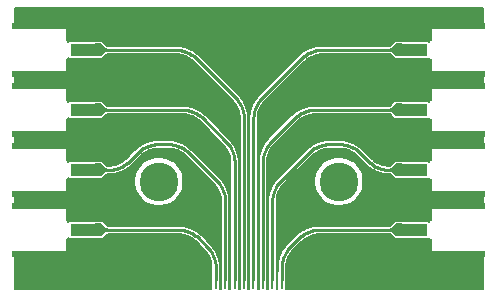
<source format=gbr>
G04 #@! TF.GenerationSoftware,KiCad,Pcbnew,5.1.4*
G04 #@! TF.CreationDate,2023-03-01T06:14:34-07:00*
G04 #@! TF.ProjectId,sleigh,736c6569-6768-42e6-9b69-6361645f7063,rev?*
G04 #@! TF.SameCoordinates,Original*
G04 #@! TF.FileFunction,Copper,L1,Top*
G04 #@! TF.FilePolarity,Positive*
%FSLAX46Y46*%
G04 Gerber Fmt 4.6, Leading zero omitted, Abs format (unit mm)*
G04 Created by KiCad (PCBNEW 5.1.4) date 2023-03-01 06:14:34*
%MOMM*%
%LPD*%
G04 APERTURE LIST*
%ADD10C,3.280000*%
%ADD11C,0.500000*%
%ADD12C,0.100000*%
%ADD13R,0.100000X0.258000*%
%ADD14R,1.500000X2.000000*%
%ADD15R,0.258000X1.600000*%
%ADD16C,1.550000*%
%ADD17R,2.600000X1.100000*%
%ADD18C,0.600000*%
%ADD19C,0.258000*%
%ADD20C,0.150000*%
G04 APERTURE END LIST*
D10*
X144780000Y-85360000D03*
X160020000Y-85360000D03*
D11*
X165160000Y-74210000D03*
D12*
G36*
X164460000Y-74339000D02*
G01*
X164360000Y-74339000D01*
X164360000Y-74081000D01*
X164460000Y-74081000D01*
X164910000Y-73660000D01*
X165410000Y-73660000D01*
X165410000Y-74760000D01*
X164910000Y-74760000D01*
X164460000Y-74339000D01*
X164460000Y-74339000D01*
G37*
D13*
X164410000Y-74210000D03*
X164400000Y-79290000D03*
D11*
X165150000Y-79290000D03*
D12*
G36*
X164450000Y-79419000D02*
G01*
X164350000Y-79419000D01*
X164350000Y-79161000D01*
X164450000Y-79161000D01*
X164900000Y-78740000D01*
X165400000Y-78740000D01*
X165400000Y-79840000D01*
X164900000Y-79840000D01*
X164450000Y-79419000D01*
X164450000Y-79419000D01*
G37*
D11*
X165160000Y-84370000D03*
D12*
G36*
X164460000Y-84499000D02*
G01*
X164360000Y-84499000D01*
X164360000Y-84241000D01*
X164460000Y-84241000D01*
X164910000Y-83820000D01*
X165410000Y-83820000D01*
X165410000Y-84920000D01*
X164910000Y-84920000D01*
X164460000Y-84499000D01*
X164460000Y-84499000D01*
G37*
D13*
X164410000Y-84370000D03*
X164410000Y-89450000D03*
D11*
X165160000Y-89450000D03*
D12*
G36*
X164460000Y-89579000D02*
G01*
X164360000Y-89579000D01*
X164360000Y-89321000D01*
X164460000Y-89321000D01*
X164910000Y-88900000D01*
X165410000Y-88900000D01*
X165410000Y-90000000D01*
X164910000Y-90000000D01*
X164460000Y-89579000D01*
X164460000Y-89579000D01*
G37*
D11*
X139650000Y-89450000D03*
D12*
G36*
X140350000Y-89321000D02*
G01*
X140450000Y-89321000D01*
X140450000Y-89579000D01*
X140350000Y-89579000D01*
X139900000Y-90000000D01*
X139400000Y-90000000D01*
X139400000Y-88900000D01*
X139900000Y-88900000D01*
X140350000Y-89321000D01*
X140350000Y-89321000D01*
G37*
D13*
X140400000Y-89450000D03*
X140390000Y-74200000D03*
D11*
X139640000Y-74200000D03*
D12*
G36*
X140340000Y-74071000D02*
G01*
X140440000Y-74071000D01*
X140440000Y-74329000D01*
X140340000Y-74329000D01*
X139890000Y-74750000D01*
X139390000Y-74750000D01*
X139390000Y-73650000D01*
X139890000Y-73650000D01*
X140340000Y-74071000D01*
X140340000Y-74071000D01*
G37*
D11*
X139640000Y-79280000D03*
D12*
G36*
X140340000Y-79151000D02*
G01*
X140440000Y-79151000D01*
X140440000Y-79409000D01*
X140340000Y-79409000D01*
X139890000Y-79830000D01*
X139390000Y-79830000D01*
X139390000Y-78730000D01*
X139890000Y-78730000D01*
X140340000Y-79151000D01*
X140340000Y-79151000D01*
G37*
D13*
X140390000Y-79280000D03*
X140390000Y-84370000D03*
D11*
X139640000Y-84370000D03*
D12*
G36*
X140340000Y-84241000D02*
G01*
X140440000Y-84241000D01*
X140440000Y-84499000D01*
X140340000Y-84499000D01*
X139890000Y-84920000D01*
X139390000Y-84920000D01*
X139390000Y-83820000D01*
X139890000Y-83820000D01*
X140340000Y-84241000D01*
X140340000Y-84241000D01*
G37*
D14*
X148000000Y-93526000D03*
X156800000Y-93526000D03*
D15*
X149600000Y-93726000D03*
X150400000Y-93726000D03*
X151200000Y-93726000D03*
X152000000Y-93726000D03*
X152800000Y-93726000D03*
X153600000Y-93726000D03*
X154400000Y-93726000D03*
X155200000Y-93726000D03*
D16*
X166406000Y-87923000D03*
D12*
G36*
X164906000Y-87148000D02*
G01*
X172406000Y-87148000D01*
X172406000Y-87698000D01*
X167906000Y-87698000D01*
X167906000Y-88698000D01*
X164906000Y-88698000D01*
X164906000Y-87148000D01*
X164906000Y-87148000D01*
G37*
D16*
X166406000Y-90973000D03*
D12*
G36*
X164906000Y-90198000D02*
G01*
X167906000Y-90198000D01*
X167906000Y-91198000D01*
X172406000Y-91198000D01*
X172406000Y-91748000D01*
X164906000Y-91748000D01*
X164906000Y-90198000D01*
X164906000Y-90198000D01*
G37*
D17*
X166206000Y-89448000D03*
D16*
X166406000Y-82843000D03*
D12*
G36*
X164906000Y-82068000D02*
G01*
X172406000Y-82068000D01*
X172406000Y-82618000D01*
X167906000Y-82618000D01*
X167906000Y-83618000D01*
X164906000Y-83618000D01*
X164906000Y-82068000D01*
X164906000Y-82068000D01*
G37*
D16*
X166406000Y-85893000D03*
D12*
G36*
X164906000Y-85118000D02*
G01*
X167906000Y-85118000D01*
X167906000Y-86118000D01*
X172406000Y-86118000D01*
X172406000Y-86668000D01*
X164906000Y-86668000D01*
X164906000Y-85118000D01*
X164906000Y-85118000D01*
G37*
D17*
X166206000Y-84368000D03*
D16*
X166406000Y-77763000D03*
D12*
G36*
X164906000Y-76988000D02*
G01*
X172406000Y-76988000D01*
X172406000Y-77538000D01*
X167906000Y-77538000D01*
X167906000Y-78538000D01*
X164906000Y-78538000D01*
X164906000Y-76988000D01*
X164906000Y-76988000D01*
G37*
D16*
X166406000Y-80813000D03*
D12*
G36*
X164906000Y-80038000D02*
G01*
X167906000Y-80038000D01*
X167906000Y-81038000D01*
X172406000Y-81038000D01*
X172406000Y-81588000D01*
X164906000Y-81588000D01*
X164906000Y-80038000D01*
X164906000Y-80038000D01*
G37*
D17*
X166206000Y-79288000D03*
D16*
X166406000Y-72683000D03*
D12*
G36*
X164906000Y-71908000D02*
G01*
X172406000Y-71908000D01*
X172406000Y-72458000D01*
X167906000Y-72458000D01*
X167906000Y-73458000D01*
X164906000Y-73458000D01*
X164906000Y-71908000D01*
X164906000Y-71908000D01*
G37*
D16*
X166406000Y-75733000D03*
D12*
G36*
X164906000Y-74958000D02*
G01*
X167906000Y-74958000D01*
X167906000Y-75958000D01*
X172406000Y-75958000D01*
X172406000Y-76508000D01*
X164906000Y-76508000D01*
X164906000Y-74958000D01*
X164906000Y-74958000D01*
G37*
D17*
X166206000Y-74208000D03*
D16*
X138394000Y-75725000D03*
D12*
G36*
X139894000Y-76500000D02*
G01*
X132394000Y-76500000D01*
X132394000Y-75950000D01*
X136894000Y-75950000D01*
X136894000Y-74950000D01*
X139894000Y-74950000D01*
X139894000Y-76500000D01*
X139894000Y-76500000D01*
G37*
D16*
X138394000Y-72675000D03*
D12*
G36*
X139894000Y-73450000D02*
G01*
X136894000Y-73450000D01*
X136894000Y-72450000D01*
X132394000Y-72450000D01*
X132394000Y-71900000D01*
X139894000Y-71900000D01*
X139894000Y-73450000D01*
X139894000Y-73450000D01*
G37*
D17*
X138594000Y-74200000D03*
D16*
X138394000Y-80805000D03*
D12*
G36*
X139894000Y-81580000D02*
G01*
X132394000Y-81580000D01*
X132394000Y-81030000D01*
X136894000Y-81030000D01*
X136894000Y-80030000D01*
X139894000Y-80030000D01*
X139894000Y-81580000D01*
X139894000Y-81580000D01*
G37*
D16*
X138394000Y-77755000D03*
D12*
G36*
X139894000Y-78530000D02*
G01*
X136894000Y-78530000D01*
X136894000Y-77530000D01*
X132394000Y-77530000D01*
X132394000Y-76980000D01*
X139894000Y-76980000D01*
X139894000Y-78530000D01*
X139894000Y-78530000D01*
G37*
D17*
X138594000Y-79280000D03*
D16*
X138394000Y-85893000D03*
D12*
G36*
X139894000Y-86668000D02*
G01*
X132394000Y-86668000D01*
X132394000Y-86118000D01*
X136894000Y-86118000D01*
X136894000Y-85118000D01*
X139894000Y-85118000D01*
X139894000Y-86668000D01*
X139894000Y-86668000D01*
G37*
D16*
X138394000Y-82843000D03*
D12*
G36*
X139894000Y-83618000D02*
G01*
X136894000Y-83618000D01*
X136894000Y-82618000D01*
X132394000Y-82618000D01*
X132394000Y-82068000D01*
X139894000Y-82068000D01*
X139894000Y-83618000D01*
X139894000Y-83618000D01*
G37*
D17*
X138594000Y-84368000D03*
D16*
X138394000Y-90973000D03*
D12*
G36*
X139894000Y-91748000D02*
G01*
X132394000Y-91748000D01*
X132394000Y-91198000D01*
X136894000Y-91198000D01*
X136894000Y-90198000D01*
X139894000Y-90198000D01*
X139894000Y-91748000D01*
X139894000Y-91748000D01*
G37*
D16*
X138394000Y-87923000D03*
D12*
G36*
X139894000Y-88698000D02*
G01*
X136894000Y-88698000D01*
X136894000Y-87698000D01*
X132394000Y-87698000D01*
X132394000Y-87148000D01*
X139894000Y-87148000D01*
X139894000Y-88698000D01*
X139894000Y-88698000D01*
G37*
D17*
X138594000Y-89448000D03*
D18*
X133540000Y-92320000D03*
X135820000Y-93840000D03*
X138100000Y-71800000D03*
X138100000Y-75600000D03*
X138100000Y-80920000D03*
X138100000Y-86240000D03*
X138100000Y-90800000D03*
X139620000Y-77880000D03*
X139620000Y-93080000D03*
X140380000Y-82440000D03*
X140380000Y-87760000D03*
X141140000Y-72560000D03*
X141900000Y-75600000D03*
X141900000Y-80160000D03*
X141900000Y-85480000D03*
X141900000Y-90800000D03*
X142660000Y-93840000D03*
X143420000Y-77880000D03*
X144180000Y-71800000D03*
X144940000Y-80920000D03*
X144940000Y-91560000D03*
X145700000Y-75600000D03*
X146460000Y-93840000D03*
X147220000Y-72560000D03*
X147220000Y-77880000D03*
X147980000Y-81680000D03*
X147980000Y-85480000D03*
X148740000Y-88520000D03*
X149500000Y-74080000D03*
X149500000Y-79400000D03*
X150260000Y-83960000D03*
X151020000Y-71800000D03*
X151020000Y-76360000D03*
X153300000Y-73320000D03*
X154060000Y-79400000D03*
X154820000Y-83200000D03*
X155580000Y-71800000D03*
X155580000Y-87000000D03*
X156340000Y-77120000D03*
X157100000Y-80920000D03*
X157100000Y-91560000D03*
X157860000Y-73320000D03*
X158620000Y-93840000D03*
X159380000Y-75600000D03*
X158200000Y-88100000D03*
X160140000Y-71800000D03*
X160140000Y-80160000D03*
X160140000Y-90800000D03*
X161660000Y-77120000D03*
X161660000Y-93080000D03*
X162420000Y-73320000D03*
X162420000Y-81680000D03*
X163180000Y-85480000D03*
X163940000Y-75600000D03*
X163940000Y-88520000D03*
X164700000Y-71800000D03*
X164700000Y-91560000D03*
X165460000Y-77880000D03*
X165460000Y-82440000D03*
X166220000Y-86240000D03*
X166220000Y-93840000D03*
X168500000Y-92320000D03*
X170780000Y-93840000D03*
D19*
X155200000Y-92600000D02*
X155200000Y-93726000D01*
X155200000Y-92600000D02*
X155202907Y-92481540D01*
X155202907Y-92481540D02*
X155211624Y-92363365D01*
X155211624Y-92363365D02*
X155226129Y-92245761D01*
X155226129Y-92245761D02*
X155246387Y-92129010D01*
X155246387Y-92129010D02*
X155272350Y-92013393D01*
X155272350Y-92013393D02*
X155303954Y-91899190D01*
X155303954Y-91899190D02*
X155341124Y-91786675D01*
X155341124Y-91786675D02*
X155383770Y-91676120D01*
X155383770Y-91676120D02*
X155431789Y-91567790D01*
X155431789Y-91567790D02*
X155485066Y-91461947D01*
X155485066Y-91461947D02*
X155543472Y-91358846D01*
X155543472Y-91358846D02*
X155606867Y-91258734D01*
X155606867Y-91258734D02*
X155675098Y-91161854D01*
X155675098Y-91161854D02*
X155748000Y-91068438D01*
X155748000Y-91068438D02*
X155825398Y-90978713D01*
X155825398Y-90978713D02*
X155907106Y-90892893D01*
X158352000Y-89448000D02*
X166206000Y-89448000D01*
X158352000Y-89448000D02*
X158233540Y-89450907D01*
X158233540Y-89450907D02*
X158115365Y-89459624D01*
X158115365Y-89459624D02*
X157997761Y-89474129D01*
X157997761Y-89474129D02*
X157881009Y-89494387D01*
X157881009Y-89494387D02*
X157765393Y-89520350D01*
X157765393Y-89520350D02*
X157651190Y-89551954D01*
X157651190Y-89551954D02*
X157538675Y-89589124D01*
X157538675Y-89589124D02*
X157428119Y-89631770D01*
X157428119Y-89631770D02*
X157319789Y-89679789D01*
X157319789Y-89679789D02*
X157213946Y-89733066D01*
X157213946Y-89733066D02*
X157110845Y-89791472D01*
X157110845Y-89791472D02*
X157010733Y-89854867D01*
X157010733Y-89854867D02*
X156913853Y-89923097D01*
X156913853Y-89923097D02*
X156820437Y-89996000D01*
X156820437Y-89996000D02*
X156730711Y-90073398D01*
X156730711Y-90073398D02*
X156644892Y-90155106D01*
X156644892Y-90155106D02*
X155907106Y-90892893D01*
X155107106Y-85292893D02*
X155025398Y-85378712D01*
X155025398Y-85378712D02*
X154948000Y-85468438D01*
X154948000Y-85468438D02*
X154875098Y-85561854D01*
X154875098Y-85561854D02*
X154806867Y-85658734D01*
X154806867Y-85658734D02*
X154743472Y-85758845D01*
X154743472Y-85758845D02*
X154685066Y-85861947D01*
X154685066Y-85861947D02*
X154631789Y-85967790D01*
X154631789Y-85967790D02*
X154583770Y-86076120D01*
X154583770Y-86076120D02*
X154541124Y-86186675D01*
X154541124Y-86186675D02*
X154503954Y-86299190D01*
X154503954Y-86299190D02*
X154472350Y-86413393D01*
X154472350Y-86413393D02*
X154446387Y-86529010D01*
X154446387Y-86529010D02*
X154426129Y-86645761D01*
X154426129Y-86645761D02*
X154411624Y-86763365D01*
X154411624Y-86763365D02*
X154402907Y-86881540D01*
X154402907Y-86881540D02*
X154400000Y-87000000D01*
X154400000Y-87000000D02*
X154400000Y-93700000D01*
X159200000Y-82200000D02*
X159081540Y-82202907D01*
X159081540Y-82202907D02*
X158963365Y-82211624D01*
X158963365Y-82211624D02*
X158845761Y-82226129D01*
X158845761Y-82226129D02*
X158729010Y-82246387D01*
X158729010Y-82246387D02*
X158613393Y-82272350D01*
X158613393Y-82272350D02*
X158499190Y-82303954D01*
X158499190Y-82303954D02*
X158386675Y-82341124D01*
X158386675Y-82341124D02*
X158276120Y-82383770D01*
X158276120Y-82383770D02*
X158167790Y-82431789D01*
X158167790Y-82431789D02*
X158061947Y-82485066D01*
X158061947Y-82485066D02*
X157958846Y-82543472D01*
X157958846Y-82543472D02*
X157858734Y-82606867D01*
X157858734Y-82606867D02*
X157761854Y-82675098D01*
X157761854Y-82675098D02*
X157668438Y-82748000D01*
X157668438Y-82748000D02*
X157578713Y-82825398D01*
X157578713Y-82825398D02*
X157492893Y-82907106D01*
X157492893Y-82907106D02*
X155107106Y-85292893D01*
X161807106Y-82907106D02*
X161721285Y-82825398D01*
X161721285Y-82825398D02*
X161631560Y-82748000D01*
X161631560Y-82748000D02*
X161538144Y-82675098D01*
X161538144Y-82675098D02*
X161441264Y-82606867D01*
X161441264Y-82606867D02*
X161341153Y-82543472D01*
X161341153Y-82543472D02*
X161238051Y-82485066D01*
X161238051Y-82485066D02*
X161132208Y-82431789D01*
X161132208Y-82431789D02*
X161023879Y-82383770D01*
X161023879Y-82383770D02*
X160913323Y-82341124D01*
X160913323Y-82341124D02*
X160800808Y-82303954D01*
X160800808Y-82303954D02*
X160686605Y-82272350D01*
X160686605Y-82272350D02*
X160570989Y-82246387D01*
X160570989Y-82246387D02*
X160454238Y-82226129D01*
X160454238Y-82226129D02*
X160336634Y-82211624D01*
X160336634Y-82211624D02*
X160218459Y-82202907D01*
X160218459Y-82202907D02*
X160100000Y-82200000D01*
X160100000Y-82200000D02*
X159200000Y-82200000D01*
X164268000Y-84368000D02*
X166206000Y-84368000D01*
X164268000Y-84368000D02*
X164149540Y-84365091D01*
X164149540Y-84365091D02*
X164031365Y-84356374D01*
X164031365Y-84356374D02*
X163913761Y-84341869D01*
X163913761Y-84341869D02*
X163797010Y-84321611D01*
X163797010Y-84321611D02*
X163681393Y-84295649D01*
X163681393Y-84295649D02*
X163567190Y-84264044D01*
X163567190Y-84264044D02*
X163454675Y-84226874D01*
X163454675Y-84226874D02*
X163344120Y-84184228D01*
X163344120Y-84184228D02*
X163235790Y-84136209D01*
X163235790Y-84136209D02*
X163129947Y-84082932D01*
X163129947Y-84082932D02*
X163026845Y-84024526D01*
X163026845Y-84024526D02*
X162926734Y-83961131D01*
X162926734Y-83961131D02*
X162829854Y-83892900D01*
X162829854Y-83892900D02*
X162736438Y-83819998D01*
X162736438Y-83819998D02*
X162646712Y-83742600D01*
X162646712Y-83742600D02*
X162560893Y-83660893D01*
X162560893Y-83660893D02*
X161807106Y-82907106D01*
X153600000Y-83674000D02*
X153600000Y-93700000D01*
X153600000Y-83674000D02*
X153602907Y-83555540D01*
X153602907Y-83555540D02*
X153611624Y-83437365D01*
X153611624Y-83437365D02*
X153626129Y-83319761D01*
X153626129Y-83319761D02*
X153646387Y-83203010D01*
X153646387Y-83203010D02*
X153672350Y-83087393D01*
X153672350Y-83087393D02*
X153703954Y-82973190D01*
X153703954Y-82973190D02*
X153741124Y-82860675D01*
X153741124Y-82860675D02*
X153783770Y-82750120D01*
X153783770Y-82750120D02*
X153831789Y-82641790D01*
X153831789Y-82641790D02*
X153885066Y-82535947D01*
X153885066Y-82535947D02*
X153943472Y-82432846D01*
X153943472Y-82432846D02*
X154006867Y-82332734D01*
X154006867Y-82332734D02*
X154075098Y-82235854D01*
X154075098Y-82235854D02*
X154148000Y-82142438D01*
X154148000Y-82142438D02*
X154225398Y-82052713D01*
X154225398Y-82052713D02*
X154307106Y-81966893D01*
X157986000Y-79288000D02*
X166206000Y-79288000D01*
X157986000Y-79288000D02*
X157867540Y-79290907D01*
X157867540Y-79290907D02*
X157749365Y-79299624D01*
X157749365Y-79299624D02*
X157631761Y-79314129D01*
X157631761Y-79314129D02*
X157515010Y-79334387D01*
X157515010Y-79334387D02*
X157399393Y-79360350D01*
X157399393Y-79360350D02*
X157285190Y-79391954D01*
X157285190Y-79391954D02*
X157172675Y-79429124D01*
X157172675Y-79429124D02*
X157062120Y-79471770D01*
X157062120Y-79471770D02*
X156953790Y-79519789D01*
X156953790Y-79519789D02*
X156847947Y-79573066D01*
X156847947Y-79573066D02*
X156744846Y-79631472D01*
X156744846Y-79631472D02*
X156644734Y-79694867D01*
X156644734Y-79694867D02*
X156547854Y-79763098D01*
X156547854Y-79763098D02*
X156454438Y-79836000D01*
X156454438Y-79836000D02*
X156364713Y-79913398D01*
X156364713Y-79913398D02*
X156278893Y-79995106D01*
X156278893Y-79995106D02*
X154307106Y-81966893D01*
X152800000Y-80000000D02*
X152800000Y-93700000D01*
X152800000Y-80000000D02*
X152802907Y-79881540D01*
X152802907Y-79881540D02*
X152811624Y-79763365D01*
X152811624Y-79763365D02*
X152826129Y-79645761D01*
X152826129Y-79645761D02*
X152846387Y-79529010D01*
X152846387Y-79529010D02*
X152872350Y-79413393D01*
X152872350Y-79413393D02*
X152903954Y-79299190D01*
X152903954Y-79299190D02*
X152941124Y-79186675D01*
X152941124Y-79186675D02*
X152983770Y-79076120D01*
X152983770Y-79076120D02*
X153031789Y-78967790D01*
X153031789Y-78967790D02*
X153085066Y-78861947D01*
X153085066Y-78861947D02*
X153143472Y-78758846D01*
X153143472Y-78758846D02*
X153206867Y-78658734D01*
X153206867Y-78658734D02*
X153275098Y-78561854D01*
X153275098Y-78561854D02*
X153348000Y-78468438D01*
X153348000Y-78468438D02*
X153425398Y-78378713D01*
X153425398Y-78378713D02*
X153507106Y-78292893D01*
X158592000Y-74208000D02*
X166206000Y-74208000D01*
X158592000Y-74208000D02*
X158473540Y-74210907D01*
X158473540Y-74210907D02*
X158355365Y-74219624D01*
X158355365Y-74219624D02*
X158237761Y-74234129D01*
X158237761Y-74234129D02*
X158121010Y-74254387D01*
X158121010Y-74254387D02*
X158005393Y-74280350D01*
X158005393Y-74280350D02*
X157891190Y-74311954D01*
X157891190Y-74311954D02*
X157778675Y-74349124D01*
X157778675Y-74349124D02*
X157668120Y-74391770D01*
X157668120Y-74391770D02*
X157559790Y-74439789D01*
X157559790Y-74439789D02*
X157453947Y-74493066D01*
X157453947Y-74493066D02*
X157350846Y-74551472D01*
X157350846Y-74551472D02*
X157250734Y-74614867D01*
X157250734Y-74614867D02*
X157153854Y-74683098D01*
X157153854Y-74683098D02*
X157060438Y-74756000D01*
X157060438Y-74756000D02*
X156970713Y-74833398D01*
X156970713Y-74833398D02*
X156884893Y-74915106D01*
X156884893Y-74915106D02*
X153507106Y-78292893D01*
X151292893Y-78292893D02*
X151374600Y-78378713D01*
X151374600Y-78378713D02*
X151451998Y-78468438D01*
X151451998Y-78468438D02*
X151524900Y-78561854D01*
X151524900Y-78561854D02*
X151593131Y-78658734D01*
X151593131Y-78658734D02*
X151656526Y-78758846D01*
X151656526Y-78758846D02*
X151714932Y-78861947D01*
X151714932Y-78861947D02*
X151768209Y-78967790D01*
X151768209Y-78967790D02*
X151816228Y-79076120D01*
X151816228Y-79076120D02*
X151858874Y-79186675D01*
X151858874Y-79186675D02*
X151896044Y-79299190D01*
X151896044Y-79299190D02*
X151927648Y-79413393D01*
X151927648Y-79413393D02*
X151953611Y-79529010D01*
X151953611Y-79529010D02*
X151973869Y-79645761D01*
X151973869Y-79645761D02*
X151988374Y-79763365D01*
X151988374Y-79763365D02*
X151997091Y-79881540D01*
X151997091Y-79881540D02*
X152000000Y-80000000D01*
X152000000Y-80000000D02*
X152000000Y-93726000D01*
X146200000Y-74200000D02*
X138594000Y-74200000D01*
X146200000Y-74200000D02*
X146318459Y-74202908D01*
X146318459Y-74202908D02*
X146436634Y-74211625D01*
X146436634Y-74211625D02*
X146554238Y-74226130D01*
X146554238Y-74226130D02*
X146670989Y-74246388D01*
X146670989Y-74246388D02*
X146786605Y-74272350D01*
X146786605Y-74272350D02*
X146900808Y-74303955D01*
X146900808Y-74303955D02*
X147013323Y-74341125D01*
X147013323Y-74341125D02*
X147123878Y-74383770D01*
X147123878Y-74383770D02*
X147232208Y-74431790D01*
X147232208Y-74431790D02*
X147338051Y-74485067D01*
X147338051Y-74485067D02*
X147441153Y-74543473D01*
X147441153Y-74543473D02*
X147541264Y-74606868D01*
X147541264Y-74606868D02*
X147638144Y-74675098D01*
X147638144Y-74675098D02*
X147731559Y-74748000D01*
X147731559Y-74748000D02*
X147821285Y-74825398D01*
X147821285Y-74825398D02*
X147907106Y-74907106D01*
X147907106Y-74907106D02*
X151292893Y-78292893D01*
X150492893Y-81992893D02*
X150574600Y-82078713D01*
X150574600Y-82078713D02*
X150651998Y-82168438D01*
X150651998Y-82168438D02*
X150724900Y-82261854D01*
X150724900Y-82261854D02*
X150793131Y-82358734D01*
X150793131Y-82358734D02*
X150856526Y-82458846D01*
X150856526Y-82458846D02*
X150914932Y-82561947D01*
X150914932Y-82561947D02*
X150968209Y-82667790D01*
X150968209Y-82667790D02*
X151016228Y-82776120D01*
X151016228Y-82776120D02*
X151058874Y-82886675D01*
X151058874Y-82886675D02*
X151096044Y-82999190D01*
X151096044Y-82999190D02*
X151127648Y-83113393D01*
X151127648Y-83113393D02*
X151153611Y-83229010D01*
X151153611Y-83229010D02*
X151173869Y-83345761D01*
X151173869Y-83345761D02*
X151188374Y-83463365D01*
X151188374Y-83463365D02*
X151197091Y-83581540D01*
X151197091Y-83581540D02*
X151200000Y-83700000D01*
X151200000Y-83700000D02*
X151200000Y-93726000D01*
X146780000Y-79280000D02*
X138594000Y-79280000D01*
X146780000Y-79280000D02*
X146898459Y-79282908D01*
X146898459Y-79282908D02*
X147016634Y-79291625D01*
X147016634Y-79291625D02*
X147134238Y-79306130D01*
X147134238Y-79306130D02*
X147250989Y-79326388D01*
X147250989Y-79326388D02*
X147366605Y-79352350D01*
X147366605Y-79352350D02*
X147480808Y-79383955D01*
X147480808Y-79383955D02*
X147593323Y-79421125D01*
X147593323Y-79421125D02*
X147703878Y-79463770D01*
X147703878Y-79463770D02*
X147812208Y-79511790D01*
X147812208Y-79511790D02*
X147918051Y-79565067D01*
X147918051Y-79565067D02*
X148021153Y-79623473D01*
X148021153Y-79623473D02*
X148121264Y-79686868D01*
X148121264Y-79686868D02*
X148218144Y-79755098D01*
X148218144Y-79755098D02*
X148311559Y-79828000D01*
X148311559Y-79828000D02*
X148401285Y-79905398D01*
X148401285Y-79905398D02*
X148487106Y-79987106D01*
X148487106Y-79987106D02*
X150492893Y-81992893D01*
X142239106Y-83660893D02*
X142153285Y-83742600D01*
X142153285Y-83742600D02*
X142063560Y-83819998D01*
X142063560Y-83819998D02*
X141970144Y-83892900D01*
X141970144Y-83892900D02*
X141873264Y-83961131D01*
X141873264Y-83961131D02*
X141773153Y-84024526D01*
X141773153Y-84024526D02*
X141670051Y-84082932D01*
X141670051Y-84082932D02*
X141564208Y-84136209D01*
X141564208Y-84136209D02*
X141455879Y-84184228D01*
X141455879Y-84184228D02*
X141345323Y-84226874D01*
X141345323Y-84226874D02*
X141232808Y-84264044D01*
X141232808Y-84264044D02*
X141118605Y-84295648D01*
X141118605Y-84295648D02*
X141002989Y-84321611D01*
X141002989Y-84321611D02*
X140886238Y-84341869D01*
X140886238Y-84341869D02*
X140768634Y-84356374D01*
X140768634Y-84356374D02*
X140650459Y-84365091D01*
X140650459Y-84365091D02*
X140532000Y-84368000D01*
X140532000Y-84368000D02*
X138594000Y-84368000D01*
X144700000Y-82200000D02*
X144581540Y-82202907D01*
X144581540Y-82202907D02*
X144463365Y-82211624D01*
X144463365Y-82211624D02*
X144345761Y-82226129D01*
X144345761Y-82226129D02*
X144229009Y-82246387D01*
X144229009Y-82246387D02*
X144113393Y-82272350D01*
X144113393Y-82272350D02*
X143999190Y-82303954D01*
X143999190Y-82303954D02*
X143886675Y-82341124D01*
X143886675Y-82341124D02*
X143776119Y-82383770D01*
X143776119Y-82383770D02*
X143667789Y-82431789D01*
X143667789Y-82431789D02*
X143561946Y-82485066D01*
X143561946Y-82485066D02*
X143458845Y-82543472D01*
X143458845Y-82543472D02*
X143358733Y-82606867D01*
X143358733Y-82606867D02*
X143261853Y-82675097D01*
X143261853Y-82675097D02*
X143168437Y-82748000D01*
X143168437Y-82748000D02*
X143078711Y-82825398D01*
X143078711Y-82825398D02*
X142992892Y-82907106D01*
X142992892Y-82907106D02*
X142239106Y-83660893D01*
X147307106Y-82907106D02*
X147221285Y-82825398D01*
X147221285Y-82825398D02*
X147131560Y-82748000D01*
X147131560Y-82748000D02*
X147038144Y-82675098D01*
X147038144Y-82675098D02*
X146941264Y-82606867D01*
X146941264Y-82606867D02*
X146841153Y-82543472D01*
X146841153Y-82543472D02*
X146738051Y-82485066D01*
X146738051Y-82485066D02*
X146632208Y-82431789D01*
X146632208Y-82431789D02*
X146523879Y-82383770D01*
X146523879Y-82383770D02*
X146413323Y-82341124D01*
X146413323Y-82341124D02*
X146300808Y-82303954D01*
X146300808Y-82303954D02*
X146186605Y-82272350D01*
X146186605Y-82272350D02*
X146070989Y-82246387D01*
X146070989Y-82246387D02*
X145954238Y-82226129D01*
X145954238Y-82226129D02*
X145836634Y-82211624D01*
X145836634Y-82211624D02*
X145718459Y-82202907D01*
X145718459Y-82202907D02*
X145600000Y-82200000D01*
X145600000Y-82200000D02*
X144700000Y-82200000D01*
X150400000Y-87000000D02*
X150400000Y-93726000D01*
X150400000Y-87000000D02*
X150397091Y-86881540D01*
X150397091Y-86881540D02*
X150388374Y-86763365D01*
X150388374Y-86763365D02*
X150373869Y-86645761D01*
X150373869Y-86645761D02*
X150353611Y-86529010D01*
X150353611Y-86529010D02*
X150327649Y-86413393D01*
X150327649Y-86413393D02*
X150296044Y-86299190D01*
X150296044Y-86299190D02*
X150258874Y-86186675D01*
X150258874Y-86186675D02*
X150216228Y-86076120D01*
X150216228Y-86076120D02*
X150168209Y-85967790D01*
X150168209Y-85967790D02*
X150114932Y-85861947D01*
X150114932Y-85861947D02*
X150056526Y-85758845D01*
X150056526Y-85758845D02*
X149993131Y-85658734D01*
X149993131Y-85658734D02*
X149924900Y-85561854D01*
X149924900Y-85561854D02*
X149851998Y-85468438D01*
X149851998Y-85468438D02*
X149774600Y-85378712D01*
X149774600Y-85378712D02*
X149692893Y-85292893D01*
X149692893Y-85292893D02*
X147307106Y-82907106D01*
X146448000Y-89448000D02*
X138594000Y-89448000D01*
X146448000Y-89448000D02*
X146566459Y-89450908D01*
X146566459Y-89450908D02*
X146684634Y-89459625D01*
X146684634Y-89459625D02*
X146802238Y-89474130D01*
X146802238Y-89474130D02*
X146918989Y-89494388D01*
X146918989Y-89494388D02*
X147034605Y-89520350D01*
X147034605Y-89520350D02*
X147148808Y-89551955D01*
X147148808Y-89551955D02*
X147261323Y-89589125D01*
X147261323Y-89589125D02*
X147371878Y-89631770D01*
X147371878Y-89631770D02*
X147480208Y-89679790D01*
X147480208Y-89679790D02*
X147586051Y-89733067D01*
X147586051Y-89733067D02*
X147689153Y-89791473D01*
X147689153Y-89791473D02*
X147789264Y-89854868D01*
X147789264Y-89854868D02*
X147886144Y-89923098D01*
X147886144Y-89923098D02*
X147979559Y-89996000D01*
X147979559Y-89996000D02*
X148069285Y-90073398D01*
X148069285Y-90073398D02*
X148155106Y-90155106D01*
X149600000Y-92600000D02*
X149600000Y-93726000D01*
X149600000Y-92600000D02*
X149597091Y-92481540D01*
X149597091Y-92481540D02*
X149588374Y-92363365D01*
X149588374Y-92363365D02*
X149573869Y-92245761D01*
X149573869Y-92245761D02*
X149553611Y-92129010D01*
X149553611Y-92129010D02*
X149527649Y-92013393D01*
X149527649Y-92013393D02*
X149496044Y-91899190D01*
X149496044Y-91899190D02*
X149458874Y-91786675D01*
X149458874Y-91786675D02*
X149416228Y-91676120D01*
X149416228Y-91676120D02*
X149368209Y-91567790D01*
X149368209Y-91567790D02*
X149314932Y-91461947D01*
X149314932Y-91461947D02*
X149256526Y-91358845D01*
X149256526Y-91358845D02*
X149193131Y-91258734D01*
X149193131Y-91258734D02*
X149124900Y-91161854D01*
X149124900Y-91161854D02*
X149051998Y-91068438D01*
X149051998Y-91068438D02*
X148974600Y-90978712D01*
X148974600Y-90978712D02*
X148892893Y-90892893D01*
X148892893Y-90892893D02*
X148155106Y-90155106D01*
D20*
G36*
X146300597Y-74566579D02*
G01*
X146400960Y-74573982D01*
X146500815Y-74586299D01*
X146599950Y-74603500D01*
X146698152Y-74625552D01*
X146795109Y-74652384D01*
X146890655Y-74683949D01*
X146984550Y-74720167D01*
X147076531Y-74760940D01*
X147166416Y-74806185D01*
X147253968Y-74855782D01*
X147338971Y-74909610D01*
X147421246Y-74967554D01*
X147500578Y-75029466D01*
X147576770Y-75095190D01*
X147652892Y-75167664D01*
X151032374Y-78547148D01*
X151104810Y-78623230D01*
X151170541Y-78699431D01*
X151232451Y-78778762D01*
X151290386Y-78861022D01*
X151344222Y-78946040D01*
X151393819Y-79033591D01*
X151439059Y-79123467D01*
X151479830Y-79215445D01*
X151516054Y-79309353D01*
X151547614Y-79404887D01*
X151574451Y-79501863D01*
X151596499Y-79600046D01*
X151613700Y-79699182D01*
X151626017Y-79799040D01*
X151633420Y-79899404D01*
X151636000Y-80004455D01*
X151636001Y-92914446D01*
X151634863Y-92926000D01*
X151634863Y-94423800D01*
X151565137Y-94423800D01*
X151565137Y-92926000D01*
X151564000Y-92914455D01*
X151564000Y-83713398D01*
X151564329Y-83708938D01*
X151564000Y-83695541D01*
X151564000Y-83682120D01*
X151563561Y-83677662D01*
X151561200Y-83581539D01*
X151561420Y-83572594D01*
X151560761Y-83563667D01*
X151560542Y-83554730D01*
X151559448Y-83545860D01*
X151552044Y-83445496D01*
X151551825Y-83436553D01*
X151550730Y-83427673D01*
X151550072Y-83418757D01*
X151548544Y-83409949D01*
X151536224Y-83310069D01*
X151535566Y-83301147D01*
X151534036Y-83292331D01*
X151532942Y-83283459D01*
X151530984Y-83274738D01*
X151513777Y-83175573D01*
X151512683Y-83166701D01*
X151510725Y-83157982D01*
X151509195Y-83149164D01*
X151506808Y-83140538D01*
X151484761Y-83042362D01*
X151483231Y-83033542D01*
X151480843Y-83024912D01*
X151478885Y-83016194D01*
X151476083Y-83007712D01*
X151449241Y-82910717D01*
X151447280Y-82901987D01*
X151444474Y-82893493D01*
X151442089Y-82884875D01*
X151438870Y-82876530D01*
X151407306Y-82780985D01*
X151404918Y-82772355D01*
X151401695Y-82764000D01*
X151398893Y-82755518D01*
X151395273Y-82747352D01*
X151359048Y-82653443D01*
X151356246Y-82644960D01*
X151352624Y-82636790D01*
X151349402Y-82628436D01*
X151345378Y-82620441D01*
X151304601Y-82528450D01*
X151301381Y-82520102D01*
X151297360Y-82512114D01*
X151293736Y-82503938D01*
X151289328Y-82496156D01*
X151244078Y-82406262D01*
X151240456Y-82398090D01*
X151236050Y-82390312D01*
X151232026Y-82382318D01*
X151227239Y-82374758D01*
X151177637Y-82287199D01*
X151173618Y-82279214D01*
X151168836Y-82271662D01*
X151164424Y-82263874D01*
X151159271Y-82256558D01*
X151105439Y-82171547D01*
X151101027Y-82163758D01*
X151095872Y-82156439D01*
X151091092Y-82148890D01*
X151085593Y-82141844D01*
X151027647Y-82059568D01*
X151022859Y-82052007D01*
X151017352Y-82044950D01*
X151012204Y-82037641D01*
X151006366Y-82030873D01*
X150944452Y-81951537D01*
X150939299Y-81944221D01*
X150933454Y-81937445D01*
X150927956Y-81930400D01*
X150921791Y-81923924D01*
X150856057Y-81847721D01*
X150850555Y-81840671D01*
X150844386Y-81834192D01*
X150838544Y-81827419D01*
X150832067Y-81821252D01*
X150765764Y-81751612D01*
X150762922Y-81748149D01*
X150753428Y-81738655D01*
X150744190Y-81728952D01*
X150740805Y-81726032D01*
X148753980Y-79739208D01*
X148751048Y-79735809D01*
X148741305Y-79726533D01*
X148731849Y-79717077D01*
X148728399Y-79714246D01*
X148658745Y-79647930D01*
X148652578Y-79641453D01*
X148645806Y-79635611D01*
X148639327Y-79629443D01*
X148632277Y-79623941D01*
X148556077Y-79558210D01*
X148549599Y-79552043D01*
X148542548Y-79546540D01*
X148535774Y-79540697D01*
X148528463Y-79535548D01*
X148449123Y-79473630D01*
X148442355Y-79467792D01*
X148435049Y-79462646D01*
X148427993Y-79457140D01*
X148420430Y-79452351D01*
X148338152Y-79394404D01*
X148331109Y-79388908D01*
X148323559Y-79384127D01*
X148316238Y-79378971D01*
X148308450Y-79374560D01*
X148223436Y-79320725D01*
X148216123Y-79315574D01*
X148208341Y-79311166D01*
X148200787Y-79306382D01*
X148192799Y-79302361D01*
X148105234Y-79252756D01*
X148097680Y-79247973D01*
X148089693Y-79243953D01*
X148081907Y-79239542D01*
X148073728Y-79235917D01*
X147983844Y-79190673D01*
X147976063Y-79186265D01*
X147967886Y-79182640D01*
X147959895Y-79178618D01*
X147951551Y-79175399D01*
X147859550Y-79134617D01*
X147851559Y-79130595D01*
X147843217Y-79127377D01*
X147835041Y-79123753D01*
X147826544Y-79120946D01*
X147732666Y-79084734D01*
X147724481Y-79081106D01*
X147715974Y-79078296D01*
X147707640Y-79075081D01*
X147699031Y-79072698D01*
X147603472Y-79041130D01*
X147595126Y-79037911D01*
X147586502Y-79035524D01*
X147578010Y-79032719D01*
X147569284Y-79030759D01*
X147472303Y-79003920D01*
X147463802Y-79001112D01*
X147455068Y-78999151D01*
X147446458Y-78996768D01*
X147437652Y-78995240D01*
X147339451Y-78973189D01*
X147330834Y-78970804D01*
X147322024Y-78969275D01*
X147313294Y-78967315D01*
X147304415Y-78966220D01*
X147205267Y-78949017D01*
X147196540Y-78947057D01*
X147187662Y-78945962D01*
X147178850Y-78944433D01*
X147169933Y-78943775D01*
X147070052Y-78931456D01*
X147061242Y-78929927D01*
X147052324Y-78929269D01*
X147043445Y-78928174D01*
X147034504Y-78927955D01*
X146934133Y-78920551D01*
X146925266Y-78919457D01*
X146916334Y-78919238D01*
X146907404Y-78918579D01*
X146898455Y-78918799D01*
X146802336Y-78916439D01*
X146797880Y-78916000D01*
X146784459Y-78916000D01*
X146771059Y-78915671D01*
X146766599Y-78916000D01*
X140451545Y-78916000D01*
X140440000Y-78914863D01*
X140433238Y-78914863D01*
X140073568Y-78578372D01*
X140060974Y-78563026D01*
X140025191Y-78533659D01*
X139984366Y-78511838D01*
X139940068Y-78498400D01*
X139894000Y-78493863D01*
X137294000Y-78493863D01*
X137247932Y-78498400D01*
X137203634Y-78511838D01*
X137162809Y-78533659D01*
X137127026Y-78563026D01*
X137097659Y-78598809D01*
X137095200Y-78603410D01*
X137095200Y-77539878D01*
X137096173Y-77530000D01*
X137092288Y-77490558D01*
X137080783Y-77452632D01*
X137062101Y-77417679D01*
X137036958Y-77387042D01*
X137006321Y-77361899D01*
X136971368Y-77343217D01*
X136933442Y-77331712D01*
X136903878Y-77328800D01*
X136894000Y-77327827D01*
X136884122Y-77328800D01*
X132570200Y-77328800D01*
X132570200Y-76151200D01*
X136884122Y-76151200D01*
X136894000Y-76152173D01*
X136903878Y-76151200D01*
X136933442Y-76148288D01*
X136971368Y-76136783D01*
X137006321Y-76118101D01*
X137036958Y-76092958D01*
X137062101Y-76062321D01*
X137080783Y-76027368D01*
X137092288Y-75989442D01*
X137096173Y-75950000D01*
X137095200Y-75940122D01*
X137095200Y-74876590D01*
X137097659Y-74881191D01*
X137127026Y-74916974D01*
X137162809Y-74946341D01*
X137203634Y-74968162D01*
X137247932Y-74981600D01*
X137294000Y-74986137D01*
X139894000Y-74986137D01*
X139913505Y-74984216D01*
X139928336Y-74983004D01*
X139929808Y-74982610D01*
X139940068Y-74981600D01*
X139984366Y-74968162D01*
X140025191Y-74946341D01*
X140060974Y-74916974D01*
X140073568Y-74901628D01*
X140433238Y-74565137D01*
X140440000Y-74565137D01*
X140451545Y-74564000D01*
X146195554Y-74564000D01*
X146300597Y-74566579D01*
X146300597Y-74566579D01*
G37*
X146300597Y-74566579D02*
X146400960Y-74573982D01*
X146500815Y-74586299D01*
X146599950Y-74603500D01*
X146698152Y-74625552D01*
X146795109Y-74652384D01*
X146890655Y-74683949D01*
X146984550Y-74720167D01*
X147076531Y-74760940D01*
X147166416Y-74806185D01*
X147253968Y-74855782D01*
X147338971Y-74909610D01*
X147421246Y-74967554D01*
X147500578Y-75029466D01*
X147576770Y-75095190D01*
X147652892Y-75167664D01*
X151032374Y-78547148D01*
X151104810Y-78623230D01*
X151170541Y-78699431D01*
X151232451Y-78778762D01*
X151290386Y-78861022D01*
X151344222Y-78946040D01*
X151393819Y-79033591D01*
X151439059Y-79123467D01*
X151479830Y-79215445D01*
X151516054Y-79309353D01*
X151547614Y-79404887D01*
X151574451Y-79501863D01*
X151596499Y-79600046D01*
X151613700Y-79699182D01*
X151626017Y-79799040D01*
X151633420Y-79899404D01*
X151636000Y-80004455D01*
X151636001Y-92914446D01*
X151634863Y-92926000D01*
X151634863Y-94423800D01*
X151565137Y-94423800D01*
X151565137Y-92926000D01*
X151564000Y-92914455D01*
X151564000Y-83713398D01*
X151564329Y-83708938D01*
X151564000Y-83695541D01*
X151564000Y-83682120D01*
X151563561Y-83677662D01*
X151561200Y-83581539D01*
X151561420Y-83572594D01*
X151560761Y-83563667D01*
X151560542Y-83554730D01*
X151559448Y-83545860D01*
X151552044Y-83445496D01*
X151551825Y-83436553D01*
X151550730Y-83427673D01*
X151550072Y-83418757D01*
X151548544Y-83409949D01*
X151536224Y-83310069D01*
X151535566Y-83301147D01*
X151534036Y-83292331D01*
X151532942Y-83283459D01*
X151530984Y-83274738D01*
X151513777Y-83175573D01*
X151512683Y-83166701D01*
X151510725Y-83157982D01*
X151509195Y-83149164D01*
X151506808Y-83140538D01*
X151484761Y-83042362D01*
X151483231Y-83033542D01*
X151480843Y-83024912D01*
X151478885Y-83016194D01*
X151476083Y-83007712D01*
X151449241Y-82910717D01*
X151447280Y-82901987D01*
X151444474Y-82893493D01*
X151442089Y-82884875D01*
X151438870Y-82876530D01*
X151407306Y-82780985D01*
X151404918Y-82772355D01*
X151401695Y-82764000D01*
X151398893Y-82755518D01*
X151395273Y-82747352D01*
X151359048Y-82653443D01*
X151356246Y-82644960D01*
X151352624Y-82636790D01*
X151349402Y-82628436D01*
X151345378Y-82620441D01*
X151304601Y-82528450D01*
X151301381Y-82520102D01*
X151297360Y-82512114D01*
X151293736Y-82503938D01*
X151289328Y-82496156D01*
X151244078Y-82406262D01*
X151240456Y-82398090D01*
X151236050Y-82390312D01*
X151232026Y-82382318D01*
X151227239Y-82374758D01*
X151177637Y-82287199D01*
X151173618Y-82279214D01*
X151168836Y-82271662D01*
X151164424Y-82263874D01*
X151159271Y-82256558D01*
X151105439Y-82171547D01*
X151101027Y-82163758D01*
X151095872Y-82156439D01*
X151091092Y-82148890D01*
X151085593Y-82141844D01*
X151027647Y-82059568D01*
X151022859Y-82052007D01*
X151017352Y-82044950D01*
X151012204Y-82037641D01*
X151006366Y-82030873D01*
X150944452Y-81951537D01*
X150939299Y-81944221D01*
X150933454Y-81937445D01*
X150927956Y-81930400D01*
X150921791Y-81923924D01*
X150856057Y-81847721D01*
X150850555Y-81840671D01*
X150844386Y-81834192D01*
X150838544Y-81827419D01*
X150832067Y-81821252D01*
X150765764Y-81751612D01*
X150762922Y-81748149D01*
X150753428Y-81738655D01*
X150744190Y-81728952D01*
X150740805Y-81726032D01*
X148753980Y-79739208D01*
X148751048Y-79735809D01*
X148741305Y-79726533D01*
X148731849Y-79717077D01*
X148728399Y-79714246D01*
X148658745Y-79647930D01*
X148652578Y-79641453D01*
X148645806Y-79635611D01*
X148639327Y-79629443D01*
X148632277Y-79623941D01*
X148556077Y-79558210D01*
X148549599Y-79552043D01*
X148542548Y-79546540D01*
X148535774Y-79540697D01*
X148528463Y-79535548D01*
X148449123Y-79473630D01*
X148442355Y-79467792D01*
X148435049Y-79462646D01*
X148427993Y-79457140D01*
X148420430Y-79452351D01*
X148338152Y-79394404D01*
X148331109Y-79388908D01*
X148323559Y-79384127D01*
X148316238Y-79378971D01*
X148308450Y-79374560D01*
X148223436Y-79320725D01*
X148216123Y-79315574D01*
X148208341Y-79311166D01*
X148200787Y-79306382D01*
X148192799Y-79302361D01*
X148105234Y-79252756D01*
X148097680Y-79247973D01*
X148089693Y-79243953D01*
X148081907Y-79239542D01*
X148073728Y-79235917D01*
X147983844Y-79190673D01*
X147976063Y-79186265D01*
X147967886Y-79182640D01*
X147959895Y-79178618D01*
X147951551Y-79175399D01*
X147859550Y-79134617D01*
X147851559Y-79130595D01*
X147843217Y-79127377D01*
X147835041Y-79123753D01*
X147826544Y-79120946D01*
X147732666Y-79084734D01*
X147724481Y-79081106D01*
X147715974Y-79078296D01*
X147707640Y-79075081D01*
X147699031Y-79072698D01*
X147603472Y-79041130D01*
X147595126Y-79037911D01*
X147586502Y-79035524D01*
X147578010Y-79032719D01*
X147569284Y-79030759D01*
X147472303Y-79003920D01*
X147463802Y-79001112D01*
X147455068Y-78999151D01*
X147446458Y-78996768D01*
X147437652Y-78995240D01*
X147339451Y-78973189D01*
X147330834Y-78970804D01*
X147322024Y-78969275D01*
X147313294Y-78967315D01*
X147304415Y-78966220D01*
X147205267Y-78949017D01*
X147196540Y-78947057D01*
X147187662Y-78945962D01*
X147178850Y-78944433D01*
X147169933Y-78943775D01*
X147070052Y-78931456D01*
X147061242Y-78929927D01*
X147052324Y-78929269D01*
X147043445Y-78928174D01*
X147034504Y-78927955D01*
X146934133Y-78920551D01*
X146925266Y-78919457D01*
X146916334Y-78919238D01*
X146907404Y-78918579D01*
X146898455Y-78918799D01*
X146802336Y-78916439D01*
X146797880Y-78916000D01*
X146784459Y-78916000D01*
X146771059Y-78915671D01*
X146766599Y-78916000D01*
X140451545Y-78916000D01*
X140440000Y-78914863D01*
X140433238Y-78914863D01*
X140073568Y-78578372D01*
X140060974Y-78563026D01*
X140025191Y-78533659D01*
X139984366Y-78511838D01*
X139940068Y-78498400D01*
X139894000Y-78493863D01*
X137294000Y-78493863D01*
X137247932Y-78498400D01*
X137203634Y-78511838D01*
X137162809Y-78533659D01*
X137127026Y-78563026D01*
X137097659Y-78598809D01*
X137095200Y-78603410D01*
X137095200Y-77539878D01*
X137096173Y-77530000D01*
X137092288Y-77490558D01*
X137080783Y-77452632D01*
X137062101Y-77417679D01*
X137036958Y-77387042D01*
X137006321Y-77361899D01*
X136971368Y-77343217D01*
X136933442Y-77331712D01*
X136903878Y-77328800D01*
X136894000Y-77327827D01*
X136884122Y-77328800D01*
X132570200Y-77328800D01*
X132570200Y-76151200D01*
X136884122Y-76151200D01*
X136894000Y-76152173D01*
X136903878Y-76151200D01*
X136933442Y-76148288D01*
X136971368Y-76136783D01*
X137006321Y-76118101D01*
X137036958Y-76092958D01*
X137062101Y-76062321D01*
X137080783Y-76027368D01*
X137092288Y-75989442D01*
X137096173Y-75950000D01*
X137095200Y-75940122D01*
X137095200Y-74876590D01*
X137097659Y-74881191D01*
X137127026Y-74916974D01*
X137162809Y-74946341D01*
X137203634Y-74968162D01*
X137247932Y-74981600D01*
X137294000Y-74986137D01*
X139894000Y-74986137D01*
X139913505Y-74984216D01*
X139928336Y-74983004D01*
X139929808Y-74982610D01*
X139940068Y-74981600D01*
X139984366Y-74968162D01*
X140025191Y-74946341D01*
X140060974Y-74916974D01*
X140073568Y-74901628D01*
X140433238Y-74565137D01*
X140440000Y-74565137D01*
X140451545Y-74564000D01*
X146195554Y-74564000D01*
X146300597Y-74566579D01*
G36*
X146548597Y-89814579D02*
G01*
X146648960Y-89821982D01*
X146748815Y-89834299D01*
X146847950Y-89851500D01*
X146946152Y-89873552D01*
X147043109Y-89900384D01*
X147138655Y-89931949D01*
X147232550Y-89968167D01*
X147324531Y-90008940D01*
X147414416Y-90054185D01*
X147501968Y-90103782D01*
X147586971Y-90157610D01*
X147669246Y-90215554D01*
X147748578Y-90277466D01*
X147824770Y-90343190D01*
X147900891Y-90415664D01*
X148632360Y-91147134D01*
X148704810Y-91223230D01*
X148770535Y-91299422D01*
X148832451Y-91378762D01*
X148890385Y-91461022D01*
X148944217Y-91546030D01*
X148993818Y-91633589D01*
X149039059Y-91723467D01*
X149079830Y-91815445D01*
X149116054Y-91909353D01*
X149147616Y-92004892D01*
X149174450Y-92101857D01*
X149196499Y-92200049D01*
X149213700Y-92299182D01*
X149226017Y-92399040D01*
X149233420Y-92499404D01*
X149236000Y-92604455D01*
X149236000Y-92914452D01*
X149234863Y-92926000D01*
X149234863Y-94423800D01*
X132570200Y-94423800D01*
X132570200Y-91399200D01*
X136884122Y-91399200D01*
X136894000Y-91400173D01*
X136903878Y-91399200D01*
X136933442Y-91396288D01*
X136971368Y-91384783D01*
X137006321Y-91366101D01*
X137036958Y-91340958D01*
X137062101Y-91310321D01*
X137080783Y-91275368D01*
X137092288Y-91237442D01*
X137096173Y-91198000D01*
X137095200Y-91188122D01*
X137095200Y-90124590D01*
X137097659Y-90129191D01*
X137127026Y-90164974D01*
X137162809Y-90194341D01*
X137203634Y-90216162D01*
X137247932Y-90229600D01*
X137294000Y-90234137D01*
X139379692Y-90234137D01*
X139400000Y-90236137D01*
X139900000Y-90236137D01*
X139938336Y-90233004D01*
X139983056Y-90221048D01*
X140024584Y-90200598D01*
X140061325Y-90172438D01*
X140443238Y-89815137D01*
X140450000Y-89815137D01*
X140481853Y-89812000D01*
X146443554Y-89812000D01*
X146548597Y-89814579D01*
X146548597Y-89814579D01*
G37*
X146548597Y-89814579D02*
X146648960Y-89821982D01*
X146748815Y-89834299D01*
X146847950Y-89851500D01*
X146946152Y-89873552D01*
X147043109Y-89900384D01*
X147138655Y-89931949D01*
X147232550Y-89968167D01*
X147324531Y-90008940D01*
X147414416Y-90054185D01*
X147501968Y-90103782D01*
X147586971Y-90157610D01*
X147669246Y-90215554D01*
X147748578Y-90277466D01*
X147824770Y-90343190D01*
X147900891Y-90415664D01*
X148632360Y-91147134D01*
X148704810Y-91223230D01*
X148770535Y-91299422D01*
X148832451Y-91378762D01*
X148890385Y-91461022D01*
X148944217Y-91546030D01*
X148993818Y-91633589D01*
X149039059Y-91723467D01*
X149079830Y-91815445D01*
X149116054Y-91909353D01*
X149147616Y-92004892D01*
X149174450Y-92101857D01*
X149196499Y-92200049D01*
X149213700Y-92299182D01*
X149226017Y-92399040D01*
X149233420Y-92499404D01*
X149236000Y-92604455D01*
X149236000Y-92914452D01*
X149234863Y-92926000D01*
X149234863Y-94423800D01*
X132570200Y-94423800D01*
X132570200Y-91399200D01*
X136884122Y-91399200D01*
X136894000Y-91400173D01*
X136903878Y-91399200D01*
X136933442Y-91396288D01*
X136971368Y-91384783D01*
X137006321Y-91366101D01*
X137036958Y-91340958D01*
X137062101Y-91310321D01*
X137080783Y-91275368D01*
X137092288Y-91237442D01*
X137096173Y-91198000D01*
X137095200Y-91188122D01*
X137095200Y-90124590D01*
X137097659Y-90129191D01*
X137127026Y-90164974D01*
X137162809Y-90194341D01*
X137203634Y-90216162D01*
X137247932Y-90229600D01*
X137294000Y-90234137D01*
X139379692Y-90234137D01*
X139400000Y-90236137D01*
X139900000Y-90236137D01*
X139938336Y-90233004D01*
X139983056Y-90221048D01*
X140024584Y-90200598D01*
X140061325Y-90172438D01*
X140443238Y-89815137D01*
X140450000Y-89815137D01*
X140481853Y-89812000D01*
X146443554Y-89812000D01*
X146548597Y-89814579D01*
G36*
X164360000Y-89815137D02*
G01*
X164366762Y-89815137D01*
X164733501Y-90158242D01*
X164739026Y-90164974D01*
X164774809Y-90194341D01*
X164815634Y-90216162D01*
X164816231Y-90216343D01*
X164819634Y-90218162D01*
X164863932Y-90231600D01*
X164910000Y-90236137D01*
X165410000Y-90236137D01*
X165430308Y-90234137D01*
X167506000Y-90234137D01*
X167552068Y-90229600D01*
X167596366Y-90216162D01*
X167637191Y-90194341D01*
X167672974Y-90164974D01*
X167702341Y-90129191D01*
X167704801Y-90124589D01*
X167704801Y-91188112D01*
X167703827Y-91198000D01*
X167707712Y-91237442D01*
X167719217Y-91275368D01*
X167737899Y-91310321D01*
X167763042Y-91340958D01*
X167793679Y-91366101D01*
X167828632Y-91384783D01*
X167866558Y-91396288D01*
X167896122Y-91399200D01*
X167906000Y-91400173D01*
X167915878Y-91399200D01*
X172229800Y-91399200D01*
X172229801Y-94423800D01*
X155565137Y-94423800D01*
X155565137Y-92926000D01*
X155564000Y-92914455D01*
X155564000Y-92604437D01*
X155566578Y-92499400D01*
X155573981Y-92399039D01*
X155586298Y-92299184D01*
X155603500Y-92200041D01*
X155625547Y-92101864D01*
X155652387Y-92004877D01*
X155683946Y-91909349D01*
X155720165Y-91815453D01*
X155760940Y-91723467D01*
X155806183Y-91633584D01*
X155855776Y-91546040D01*
X155909611Y-91461025D01*
X155967561Y-91378742D01*
X156029462Y-91299424D01*
X156095176Y-91223244D01*
X156167680Y-91147091D01*
X156899156Y-90415616D01*
X156975228Y-90343189D01*
X157051428Y-90277457D01*
X157130750Y-90215555D01*
X157213027Y-90157609D01*
X157298039Y-90103776D01*
X157385590Y-90054179D01*
X157475466Y-90008939D01*
X157567450Y-89968166D01*
X157661345Y-89931947D01*
X157756887Y-89900384D01*
X157853863Y-89873547D01*
X157952029Y-89851503D01*
X158051185Y-89834298D01*
X158151040Y-89821981D01*
X158251400Y-89814578D01*
X158356437Y-89812000D01*
X164328147Y-89812000D01*
X164360000Y-89815137D01*
X164360000Y-89815137D01*
G37*
X164360000Y-89815137D02*
X164366762Y-89815137D01*
X164733501Y-90158242D01*
X164739026Y-90164974D01*
X164774809Y-90194341D01*
X164815634Y-90216162D01*
X164816231Y-90216343D01*
X164819634Y-90218162D01*
X164863932Y-90231600D01*
X164910000Y-90236137D01*
X165410000Y-90236137D01*
X165430308Y-90234137D01*
X167506000Y-90234137D01*
X167552068Y-90229600D01*
X167596366Y-90216162D01*
X167637191Y-90194341D01*
X167672974Y-90164974D01*
X167702341Y-90129191D01*
X167704801Y-90124589D01*
X167704801Y-91188112D01*
X167703827Y-91198000D01*
X167707712Y-91237442D01*
X167719217Y-91275368D01*
X167737899Y-91310321D01*
X167763042Y-91340958D01*
X167793679Y-91366101D01*
X167828632Y-91384783D01*
X167866558Y-91396288D01*
X167896122Y-91399200D01*
X167906000Y-91400173D01*
X167915878Y-91399200D01*
X172229800Y-91399200D01*
X172229801Y-94423800D01*
X155565137Y-94423800D01*
X155565137Y-92926000D01*
X155564000Y-92914455D01*
X155564000Y-92604437D01*
X155566578Y-92499400D01*
X155573981Y-92399039D01*
X155586298Y-92299184D01*
X155603500Y-92200041D01*
X155625547Y-92101864D01*
X155652387Y-92004877D01*
X155683946Y-91909349D01*
X155720165Y-91815453D01*
X155760940Y-91723467D01*
X155806183Y-91633584D01*
X155855776Y-91546040D01*
X155909611Y-91461025D01*
X155967561Y-91378742D01*
X156029462Y-91299424D01*
X156095176Y-91223244D01*
X156167680Y-91147091D01*
X156899156Y-90415616D01*
X156975228Y-90343189D01*
X157051428Y-90277457D01*
X157130750Y-90215555D01*
X157213027Y-90157609D01*
X157298039Y-90103776D01*
X157385590Y-90054179D01*
X157475466Y-90008939D01*
X157567450Y-89968166D01*
X157661345Y-89931947D01*
X157756887Y-89900384D01*
X157853863Y-89873547D01*
X157952029Y-89851503D01*
X158051185Y-89834298D01*
X158151040Y-89821981D01*
X158251400Y-89814578D01*
X158356437Y-89812000D01*
X164328147Y-89812000D01*
X164360000Y-89815137D01*
G36*
X145700598Y-82566578D02*
G01*
X145800960Y-82573981D01*
X145900815Y-82586298D01*
X145999953Y-82603499D01*
X146098137Y-82625548D01*
X146195121Y-82652387D01*
X146290657Y-82683948D01*
X146384539Y-82720162D01*
X146476536Y-82760942D01*
X146566416Y-82806184D01*
X146653968Y-82855781D01*
X146738974Y-82909611D01*
X146821256Y-82967561D01*
X146900574Y-83029462D01*
X146976766Y-83095186D01*
X147052892Y-83167664D01*
X149432361Y-85547135D01*
X149504810Y-85623230D01*
X149570535Y-85699422D01*
X149632451Y-85778762D01*
X149690385Y-85861022D01*
X149744217Y-85946030D01*
X149793818Y-86033589D01*
X149839059Y-86123467D01*
X149879830Y-86215445D01*
X149916054Y-86309353D01*
X149947616Y-86404892D01*
X149974450Y-86501857D01*
X149996499Y-86600049D01*
X150013700Y-86699182D01*
X150026017Y-86799040D01*
X150033420Y-86899404D01*
X150036000Y-87004455D01*
X150036001Y-92914446D01*
X150034863Y-92926000D01*
X150034863Y-94423800D01*
X149965137Y-94423800D01*
X149965137Y-92926000D01*
X149964000Y-92914455D01*
X149964000Y-92613398D01*
X149964329Y-92608938D01*
X149964000Y-92595541D01*
X149964000Y-92582120D01*
X149963561Y-92577662D01*
X149961200Y-92481539D01*
X149961420Y-92472594D01*
X149960761Y-92463667D01*
X149960542Y-92454730D01*
X149959448Y-92445860D01*
X149952044Y-92345496D01*
X149951825Y-92336553D01*
X149950730Y-92327673D01*
X149950072Y-92318757D01*
X149948544Y-92309949D01*
X149936224Y-92210069D01*
X149935566Y-92201147D01*
X149934036Y-92192331D01*
X149932942Y-92183459D01*
X149930984Y-92174738D01*
X149913779Y-92075582D01*
X149912684Y-92066704D01*
X149910724Y-92057974D01*
X149909195Y-92049164D01*
X149906810Y-92040548D01*
X149884760Y-91942350D01*
X149883231Y-91933540D01*
X149880847Y-91924926D01*
X149878887Y-91916197D01*
X149876079Y-91907696D01*
X149849242Y-91810722D01*
X149847280Y-91801987D01*
X149844471Y-91793486D01*
X149842088Y-91784873D01*
X149838872Y-91776537D01*
X149807306Y-91680985D01*
X149804918Y-91672355D01*
X149801695Y-91664000D01*
X149798893Y-91655518D01*
X149795273Y-91647352D01*
X149759048Y-91553443D01*
X149756246Y-91544960D01*
X149752624Y-91536790D01*
X149749402Y-91528436D01*
X149745378Y-91520441D01*
X149704601Y-91428450D01*
X149701381Y-91420102D01*
X149697360Y-91412114D01*
X149693736Y-91403938D01*
X149689328Y-91396156D01*
X149644082Y-91306269D01*
X149640457Y-91298091D01*
X149636047Y-91290305D01*
X149632026Y-91282318D01*
X149627243Y-91274764D01*
X149577638Y-91187200D01*
X149573617Y-91179211D01*
X149568833Y-91171657D01*
X149564425Y-91163875D01*
X149559274Y-91156562D01*
X149505441Y-91071550D01*
X149501027Y-91063758D01*
X149495869Y-91056435D01*
X149491091Y-91048889D01*
X149485595Y-91041847D01*
X149427647Y-90959568D01*
X149422859Y-90952007D01*
X149417352Y-90944950D01*
X149412204Y-90937641D01*
X149406366Y-90930873D01*
X149344458Y-90851545D01*
X149339301Y-90844223D01*
X149333451Y-90837442D01*
X149327956Y-90830400D01*
X149321795Y-90823929D01*
X149256054Y-90747716D01*
X149250553Y-90740668D01*
X149244388Y-90734193D01*
X149238545Y-90727419D01*
X149232067Y-90721251D01*
X149165764Y-90651611D01*
X149162922Y-90648148D01*
X149153427Y-90638653D01*
X149144189Y-90628950D01*
X149140805Y-90626031D01*
X148421979Y-89907207D01*
X148419048Y-89903809D01*
X148409306Y-89894534D01*
X148399849Y-89885077D01*
X148396399Y-89882246D01*
X148326745Y-89815930D01*
X148320578Y-89809453D01*
X148313806Y-89803611D01*
X148307327Y-89797443D01*
X148300277Y-89791941D01*
X148224077Y-89726210D01*
X148217599Y-89720043D01*
X148210548Y-89714540D01*
X148203774Y-89708697D01*
X148196463Y-89703548D01*
X148117123Y-89641630D01*
X148110355Y-89635792D01*
X148103049Y-89630646D01*
X148095993Y-89625140D01*
X148088430Y-89620351D01*
X148006152Y-89562404D01*
X147999109Y-89556908D01*
X147991559Y-89552127D01*
X147984238Y-89546971D01*
X147976450Y-89542560D01*
X147891436Y-89488725D01*
X147884123Y-89483574D01*
X147876341Y-89479166D01*
X147868787Y-89474382D01*
X147860799Y-89470361D01*
X147773234Y-89420756D01*
X147765680Y-89415973D01*
X147757693Y-89411953D01*
X147749907Y-89407542D01*
X147741728Y-89403917D01*
X147651844Y-89358673D01*
X147644063Y-89354265D01*
X147635886Y-89350640D01*
X147627895Y-89346618D01*
X147619551Y-89343399D01*
X147527550Y-89302617D01*
X147519559Y-89298595D01*
X147511217Y-89295377D01*
X147503041Y-89291753D01*
X147494544Y-89288946D01*
X147400666Y-89252734D01*
X147392481Y-89249106D01*
X147383974Y-89246296D01*
X147375640Y-89243081D01*
X147367031Y-89240698D01*
X147271472Y-89209130D01*
X147263126Y-89205911D01*
X147254502Y-89203524D01*
X147246010Y-89200719D01*
X147237284Y-89198759D01*
X147140303Y-89171920D01*
X147131802Y-89169112D01*
X147123068Y-89167151D01*
X147114458Y-89164768D01*
X147105652Y-89163240D01*
X147007451Y-89141189D01*
X146998834Y-89138804D01*
X146990024Y-89137275D01*
X146981294Y-89135315D01*
X146972415Y-89134220D01*
X146873267Y-89117017D01*
X146864540Y-89115057D01*
X146855662Y-89113962D01*
X146846850Y-89112433D01*
X146837933Y-89111775D01*
X146738052Y-89099456D01*
X146729242Y-89097927D01*
X146720324Y-89097269D01*
X146711445Y-89096174D01*
X146702504Y-89095955D01*
X146602133Y-89088551D01*
X146593266Y-89087457D01*
X146584334Y-89087238D01*
X146575404Y-89086579D01*
X146566455Y-89086799D01*
X146470336Y-89084439D01*
X146465880Y-89084000D01*
X146452459Y-89084000D01*
X146439059Y-89083671D01*
X146434599Y-89084000D01*
X140442316Y-89084000D01*
X140061325Y-88727562D01*
X140031191Y-88703659D01*
X139990366Y-88681838D01*
X139985144Y-88680254D01*
X139984366Y-88679838D01*
X139940068Y-88666400D01*
X139894000Y-88661863D01*
X137294000Y-88661863D01*
X137247932Y-88666400D01*
X137203634Y-88679838D01*
X137162809Y-88701659D01*
X137127026Y-88731026D01*
X137097659Y-88766809D01*
X137095200Y-88771410D01*
X137095200Y-87707878D01*
X137096173Y-87698000D01*
X137092288Y-87658558D01*
X137080783Y-87620632D01*
X137062101Y-87585679D01*
X137036958Y-87555042D01*
X137006321Y-87529899D01*
X136971368Y-87511217D01*
X136933442Y-87499712D01*
X136903878Y-87496800D01*
X136894000Y-87495827D01*
X136884122Y-87496800D01*
X132570200Y-87496800D01*
X132570200Y-86319200D01*
X136884122Y-86319200D01*
X136894000Y-86320173D01*
X136903878Y-86319200D01*
X136933442Y-86316288D01*
X136971368Y-86304783D01*
X137006321Y-86286101D01*
X137036958Y-86260958D01*
X137062101Y-86230321D01*
X137080783Y-86195368D01*
X137092288Y-86157442D01*
X137096173Y-86118000D01*
X137095200Y-86108122D01*
X137095200Y-85044590D01*
X137097659Y-85049191D01*
X137127026Y-85084974D01*
X137162809Y-85114341D01*
X137203634Y-85136162D01*
X137247932Y-85149600D01*
X137294000Y-85154137D01*
X139369692Y-85154137D01*
X139390000Y-85156137D01*
X139890000Y-85156137D01*
X139921508Y-85153562D01*
X142684000Y-85153562D01*
X142684000Y-85566438D01*
X142764548Y-85971381D01*
X142922549Y-86352828D01*
X143151930Y-86696122D01*
X143443878Y-86988070D01*
X143787172Y-87217451D01*
X144168619Y-87375452D01*
X144573562Y-87456000D01*
X144986438Y-87456000D01*
X145391381Y-87375452D01*
X145772828Y-87217451D01*
X146116122Y-86988070D01*
X146408070Y-86696122D01*
X146637451Y-86352828D01*
X146795452Y-85971381D01*
X146876000Y-85566438D01*
X146876000Y-85153562D01*
X146795452Y-84748619D01*
X146637451Y-84367172D01*
X146408070Y-84023878D01*
X146116122Y-83731930D01*
X145772828Y-83502549D01*
X145391381Y-83344548D01*
X144986438Y-83264000D01*
X144573562Y-83264000D01*
X144168619Y-83344548D01*
X143787172Y-83502549D01*
X143443878Y-83731930D01*
X143151930Y-84023878D01*
X142922549Y-84367172D01*
X142764548Y-84748619D01*
X142684000Y-85153562D01*
X139921508Y-85153562D01*
X139928336Y-85153004D01*
X139973056Y-85141048D01*
X139980751Y-85137259D01*
X139984366Y-85136162D01*
X140000615Y-85127477D01*
X140014584Y-85120598D01*
X140017117Y-85118656D01*
X140025191Y-85114341D01*
X140060974Y-85084974D01*
X140066499Y-85078242D01*
X140433238Y-84735137D01*
X140440000Y-84735137D01*
X140471853Y-84732000D01*
X140518602Y-84732000D01*
X140523062Y-84732329D01*
X140536459Y-84732000D01*
X140549880Y-84732000D01*
X140554338Y-84731561D01*
X140650460Y-84729200D01*
X140659404Y-84729420D01*
X140668331Y-84728762D01*
X140677269Y-84728542D01*
X140686141Y-84727448D01*
X140786504Y-84720044D01*
X140795445Y-84719825D01*
X140804324Y-84718730D01*
X140813242Y-84718072D01*
X140822052Y-84716543D01*
X140921933Y-84704224D01*
X140930850Y-84703566D01*
X140939662Y-84702037D01*
X140948540Y-84700942D01*
X140957267Y-84698982D01*
X141056424Y-84681777D01*
X141065297Y-84680683D01*
X141074017Y-84678725D01*
X141082834Y-84677195D01*
X141091461Y-84674808D01*
X141189640Y-84652761D01*
X141198455Y-84651231D01*
X141207081Y-84648844D01*
X141215804Y-84646885D01*
X141224292Y-84644081D01*
X141321280Y-84617241D01*
X141330010Y-84615280D01*
X141338505Y-84612474D01*
X141347122Y-84610089D01*
X141355465Y-84606871D01*
X141451020Y-84575304D01*
X141459642Y-84572918D01*
X141467986Y-84569699D01*
X141476481Y-84566893D01*
X141484657Y-84563268D01*
X141578541Y-84527053D01*
X141587040Y-84524246D01*
X141595223Y-84520619D01*
X141603562Y-84517402D01*
X141611545Y-84513384D01*
X141703557Y-84472597D01*
X141711895Y-84469381D01*
X141719878Y-84465363D01*
X141728062Y-84461735D01*
X141735850Y-84457323D01*
X141825728Y-84412082D01*
X141833907Y-84408457D01*
X141841693Y-84404046D01*
X141849680Y-84400026D01*
X141857234Y-84395243D01*
X141944799Y-84345638D01*
X141952787Y-84341617D01*
X141960341Y-84336833D01*
X141968123Y-84332425D01*
X141975436Y-84327274D01*
X142060461Y-84273433D01*
X142068240Y-84269026D01*
X142075550Y-84263878D01*
X142083109Y-84259091D01*
X142090162Y-84253587D01*
X142172430Y-84195647D01*
X142179991Y-84190859D01*
X142187049Y-84185351D01*
X142194357Y-84180204D01*
X142201125Y-84174366D01*
X142280469Y-84112446D01*
X142287777Y-84107299D01*
X142294544Y-84101462D01*
X142301599Y-84095956D01*
X142308081Y-84089785D01*
X142384293Y-84024044D01*
X142391325Y-84018556D01*
X142397789Y-84012402D01*
X142404580Y-84006544D01*
X142410759Y-84000054D01*
X142480397Y-83933755D01*
X142483849Y-83930922D01*
X142493307Y-83921464D01*
X142503046Y-83912192D01*
X142505977Y-83908794D01*
X143247156Y-83167616D01*
X143323228Y-83095189D01*
X143399428Y-83029457D01*
X143478750Y-82967555D01*
X143561027Y-82909609D01*
X143646039Y-82855776D01*
X143733590Y-82806179D01*
X143823466Y-82760939D01*
X143915450Y-82720166D01*
X144009345Y-82683947D01*
X144104887Y-82652384D01*
X144201863Y-82625547D01*
X144300029Y-82603503D01*
X144399185Y-82586298D01*
X144499040Y-82573981D01*
X144599400Y-82566578D01*
X144704437Y-82564000D01*
X145595563Y-82564000D01*
X145700598Y-82566578D01*
X145700598Y-82566578D01*
G37*
X145700598Y-82566578D02*
X145800960Y-82573981D01*
X145900815Y-82586298D01*
X145999953Y-82603499D01*
X146098137Y-82625548D01*
X146195121Y-82652387D01*
X146290657Y-82683948D01*
X146384539Y-82720162D01*
X146476536Y-82760942D01*
X146566416Y-82806184D01*
X146653968Y-82855781D01*
X146738974Y-82909611D01*
X146821256Y-82967561D01*
X146900574Y-83029462D01*
X146976766Y-83095186D01*
X147052892Y-83167664D01*
X149432361Y-85547135D01*
X149504810Y-85623230D01*
X149570535Y-85699422D01*
X149632451Y-85778762D01*
X149690385Y-85861022D01*
X149744217Y-85946030D01*
X149793818Y-86033589D01*
X149839059Y-86123467D01*
X149879830Y-86215445D01*
X149916054Y-86309353D01*
X149947616Y-86404892D01*
X149974450Y-86501857D01*
X149996499Y-86600049D01*
X150013700Y-86699182D01*
X150026017Y-86799040D01*
X150033420Y-86899404D01*
X150036000Y-87004455D01*
X150036001Y-92914446D01*
X150034863Y-92926000D01*
X150034863Y-94423800D01*
X149965137Y-94423800D01*
X149965137Y-92926000D01*
X149964000Y-92914455D01*
X149964000Y-92613398D01*
X149964329Y-92608938D01*
X149964000Y-92595541D01*
X149964000Y-92582120D01*
X149963561Y-92577662D01*
X149961200Y-92481539D01*
X149961420Y-92472594D01*
X149960761Y-92463667D01*
X149960542Y-92454730D01*
X149959448Y-92445860D01*
X149952044Y-92345496D01*
X149951825Y-92336553D01*
X149950730Y-92327673D01*
X149950072Y-92318757D01*
X149948544Y-92309949D01*
X149936224Y-92210069D01*
X149935566Y-92201147D01*
X149934036Y-92192331D01*
X149932942Y-92183459D01*
X149930984Y-92174738D01*
X149913779Y-92075582D01*
X149912684Y-92066704D01*
X149910724Y-92057974D01*
X149909195Y-92049164D01*
X149906810Y-92040548D01*
X149884760Y-91942350D01*
X149883231Y-91933540D01*
X149880847Y-91924926D01*
X149878887Y-91916197D01*
X149876079Y-91907696D01*
X149849242Y-91810722D01*
X149847280Y-91801987D01*
X149844471Y-91793486D01*
X149842088Y-91784873D01*
X149838872Y-91776537D01*
X149807306Y-91680985D01*
X149804918Y-91672355D01*
X149801695Y-91664000D01*
X149798893Y-91655518D01*
X149795273Y-91647352D01*
X149759048Y-91553443D01*
X149756246Y-91544960D01*
X149752624Y-91536790D01*
X149749402Y-91528436D01*
X149745378Y-91520441D01*
X149704601Y-91428450D01*
X149701381Y-91420102D01*
X149697360Y-91412114D01*
X149693736Y-91403938D01*
X149689328Y-91396156D01*
X149644082Y-91306269D01*
X149640457Y-91298091D01*
X149636047Y-91290305D01*
X149632026Y-91282318D01*
X149627243Y-91274764D01*
X149577638Y-91187200D01*
X149573617Y-91179211D01*
X149568833Y-91171657D01*
X149564425Y-91163875D01*
X149559274Y-91156562D01*
X149505441Y-91071550D01*
X149501027Y-91063758D01*
X149495869Y-91056435D01*
X149491091Y-91048889D01*
X149485595Y-91041847D01*
X149427647Y-90959568D01*
X149422859Y-90952007D01*
X149417352Y-90944950D01*
X149412204Y-90937641D01*
X149406366Y-90930873D01*
X149344458Y-90851545D01*
X149339301Y-90844223D01*
X149333451Y-90837442D01*
X149327956Y-90830400D01*
X149321795Y-90823929D01*
X149256054Y-90747716D01*
X149250553Y-90740668D01*
X149244388Y-90734193D01*
X149238545Y-90727419D01*
X149232067Y-90721251D01*
X149165764Y-90651611D01*
X149162922Y-90648148D01*
X149153427Y-90638653D01*
X149144189Y-90628950D01*
X149140805Y-90626031D01*
X148421979Y-89907207D01*
X148419048Y-89903809D01*
X148409306Y-89894534D01*
X148399849Y-89885077D01*
X148396399Y-89882246D01*
X148326745Y-89815930D01*
X148320578Y-89809453D01*
X148313806Y-89803611D01*
X148307327Y-89797443D01*
X148300277Y-89791941D01*
X148224077Y-89726210D01*
X148217599Y-89720043D01*
X148210548Y-89714540D01*
X148203774Y-89708697D01*
X148196463Y-89703548D01*
X148117123Y-89641630D01*
X148110355Y-89635792D01*
X148103049Y-89630646D01*
X148095993Y-89625140D01*
X148088430Y-89620351D01*
X148006152Y-89562404D01*
X147999109Y-89556908D01*
X147991559Y-89552127D01*
X147984238Y-89546971D01*
X147976450Y-89542560D01*
X147891436Y-89488725D01*
X147884123Y-89483574D01*
X147876341Y-89479166D01*
X147868787Y-89474382D01*
X147860799Y-89470361D01*
X147773234Y-89420756D01*
X147765680Y-89415973D01*
X147757693Y-89411953D01*
X147749907Y-89407542D01*
X147741728Y-89403917D01*
X147651844Y-89358673D01*
X147644063Y-89354265D01*
X147635886Y-89350640D01*
X147627895Y-89346618D01*
X147619551Y-89343399D01*
X147527550Y-89302617D01*
X147519559Y-89298595D01*
X147511217Y-89295377D01*
X147503041Y-89291753D01*
X147494544Y-89288946D01*
X147400666Y-89252734D01*
X147392481Y-89249106D01*
X147383974Y-89246296D01*
X147375640Y-89243081D01*
X147367031Y-89240698D01*
X147271472Y-89209130D01*
X147263126Y-89205911D01*
X147254502Y-89203524D01*
X147246010Y-89200719D01*
X147237284Y-89198759D01*
X147140303Y-89171920D01*
X147131802Y-89169112D01*
X147123068Y-89167151D01*
X147114458Y-89164768D01*
X147105652Y-89163240D01*
X147007451Y-89141189D01*
X146998834Y-89138804D01*
X146990024Y-89137275D01*
X146981294Y-89135315D01*
X146972415Y-89134220D01*
X146873267Y-89117017D01*
X146864540Y-89115057D01*
X146855662Y-89113962D01*
X146846850Y-89112433D01*
X146837933Y-89111775D01*
X146738052Y-89099456D01*
X146729242Y-89097927D01*
X146720324Y-89097269D01*
X146711445Y-89096174D01*
X146702504Y-89095955D01*
X146602133Y-89088551D01*
X146593266Y-89087457D01*
X146584334Y-89087238D01*
X146575404Y-89086579D01*
X146566455Y-89086799D01*
X146470336Y-89084439D01*
X146465880Y-89084000D01*
X146452459Y-89084000D01*
X146439059Y-89083671D01*
X146434599Y-89084000D01*
X140442316Y-89084000D01*
X140061325Y-88727562D01*
X140031191Y-88703659D01*
X139990366Y-88681838D01*
X139985144Y-88680254D01*
X139984366Y-88679838D01*
X139940068Y-88666400D01*
X139894000Y-88661863D01*
X137294000Y-88661863D01*
X137247932Y-88666400D01*
X137203634Y-88679838D01*
X137162809Y-88701659D01*
X137127026Y-88731026D01*
X137097659Y-88766809D01*
X137095200Y-88771410D01*
X137095200Y-87707878D01*
X137096173Y-87698000D01*
X137092288Y-87658558D01*
X137080783Y-87620632D01*
X137062101Y-87585679D01*
X137036958Y-87555042D01*
X137006321Y-87529899D01*
X136971368Y-87511217D01*
X136933442Y-87499712D01*
X136903878Y-87496800D01*
X136894000Y-87495827D01*
X136884122Y-87496800D01*
X132570200Y-87496800D01*
X132570200Y-86319200D01*
X136884122Y-86319200D01*
X136894000Y-86320173D01*
X136903878Y-86319200D01*
X136933442Y-86316288D01*
X136971368Y-86304783D01*
X137006321Y-86286101D01*
X137036958Y-86260958D01*
X137062101Y-86230321D01*
X137080783Y-86195368D01*
X137092288Y-86157442D01*
X137096173Y-86118000D01*
X137095200Y-86108122D01*
X137095200Y-85044590D01*
X137097659Y-85049191D01*
X137127026Y-85084974D01*
X137162809Y-85114341D01*
X137203634Y-85136162D01*
X137247932Y-85149600D01*
X137294000Y-85154137D01*
X139369692Y-85154137D01*
X139390000Y-85156137D01*
X139890000Y-85156137D01*
X139921508Y-85153562D01*
X142684000Y-85153562D01*
X142684000Y-85566438D01*
X142764548Y-85971381D01*
X142922549Y-86352828D01*
X143151930Y-86696122D01*
X143443878Y-86988070D01*
X143787172Y-87217451D01*
X144168619Y-87375452D01*
X144573562Y-87456000D01*
X144986438Y-87456000D01*
X145391381Y-87375452D01*
X145772828Y-87217451D01*
X146116122Y-86988070D01*
X146408070Y-86696122D01*
X146637451Y-86352828D01*
X146795452Y-85971381D01*
X146876000Y-85566438D01*
X146876000Y-85153562D01*
X146795452Y-84748619D01*
X146637451Y-84367172D01*
X146408070Y-84023878D01*
X146116122Y-83731930D01*
X145772828Y-83502549D01*
X145391381Y-83344548D01*
X144986438Y-83264000D01*
X144573562Y-83264000D01*
X144168619Y-83344548D01*
X143787172Y-83502549D01*
X143443878Y-83731930D01*
X143151930Y-84023878D01*
X142922549Y-84367172D01*
X142764548Y-84748619D01*
X142684000Y-85153562D01*
X139921508Y-85153562D01*
X139928336Y-85153004D01*
X139973056Y-85141048D01*
X139980751Y-85137259D01*
X139984366Y-85136162D01*
X140000615Y-85127477D01*
X140014584Y-85120598D01*
X140017117Y-85118656D01*
X140025191Y-85114341D01*
X140060974Y-85084974D01*
X140066499Y-85078242D01*
X140433238Y-84735137D01*
X140440000Y-84735137D01*
X140471853Y-84732000D01*
X140518602Y-84732000D01*
X140523062Y-84732329D01*
X140536459Y-84732000D01*
X140549880Y-84732000D01*
X140554338Y-84731561D01*
X140650460Y-84729200D01*
X140659404Y-84729420D01*
X140668331Y-84728762D01*
X140677269Y-84728542D01*
X140686141Y-84727448D01*
X140786504Y-84720044D01*
X140795445Y-84719825D01*
X140804324Y-84718730D01*
X140813242Y-84718072D01*
X140822052Y-84716543D01*
X140921933Y-84704224D01*
X140930850Y-84703566D01*
X140939662Y-84702037D01*
X140948540Y-84700942D01*
X140957267Y-84698982D01*
X141056424Y-84681777D01*
X141065297Y-84680683D01*
X141074017Y-84678725D01*
X141082834Y-84677195D01*
X141091461Y-84674808D01*
X141189640Y-84652761D01*
X141198455Y-84651231D01*
X141207081Y-84648844D01*
X141215804Y-84646885D01*
X141224292Y-84644081D01*
X141321280Y-84617241D01*
X141330010Y-84615280D01*
X141338505Y-84612474D01*
X141347122Y-84610089D01*
X141355465Y-84606871D01*
X141451020Y-84575304D01*
X141459642Y-84572918D01*
X141467986Y-84569699D01*
X141476481Y-84566893D01*
X141484657Y-84563268D01*
X141578541Y-84527053D01*
X141587040Y-84524246D01*
X141595223Y-84520619D01*
X141603562Y-84517402D01*
X141611545Y-84513384D01*
X141703557Y-84472597D01*
X141711895Y-84469381D01*
X141719878Y-84465363D01*
X141728062Y-84461735D01*
X141735850Y-84457323D01*
X141825728Y-84412082D01*
X141833907Y-84408457D01*
X141841693Y-84404046D01*
X141849680Y-84400026D01*
X141857234Y-84395243D01*
X141944799Y-84345638D01*
X141952787Y-84341617D01*
X141960341Y-84336833D01*
X141968123Y-84332425D01*
X141975436Y-84327274D01*
X142060461Y-84273433D01*
X142068240Y-84269026D01*
X142075550Y-84263878D01*
X142083109Y-84259091D01*
X142090162Y-84253587D01*
X142172430Y-84195647D01*
X142179991Y-84190859D01*
X142187049Y-84185351D01*
X142194357Y-84180204D01*
X142201125Y-84174366D01*
X142280469Y-84112446D01*
X142287777Y-84107299D01*
X142294544Y-84101462D01*
X142301599Y-84095956D01*
X142308081Y-84089785D01*
X142384293Y-84024044D01*
X142391325Y-84018556D01*
X142397789Y-84012402D01*
X142404580Y-84006544D01*
X142410759Y-84000054D01*
X142480397Y-83933755D01*
X142483849Y-83930922D01*
X142493307Y-83921464D01*
X142503046Y-83912192D01*
X142505977Y-83908794D01*
X143247156Y-83167616D01*
X143323228Y-83095189D01*
X143399428Y-83029457D01*
X143478750Y-82967555D01*
X143561027Y-82909609D01*
X143646039Y-82855776D01*
X143733590Y-82806179D01*
X143823466Y-82760939D01*
X143915450Y-82720166D01*
X144009345Y-82683947D01*
X144104887Y-82652384D01*
X144201863Y-82625547D01*
X144300029Y-82603503D01*
X144399185Y-82586298D01*
X144499040Y-82573981D01*
X144599400Y-82566578D01*
X144704437Y-82564000D01*
X145595563Y-82564000D01*
X145700598Y-82566578D01*
G36*
X160200598Y-82566578D02*
G01*
X160300960Y-82573981D01*
X160400815Y-82586298D01*
X160499953Y-82603499D01*
X160598137Y-82625548D01*
X160695121Y-82652387D01*
X160790657Y-82683948D01*
X160884539Y-82720162D01*
X160976536Y-82760942D01*
X161066416Y-82806184D01*
X161153968Y-82855781D01*
X161238974Y-82909611D01*
X161321256Y-82967561D01*
X161400574Y-83029462D01*
X161476766Y-83095186D01*
X161552892Y-83167664D01*
X162294031Y-83908805D01*
X162296950Y-83912189D01*
X162306653Y-83921427D01*
X162316149Y-83930923D01*
X162319612Y-83933765D01*
X162389251Y-84000067D01*
X162395419Y-84006545D01*
X162402193Y-84012388D01*
X162408668Y-84018553D01*
X162415716Y-84024054D01*
X162491929Y-84089795D01*
X162498400Y-84095956D01*
X162505442Y-84101451D01*
X162512223Y-84107301D01*
X162519545Y-84112458D01*
X162598873Y-84174366D01*
X162605641Y-84180204D01*
X162612950Y-84185352D01*
X162620007Y-84190859D01*
X162627568Y-84195647D01*
X162709847Y-84253595D01*
X162716889Y-84259091D01*
X162724435Y-84263869D01*
X162731758Y-84269027D01*
X162739550Y-84273441D01*
X162824562Y-84327274D01*
X162831875Y-84332425D01*
X162839657Y-84336833D01*
X162847211Y-84341617D01*
X162855200Y-84345638D01*
X162942764Y-84395243D01*
X162950318Y-84400026D01*
X162958305Y-84404047D01*
X162966091Y-84408457D01*
X162974269Y-84412082D01*
X163064156Y-84457328D01*
X163071938Y-84461736D01*
X163080114Y-84465360D01*
X163088102Y-84469381D01*
X163096450Y-84472601D01*
X163188441Y-84513378D01*
X163196436Y-84517402D01*
X163204790Y-84520624D01*
X163212960Y-84524246D01*
X163221443Y-84527048D01*
X163315352Y-84563273D01*
X163323518Y-84566893D01*
X163332000Y-84569695D01*
X163340355Y-84572918D01*
X163348985Y-84575306D01*
X163444537Y-84606872D01*
X163452873Y-84610088D01*
X163461486Y-84612471D01*
X163469987Y-84615280D01*
X163478722Y-84617242D01*
X163575696Y-84644079D01*
X163584197Y-84646887D01*
X163592926Y-84648847D01*
X163601540Y-84651231D01*
X163610350Y-84652760D01*
X163708548Y-84674810D01*
X163717164Y-84677195D01*
X163725974Y-84678724D01*
X163734704Y-84680684D01*
X163743582Y-84681779D01*
X163842738Y-84698984D01*
X163851459Y-84700942D01*
X163860331Y-84702036D01*
X163869147Y-84703566D01*
X163878069Y-84704224D01*
X163977949Y-84716544D01*
X163986757Y-84718072D01*
X163995673Y-84718730D01*
X164004553Y-84719825D01*
X164013496Y-84720044D01*
X164113860Y-84727448D01*
X164122730Y-84728542D01*
X164131667Y-84728761D01*
X164140594Y-84729420D01*
X164149539Y-84729200D01*
X164245662Y-84731561D01*
X164250120Y-84732000D01*
X164263541Y-84732000D01*
X164276938Y-84732329D01*
X164281398Y-84732000D01*
X164328147Y-84732000D01*
X164360000Y-84735137D01*
X164366762Y-84735137D01*
X164733501Y-85078242D01*
X164739026Y-85084974D01*
X164774809Y-85114341D01*
X164815634Y-85136162D01*
X164816231Y-85136343D01*
X164819634Y-85138162D01*
X164863932Y-85151600D01*
X164910000Y-85156137D01*
X165410000Y-85156137D01*
X165430308Y-85154137D01*
X167506000Y-85154137D01*
X167552068Y-85149600D01*
X167596366Y-85136162D01*
X167637191Y-85114341D01*
X167672974Y-85084974D01*
X167702341Y-85049191D01*
X167704801Y-85044589D01*
X167704801Y-86108112D01*
X167703827Y-86118000D01*
X167707712Y-86157442D01*
X167719217Y-86195368D01*
X167737899Y-86230321D01*
X167763042Y-86260958D01*
X167793679Y-86286101D01*
X167828632Y-86304783D01*
X167866558Y-86316288D01*
X167896122Y-86319200D01*
X167906000Y-86320173D01*
X167915878Y-86319200D01*
X172229800Y-86319200D01*
X172229801Y-87496800D01*
X167915878Y-87496800D01*
X167906000Y-87495827D01*
X167896122Y-87496800D01*
X167866558Y-87499712D01*
X167828632Y-87511217D01*
X167793679Y-87529899D01*
X167763042Y-87555042D01*
X167737899Y-87585679D01*
X167719217Y-87620632D01*
X167707712Y-87658558D01*
X167703827Y-87698000D01*
X167704800Y-87707878D01*
X167704800Y-88771410D01*
X167702341Y-88766809D01*
X167672974Y-88731026D01*
X167637191Y-88701659D01*
X167596366Y-88679838D01*
X167552068Y-88666400D01*
X167506000Y-88661863D01*
X164906000Y-88661863D01*
X164859932Y-88666400D01*
X164815634Y-88679838D01*
X164774809Y-88701659D01*
X164739026Y-88731026D01*
X164719363Y-88754985D01*
X164367684Y-89084000D01*
X158365404Y-89084000D01*
X158360945Y-89083671D01*
X158347541Y-89084000D01*
X158334120Y-89084000D01*
X158329665Y-89084439D01*
X158233549Y-89086798D01*
X158224594Y-89086578D01*
X158215661Y-89087237D01*
X158206736Y-89087456D01*
X158197871Y-89088549D01*
X158097496Y-89095954D01*
X158088553Y-89096173D01*
X158079673Y-89097268D01*
X158070757Y-89097926D01*
X158061949Y-89099454D01*
X157962067Y-89111774D01*
X157953148Y-89112432D01*
X157944334Y-89113961D01*
X157935459Y-89115056D01*
X157926735Y-89117015D01*
X157827578Y-89134220D01*
X157818699Y-89135315D01*
X157809973Y-89137275D01*
X157801164Y-89138803D01*
X157792545Y-89141188D01*
X157694357Y-89163237D01*
X157685542Y-89164767D01*
X157676916Y-89167154D01*
X157668193Y-89169113D01*
X157659706Y-89171917D01*
X157562717Y-89198757D01*
X157553987Y-89200718D01*
X157545493Y-89203524D01*
X157536875Y-89205909D01*
X157528530Y-89209128D01*
X157432983Y-89240693D01*
X157424356Y-89243080D01*
X157416006Y-89246301D01*
X157407518Y-89249105D01*
X157399347Y-89252727D01*
X157305451Y-89288947D01*
X157296959Y-89291752D01*
X157288782Y-89295377D01*
X157280436Y-89298596D01*
X157272448Y-89302617D01*
X157180449Y-89343397D01*
X157172101Y-89346617D01*
X157164113Y-89350638D01*
X157155937Y-89354262D01*
X157148155Y-89358670D01*
X157058261Y-89403920D01*
X157050089Y-89407542D01*
X157042311Y-89411948D01*
X157034317Y-89415972D01*
X157026757Y-89420759D01*
X156939198Y-89470361D01*
X156931213Y-89474380D01*
X156923661Y-89479162D01*
X156915873Y-89483574D01*
X156908557Y-89488727D01*
X156823544Y-89542560D01*
X156815759Y-89546970D01*
X156808442Y-89552123D01*
X156800889Y-89556906D01*
X156793842Y-89562406D01*
X156711553Y-89620360D01*
X156704004Y-89625140D01*
X156696961Y-89630636D01*
X156689642Y-89635791D01*
X156682864Y-89641638D01*
X156603537Y-89703545D01*
X156596222Y-89708697D01*
X156589447Y-89714541D01*
X156582397Y-89720043D01*
X156575921Y-89726209D01*
X156499714Y-89791945D01*
X156492666Y-89797446D01*
X156486194Y-89803608D01*
X156479418Y-89809453D01*
X156473246Y-89815936D01*
X156403616Y-89882230D01*
X156400148Y-89885076D01*
X156390634Y-89894590D01*
X156380948Y-89903812D01*
X156378035Y-89907189D01*
X155659195Y-90626031D01*
X155655811Y-90628950D01*
X155646570Y-90638656D01*
X155637076Y-90648150D01*
X155634236Y-90651610D01*
X155567934Y-90721249D01*
X155561454Y-90727418D01*
X155555611Y-90734192D01*
X155549444Y-90740669D01*
X155543942Y-90747719D01*
X155478213Y-90823917D01*
X155472042Y-90830399D01*
X155466536Y-90837454D01*
X155460699Y-90844221D01*
X155455552Y-90851529D01*
X155393632Y-90930873D01*
X155387794Y-90937641D01*
X155382647Y-90944949D01*
X155377139Y-90952007D01*
X155372351Y-90959568D01*
X155314415Y-91041831D01*
X155308906Y-91048890D01*
X155304117Y-91056452D01*
X155298972Y-91063758D01*
X155294566Y-91071535D01*
X155240727Y-91156558D01*
X155235574Y-91163874D01*
X155231162Y-91171662D01*
X155226380Y-91179214D01*
X155222361Y-91187199D01*
X155172759Y-91274758D01*
X155167972Y-91282318D01*
X155163948Y-91290312D01*
X155159542Y-91298090D01*
X155155919Y-91306264D01*
X155110672Y-91396154D01*
X155106263Y-91403937D01*
X155102639Y-91412113D01*
X155098617Y-91420103D01*
X155095397Y-91428450D01*
X155054621Y-91520440D01*
X155050596Y-91528436D01*
X155047373Y-91536790D01*
X155043752Y-91544960D01*
X155040950Y-91553443D01*
X155004727Y-91647346D01*
X155001105Y-91655517D01*
X154998301Y-91664005D01*
X154995080Y-91672355D01*
X154992693Y-91680980D01*
X154961127Y-91776533D01*
X154957909Y-91784876D01*
X154955524Y-91793493D01*
X154952718Y-91801988D01*
X154950757Y-91810718D01*
X154923918Y-91907704D01*
X154921113Y-91916194D01*
X154919154Y-91924917D01*
X154916767Y-91933543D01*
X154915237Y-91942359D01*
X154893190Y-92040539D01*
X154890803Y-92049165D01*
X154889273Y-92057982D01*
X154887315Y-92066702D01*
X154886221Y-92075575D01*
X154869016Y-92174732D01*
X154867056Y-92183459D01*
X154865961Y-92192337D01*
X154864432Y-92201149D01*
X154863774Y-92210066D01*
X154851455Y-92309947D01*
X154849926Y-92318757D01*
X154849268Y-92327675D01*
X154848173Y-92336554D01*
X154847954Y-92345495D01*
X154840549Y-92445870D01*
X154839456Y-92454736D01*
X154839237Y-92463663D01*
X154838578Y-92472595D01*
X154838798Y-92481549D01*
X154836439Y-92577667D01*
X154836000Y-92582121D01*
X154836000Y-92595539D01*
X154835671Y-92608944D01*
X154836000Y-92613403D01*
X154836000Y-92914452D01*
X154834863Y-92926000D01*
X154834863Y-94423800D01*
X154765137Y-94423800D01*
X154765137Y-92926000D01*
X154764000Y-92914455D01*
X154764000Y-87004437D01*
X154766578Y-86899400D01*
X154773981Y-86799039D01*
X154786298Y-86699184D01*
X154803500Y-86600041D01*
X154825547Y-86501864D01*
X154852387Y-86404877D01*
X154883946Y-86309349D01*
X154920165Y-86215453D01*
X154960940Y-86123467D01*
X155006184Y-86033582D01*
X155055781Y-85946030D01*
X155109611Y-85861024D01*
X155167561Y-85778742D01*
X155229462Y-85699424D01*
X155295189Y-85623229D01*
X155367655Y-85547116D01*
X155761209Y-85153562D01*
X157924000Y-85153562D01*
X157924000Y-85566438D01*
X158004548Y-85971381D01*
X158162549Y-86352828D01*
X158391930Y-86696122D01*
X158683878Y-86988070D01*
X159027172Y-87217451D01*
X159408619Y-87375452D01*
X159813562Y-87456000D01*
X160226438Y-87456000D01*
X160631381Y-87375452D01*
X161012828Y-87217451D01*
X161356122Y-86988070D01*
X161648070Y-86696122D01*
X161877451Y-86352828D01*
X162035452Y-85971381D01*
X162116000Y-85566438D01*
X162116000Y-85153562D01*
X162035452Y-84748619D01*
X161877451Y-84367172D01*
X161648070Y-84023878D01*
X161356122Y-83731930D01*
X161012828Y-83502549D01*
X160631381Y-83344548D01*
X160226438Y-83264000D01*
X159813562Y-83264000D01*
X159408619Y-83344548D01*
X159027172Y-83502549D01*
X158683878Y-83731930D01*
X158391930Y-84023878D01*
X158162549Y-84367172D01*
X158004548Y-84748619D01*
X157924000Y-85153562D01*
X155761209Y-85153562D01*
X157747135Y-83167638D01*
X157823233Y-83095185D01*
X157899431Y-83029457D01*
X157978762Y-82967547D01*
X158061022Y-82909612D01*
X158146040Y-82855776D01*
X158233591Y-82806179D01*
X158323467Y-82760939D01*
X158415445Y-82720168D01*
X158509353Y-82683944D01*
X158604887Y-82652384D01*
X158701863Y-82625547D01*
X158800046Y-82603499D01*
X158899182Y-82586298D01*
X158999040Y-82573981D01*
X159099400Y-82566578D01*
X159204437Y-82564000D01*
X160095563Y-82564000D01*
X160200598Y-82566578D01*
X160200598Y-82566578D01*
G37*
X160200598Y-82566578D02*
X160300960Y-82573981D01*
X160400815Y-82586298D01*
X160499953Y-82603499D01*
X160598137Y-82625548D01*
X160695121Y-82652387D01*
X160790657Y-82683948D01*
X160884539Y-82720162D01*
X160976536Y-82760942D01*
X161066416Y-82806184D01*
X161153968Y-82855781D01*
X161238974Y-82909611D01*
X161321256Y-82967561D01*
X161400574Y-83029462D01*
X161476766Y-83095186D01*
X161552892Y-83167664D01*
X162294031Y-83908805D01*
X162296950Y-83912189D01*
X162306653Y-83921427D01*
X162316149Y-83930923D01*
X162319612Y-83933765D01*
X162389251Y-84000067D01*
X162395419Y-84006545D01*
X162402193Y-84012388D01*
X162408668Y-84018553D01*
X162415716Y-84024054D01*
X162491929Y-84089795D01*
X162498400Y-84095956D01*
X162505442Y-84101451D01*
X162512223Y-84107301D01*
X162519545Y-84112458D01*
X162598873Y-84174366D01*
X162605641Y-84180204D01*
X162612950Y-84185352D01*
X162620007Y-84190859D01*
X162627568Y-84195647D01*
X162709847Y-84253595D01*
X162716889Y-84259091D01*
X162724435Y-84263869D01*
X162731758Y-84269027D01*
X162739550Y-84273441D01*
X162824562Y-84327274D01*
X162831875Y-84332425D01*
X162839657Y-84336833D01*
X162847211Y-84341617D01*
X162855200Y-84345638D01*
X162942764Y-84395243D01*
X162950318Y-84400026D01*
X162958305Y-84404047D01*
X162966091Y-84408457D01*
X162974269Y-84412082D01*
X163064156Y-84457328D01*
X163071938Y-84461736D01*
X163080114Y-84465360D01*
X163088102Y-84469381D01*
X163096450Y-84472601D01*
X163188441Y-84513378D01*
X163196436Y-84517402D01*
X163204790Y-84520624D01*
X163212960Y-84524246D01*
X163221443Y-84527048D01*
X163315352Y-84563273D01*
X163323518Y-84566893D01*
X163332000Y-84569695D01*
X163340355Y-84572918D01*
X163348985Y-84575306D01*
X163444537Y-84606872D01*
X163452873Y-84610088D01*
X163461486Y-84612471D01*
X163469987Y-84615280D01*
X163478722Y-84617242D01*
X163575696Y-84644079D01*
X163584197Y-84646887D01*
X163592926Y-84648847D01*
X163601540Y-84651231D01*
X163610350Y-84652760D01*
X163708548Y-84674810D01*
X163717164Y-84677195D01*
X163725974Y-84678724D01*
X163734704Y-84680684D01*
X163743582Y-84681779D01*
X163842738Y-84698984D01*
X163851459Y-84700942D01*
X163860331Y-84702036D01*
X163869147Y-84703566D01*
X163878069Y-84704224D01*
X163977949Y-84716544D01*
X163986757Y-84718072D01*
X163995673Y-84718730D01*
X164004553Y-84719825D01*
X164013496Y-84720044D01*
X164113860Y-84727448D01*
X164122730Y-84728542D01*
X164131667Y-84728761D01*
X164140594Y-84729420D01*
X164149539Y-84729200D01*
X164245662Y-84731561D01*
X164250120Y-84732000D01*
X164263541Y-84732000D01*
X164276938Y-84732329D01*
X164281398Y-84732000D01*
X164328147Y-84732000D01*
X164360000Y-84735137D01*
X164366762Y-84735137D01*
X164733501Y-85078242D01*
X164739026Y-85084974D01*
X164774809Y-85114341D01*
X164815634Y-85136162D01*
X164816231Y-85136343D01*
X164819634Y-85138162D01*
X164863932Y-85151600D01*
X164910000Y-85156137D01*
X165410000Y-85156137D01*
X165430308Y-85154137D01*
X167506000Y-85154137D01*
X167552068Y-85149600D01*
X167596366Y-85136162D01*
X167637191Y-85114341D01*
X167672974Y-85084974D01*
X167702341Y-85049191D01*
X167704801Y-85044589D01*
X167704801Y-86108112D01*
X167703827Y-86118000D01*
X167707712Y-86157442D01*
X167719217Y-86195368D01*
X167737899Y-86230321D01*
X167763042Y-86260958D01*
X167793679Y-86286101D01*
X167828632Y-86304783D01*
X167866558Y-86316288D01*
X167896122Y-86319200D01*
X167906000Y-86320173D01*
X167915878Y-86319200D01*
X172229800Y-86319200D01*
X172229801Y-87496800D01*
X167915878Y-87496800D01*
X167906000Y-87495827D01*
X167896122Y-87496800D01*
X167866558Y-87499712D01*
X167828632Y-87511217D01*
X167793679Y-87529899D01*
X167763042Y-87555042D01*
X167737899Y-87585679D01*
X167719217Y-87620632D01*
X167707712Y-87658558D01*
X167703827Y-87698000D01*
X167704800Y-87707878D01*
X167704800Y-88771410D01*
X167702341Y-88766809D01*
X167672974Y-88731026D01*
X167637191Y-88701659D01*
X167596366Y-88679838D01*
X167552068Y-88666400D01*
X167506000Y-88661863D01*
X164906000Y-88661863D01*
X164859932Y-88666400D01*
X164815634Y-88679838D01*
X164774809Y-88701659D01*
X164739026Y-88731026D01*
X164719363Y-88754985D01*
X164367684Y-89084000D01*
X158365404Y-89084000D01*
X158360945Y-89083671D01*
X158347541Y-89084000D01*
X158334120Y-89084000D01*
X158329665Y-89084439D01*
X158233549Y-89086798D01*
X158224594Y-89086578D01*
X158215661Y-89087237D01*
X158206736Y-89087456D01*
X158197871Y-89088549D01*
X158097496Y-89095954D01*
X158088553Y-89096173D01*
X158079673Y-89097268D01*
X158070757Y-89097926D01*
X158061949Y-89099454D01*
X157962067Y-89111774D01*
X157953148Y-89112432D01*
X157944334Y-89113961D01*
X157935459Y-89115056D01*
X157926735Y-89117015D01*
X157827578Y-89134220D01*
X157818699Y-89135315D01*
X157809973Y-89137275D01*
X157801164Y-89138803D01*
X157792545Y-89141188D01*
X157694357Y-89163237D01*
X157685542Y-89164767D01*
X157676916Y-89167154D01*
X157668193Y-89169113D01*
X157659706Y-89171917D01*
X157562717Y-89198757D01*
X157553987Y-89200718D01*
X157545493Y-89203524D01*
X157536875Y-89205909D01*
X157528530Y-89209128D01*
X157432983Y-89240693D01*
X157424356Y-89243080D01*
X157416006Y-89246301D01*
X157407518Y-89249105D01*
X157399347Y-89252727D01*
X157305451Y-89288947D01*
X157296959Y-89291752D01*
X157288782Y-89295377D01*
X157280436Y-89298596D01*
X157272448Y-89302617D01*
X157180449Y-89343397D01*
X157172101Y-89346617D01*
X157164113Y-89350638D01*
X157155937Y-89354262D01*
X157148155Y-89358670D01*
X157058261Y-89403920D01*
X157050089Y-89407542D01*
X157042311Y-89411948D01*
X157034317Y-89415972D01*
X157026757Y-89420759D01*
X156939198Y-89470361D01*
X156931213Y-89474380D01*
X156923661Y-89479162D01*
X156915873Y-89483574D01*
X156908557Y-89488727D01*
X156823544Y-89542560D01*
X156815759Y-89546970D01*
X156808442Y-89552123D01*
X156800889Y-89556906D01*
X156793842Y-89562406D01*
X156711553Y-89620360D01*
X156704004Y-89625140D01*
X156696961Y-89630636D01*
X156689642Y-89635791D01*
X156682864Y-89641638D01*
X156603537Y-89703545D01*
X156596222Y-89708697D01*
X156589447Y-89714541D01*
X156582397Y-89720043D01*
X156575921Y-89726209D01*
X156499714Y-89791945D01*
X156492666Y-89797446D01*
X156486194Y-89803608D01*
X156479418Y-89809453D01*
X156473246Y-89815936D01*
X156403616Y-89882230D01*
X156400148Y-89885076D01*
X156390634Y-89894590D01*
X156380948Y-89903812D01*
X156378035Y-89907189D01*
X155659195Y-90626031D01*
X155655811Y-90628950D01*
X155646570Y-90638656D01*
X155637076Y-90648150D01*
X155634236Y-90651610D01*
X155567934Y-90721249D01*
X155561454Y-90727418D01*
X155555611Y-90734192D01*
X155549444Y-90740669D01*
X155543942Y-90747719D01*
X155478213Y-90823917D01*
X155472042Y-90830399D01*
X155466536Y-90837454D01*
X155460699Y-90844221D01*
X155455552Y-90851529D01*
X155393632Y-90930873D01*
X155387794Y-90937641D01*
X155382647Y-90944949D01*
X155377139Y-90952007D01*
X155372351Y-90959568D01*
X155314415Y-91041831D01*
X155308906Y-91048890D01*
X155304117Y-91056452D01*
X155298972Y-91063758D01*
X155294566Y-91071535D01*
X155240727Y-91156558D01*
X155235574Y-91163874D01*
X155231162Y-91171662D01*
X155226380Y-91179214D01*
X155222361Y-91187199D01*
X155172759Y-91274758D01*
X155167972Y-91282318D01*
X155163948Y-91290312D01*
X155159542Y-91298090D01*
X155155919Y-91306264D01*
X155110672Y-91396154D01*
X155106263Y-91403937D01*
X155102639Y-91412113D01*
X155098617Y-91420103D01*
X155095397Y-91428450D01*
X155054621Y-91520440D01*
X155050596Y-91528436D01*
X155047373Y-91536790D01*
X155043752Y-91544960D01*
X155040950Y-91553443D01*
X155004727Y-91647346D01*
X155001105Y-91655517D01*
X154998301Y-91664005D01*
X154995080Y-91672355D01*
X154992693Y-91680980D01*
X154961127Y-91776533D01*
X154957909Y-91784876D01*
X154955524Y-91793493D01*
X154952718Y-91801988D01*
X154950757Y-91810718D01*
X154923918Y-91907704D01*
X154921113Y-91916194D01*
X154919154Y-91924917D01*
X154916767Y-91933543D01*
X154915237Y-91942359D01*
X154893190Y-92040539D01*
X154890803Y-92049165D01*
X154889273Y-92057982D01*
X154887315Y-92066702D01*
X154886221Y-92075575D01*
X154869016Y-92174732D01*
X154867056Y-92183459D01*
X154865961Y-92192337D01*
X154864432Y-92201149D01*
X154863774Y-92210066D01*
X154851455Y-92309947D01*
X154849926Y-92318757D01*
X154849268Y-92327675D01*
X154848173Y-92336554D01*
X154847954Y-92345495D01*
X154840549Y-92445870D01*
X154839456Y-92454736D01*
X154839237Y-92463663D01*
X154838578Y-92472595D01*
X154838798Y-92481549D01*
X154836439Y-92577667D01*
X154836000Y-92582121D01*
X154836000Y-92595539D01*
X154835671Y-92608944D01*
X154836000Y-92613403D01*
X154836000Y-92914452D01*
X154834863Y-92926000D01*
X154834863Y-94423800D01*
X154765137Y-94423800D01*
X154765137Y-92926000D01*
X154764000Y-92914455D01*
X154764000Y-87004437D01*
X154766578Y-86899400D01*
X154773981Y-86799039D01*
X154786298Y-86699184D01*
X154803500Y-86600041D01*
X154825547Y-86501864D01*
X154852387Y-86404877D01*
X154883946Y-86309349D01*
X154920165Y-86215453D01*
X154960940Y-86123467D01*
X155006184Y-86033582D01*
X155055781Y-85946030D01*
X155109611Y-85861024D01*
X155167561Y-85778742D01*
X155229462Y-85699424D01*
X155295189Y-85623229D01*
X155367655Y-85547116D01*
X155761209Y-85153562D01*
X157924000Y-85153562D01*
X157924000Y-85566438D01*
X158004548Y-85971381D01*
X158162549Y-86352828D01*
X158391930Y-86696122D01*
X158683878Y-86988070D01*
X159027172Y-87217451D01*
X159408619Y-87375452D01*
X159813562Y-87456000D01*
X160226438Y-87456000D01*
X160631381Y-87375452D01*
X161012828Y-87217451D01*
X161356122Y-86988070D01*
X161648070Y-86696122D01*
X161877451Y-86352828D01*
X162035452Y-85971381D01*
X162116000Y-85566438D01*
X162116000Y-85153562D01*
X162035452Y-84748619D01*
X161877451Y-84367172D01*
X161648070Y-84023878D01*
X161356122Y-83731930D01*
X161012828Y-83502549D01*
X160631381Y-83344548D01*
X160226438Y-83264000D01*
X159813562Y-83264000D01*
X159408619Y-83344548D01*
X159027172Y-83502549D01*
X158683878Y-83731930D01*
X158391930Y-84023878D01*
X158162549Y-84367172D01*
X158004548Y-84748619D01*
X157924000Y-85153562D01*
X155761209Y-85153562D01*
X157747135Y-83167638D01*
X157823233Y-83095185D01*
X157899431Y-83029457D01*
X157978762Y-82967547D01*
X158061022Y-82909612D01*
X158146040Y-82855776D01*
X158233591Y-82806179D01*
X158323467Y-82760939D01*
X158415445Y-82720168D01*
X158509353Y-82683944D01*
X158604887Y-82652384D01*
X158701863Y-82625547D01*
X158800046Y-82603499D01*
X158899182Y-82586298D01*
X158999040Y-82573981D01*
X159099400Y-82566578D01*
X159204437Y-82564000D01*
X160095563Y-82564000D01*
X160200598Y-82566578D01*
G36*
X164350000Y-79655137D02*
G01*
X164356762Y-79655137D01*
X164738675Y-80012438D01*
X164768809Y-80036341D01*
X164809634Y-80058162D01*
X164853932Y-80071600D01*
X164900000Y-80076137D01*
X165400000Y-80076137D01*
X165420308Y-80074137D01*
X167506000Y-80074137D01*
X167552068Y-80069600D01*
X167596366Y-80056162D01*
X167637191Y-80034341D01*
X167672974Y-80004974D01*
X167702341Y-79969191D01*
X167704801Y-79964589D01*
X167704801Y-81028112D01*
X167703827Y-81038000D01*
X167707712Y-81077442D01*
X167719217Y-81115368D01*
X167737899Y-81150321D01*
X167763042Y-81180958D01*
X167793679Y-81206101D01*
X167828632Y-81224783D01*
X167866558Y-81236288D01*
X167896122Y-81239200D01*
X167906000Y-81240173D01*
X167915878Y-81239200D01*
X172229800Y-81239200D01*
X172229801Y-82416800D01*
X167915878Y-82416800D01*
X167906000Y-82415827D01*
X167896122Y-82416800D01*
X167866558Y-82419712D01*
X167828632Y-82431217D01*
X167793679Y-82449899D01*
X167763042Y-82475042D01*
X167737899Y-82505679D01*
X167719217Y-82540632D01*
X167707712Y-82578558D01*
X167703827Y-82618000D01*
X167704800Y-82627878D01*
X167704800Y-83691410D01*
X167702341Y-83686809D01*
X167672974Y-83651026D01*
X167637191Y-83621659D01*
X167596366Y-83599838D01*
X167552068Y-83586400D01*
X167506000Y-83581863D01*
X164906000Y-83581863D01*
X164859932Y-83586400D01*
X164815634Y-83599838D01*
X164774809Y-83621659D01*
X164739026Y-83651026D01*
X164719363Y-83674985D01*
X164367684Y-84004000D01*
X164272455Y-84004000D01*
X164167404Y-84001420D01*
X164067040Y-83994017D01*
X163967182Y-83981700D01*
X163868049Y-83964499D01*
X163769857Y-83942450D01*
X163672892Y-83915616D01*
X163577353Y-83884054D01*
X163483445Y-83847830D01*
X163391467Y-83807059D01*
X163301589Y-83761818D01*
X163214030Y-83712217D01*
X163129022Y-83658385D01*
X163046762Y-83600451D01*
X162967422Y-83538535D01*
X162891230Y-83472810D01*
X162815134Y-83400360D01*
X162073979Y-82659207D01*
X162071048Y-82655809D01*
X162061306Y-82646533D01*
X162051849Y-82637077D01*
X162048399Y-82634246D01*
X161978753Y-82567938D01*
X161972580Y-82561454D01*
X161965798Y-82555604D01*
X161959327Y-82549443D01*
X161952286Y-82543948D01*
X161876081Y-82478213D01*
X161869599Y-82472042D01*
X161862544Y-82466536D01*
X161855777Y-82460699D01*
X161848469Y-82455552D01*
X161769125Y-82393632D01*
X161762357Y-82387794D01*
X161755049Y-82382647D01*
X161747991Y-82377139D01*
X161740430Y-82372351D01*
X161658162Y-82314411D01*
X161651109Y-82308907D01*
X161643550Y-82304120D01*
X161636240Y-82298972D01*
X161628461Y-82294565D01*
X161543436Y-82240724D01*
X161536123Y-82235573D01*
X161528341Y-82231165D01*
X161520787Y-82226381D01*
X161512799Y-82222360D01*
X161425234Y-82172755D01*
X161417680Y-82167972D01*
X161409693Y-82163952D01*
X161401907Y-82159541D01*
X161393728Y-82155916D01*
X161303850Y-82110675D01*
X161296062Y-82106263D01*
X161287878Y-82102635D01*
X161279895Y-82098617D01*
X161271557Y-82095401D01*
X161179545Y-82054614D01*
X161171562Y-82050596D01*
X161163223Y-82047379D01*
X161155040Y-82043752D01*
X161146541Y-82040945D01*
X161052657Y-82004730D01*
X161044481Y-82001105D01*
X161035986Y-81998299D01*
X161027642Y-81995080D01*
X161019020Y-81992694D01*
X160923465Y-81961127D01*
X160915122Y-81957909D01*
X160906505Y-81955524D01*
X160898010Y-81952718D01*
X160889280Y-81950757D01*
X160792292Y-81923917D01*
X160783804Y-81921113D01*
X160775081Y-81919154D01*
X160766455Y-81916767D01*
X160757640Y-81915237D01*
X160659461Y-81893190D01*
X160650834Y-81890803D01*
X160642017Y-81889273D01*
X160633297Y-81887315D01*
X160624424Y-81886221D01*
X160525267Y-81869016D01*
X160516540Y-81867056D01*
X160507662Y-81865961D01*
X160498850Y-81864432D01*
X160489933Y-81863774D01*
X160390052Y-81851455D01*
X160381242Y-81849926D01*
X160372324Y-81849268D01*
X160363445Y-81848173D01*
X160354504Y-81847954D01*
X160254129Y-81840549D01*
X160245263Y-81839456D01*
X160236336Y-81839237D01*
X160227404Y-81838578D01*
X160218450Y-81838798D01*
X160122334Y-81836439D01*
X160117880Y-81836000D01*
X160104460Y-81836000D01*
X160091056Y-81835671D01*
X160086597Y-81836000D01*
X159213404Y-81836000D01*
X159208945Y-81835671D01*
X159195541Y-81836000D01*
X159182120Y-81836000D01*
X159177665Y-81836439D01*
X159081549Y-81838798D01*
X159072594Y-81838578D01*
X159063661Y-81839237D01*
X159054736Y-81839456D01*
X159045871Y-81840549D01*
X158945496Y-81847954D01*
X158936553Y-81848173D01*
X158927673Y-81849268D01*
X158918757Y-81849926D01*
X158909949Y-81851454D01*
X158810069Y-81863774D01*
X158801147Y-81864432D01*
X158792331Y-81865962D01*
X158783459Y-81867056D01*
X158774738Y-81869014D01*
X158675573Y-81886221D01*
X158666701Y-81887315D01*
X158657982Y-81889273D01*
X158649164Y-81890803D01*
X158640538Y-81893190D01*
X158542362Y-81915237D01*
X158533542Y-81916767D01*
X158524912Y-81919155D01*
X158516194Y-81921113D01*
X158507712Y-81923915D01*
X158410717Y-81950757D01*
X158401987Y-81952718D01*
X158393493Y-81955524D01*
X158384875Y-81957909D01*
X158376530Y-81961128D01*
X158280985Y-81992692D01*
X158272355Y-81995080D01*
X158264000Y-81998303D01*
X158255518Y-82001105D01*
X158247352Y-82004725D01*
X158153443Y-82040950D01*
X158144960Y-82043752D01*
X158136790Y-82047374D01*
X158128436Y-82050596D01*
X158120441Y-82054620D01*
X158028450Y-82095397D01*
X158020102Y-82098617D01*
X158012114Y-82102638D01*
X158003938Y-82106262D01*
X157996156Y-82110670D01*
X157906262Y-82155920D01*
X157898090Y-82159542D01*
X157890312Y-82163948D01*
X157882318Y-82167972D01*
X157874758Y-82172759D01*
X157787199Y-82222361D01*
X157779214Y-82226380D01*
X157771662Y-82231162D01*
X157763874Y-82235574D01*
X157756558Y-82240727D01*
X157671547Y-82294559D01*
X157663758Y-82298971D01*
X157656439Y-82304126D01*
X157648890Y-82308906D01*
X157641844Y-82314405D01*
X157559568Y-82372351D01*
X157552007Y-82377139D01*
X157544950Y-82382646D01*
X157537641Y-82387794D01*
X157530873Y-82393632D01*
X157451537Y-82455546D01*
X157444221Y-82460699D01*
X157437445Y-82466544D01*
X157430400Y-82472042D01*
X157423924Y-82478207D01*
X157347728Y-82543935D01*
X157340669Y-82549444D01*
X157334182Y-82555620D01*
X157327419Y-82561454D01*
X157321260Y-82567923D01*
X157251609Y-82634236D01*
X157248148Y-82637077D01*
X157238655Y-82646570D01*
X157228950Y-82655810D01*
X157226031Y-82659194D01*
X154859203Y-85026024D01*
X154855812Y-85028949D01*
X154846551Y-85038676D01*
X154837077Y-85048150D01*
X154834242Y-85051604D01*
X154767937Y-85121245D01*
X154761453Y-85127419D01*
X154755608Y-85134195D01*
X154749446Y-85140667D01*
X154743945Y-85147715D01*
X154678211Y-85223920D01*
X154672042Y-85230399D01*
X154666539Y-85237451D01*
X154660697Y-85244223D01*
X154655548Y-85251534D01*
X154593632Y-85330873D01*
X154587794Y-85337641D01*
X154582647Y-85344949D01*
X154577139Y-85352007D01*
X154572351Y-85359568D01*
X154514411Y-85441836D01*
X154508907Y-85448889D01*
X154504120Y-85456448D01*
X154498972Y-85463758D01*
X154494565Y-85471537D01*
X154440724Y-85556562D01*
X154435573Y-85563875D01*
X154431165Y-85571657D01*
X154426381Y-85579211D01*
X154422360Y-85587199D01*
X154372755Y-85674764D01*
X154367972Y-85682318D01*
X154363952Y-85690305D01*
X154359541Y-85698091D01*
X154355916Y-85706270D01*
X154310672Y-85796154D01*
X154306263Y-85803937D01*
X154302639Y-85812113D01*
X154298617Y-85820103D01*
X154295397Y-85828450D01*
X154254621Y-85920440D01*
X154250596Y-85928436D01*
X154247373Y-85936790D01*
X154243752Y-85944960D01*
X154240950Y-85953443D01*
X154204727Y-86047346D01*
X154201105Y-86055517D01*
X154198301Y-86064005D01*
X154195080Y-86072355D01*
X154192693Y-86080980D01*
X154161127Y-86176533D01*
X154157909Y-86184876D01*
X154155524Y-86193493D01*
X154152718Y-86201988D01*
X154150757Y-86210718D01*
X154123918Y-86307704D01*
X154121113Y-86316194D01*
X154119154Y-86324917D01*
X154116767Y-86333543D01*
X154115237Y-86342359D01*
X154093190Y-86440539D01*
X154090803Y-86449165D01*
X154089273Y-86457982D01*
X154087315Y-86466702D01*
X154086221Y-86475575D01*
X154069016Y-86574732D01*
X154067056Y-86583459D01*
X154065961Y-86592337D01*
X154064432Y-86601149D01*
X154063774Y-86610066D01*
X154051455Y-86709947D01*
X154049926Y-86718757D01*
X154049268Y-86727675D01*
X154048173Y-86736554D01*
X154047954Y-86745495D01*
X154040549Y-86845870D01*
X154039456Y-86854736D01*
X154039237Y-86863663D01*
X154038578Y-86872595D01*
X154038798Y-86881549D01*
X154036439Y-86977667D01*
X154036000Y-86982121D01*
X154036000Y-86995540D01*
X154035671Y-87008944D01*
X154036000Y-87013403D01*
X154036001Y-92914446D01*
X154034863Y-92926000D01*
X154034863Y-94423800D01*
X153965137Y-94423800D01*
X153965137Y-92926000D01*
X153964000Y-92914455D01*
X153964000Y-83678437D01*
X153966578Y-83573400D01*
X153973981Y-83473039D01*
X153986298Y-83373184D01*
X154003500Y-83274041D01*
X154025547Y-83175864D01*
X154052387Y-83078877D01*
X154083946Y-82983349D01*
X154120165Y-82889453D01*
X154160940Y-82797467D01*
X154206183Y-82707584D01*
X154255776Y-82620040D01*
X154309611Y-82535025D01*
X154367561Y-82452742D01*
X154429462Y-82373424D01*
X154495176Y-82297244D01*
X154567680Y-82221091D01*
X156533114Y-80255658D01*
X156609233Y-80183185D01*
X156685431Y-80117457D01*
X156764762Y-80055547D01*
X156847022Y-79997612D01*
X156932040Y-79943776D01*
X157019591Y-79894179D01*
X157109467Y-79848939D01*
X157201445Y-79808168D01*
X157295353Y-79771944D01*
X157390887Y-79740384D01*
X157487863Y-79713547D01*
X157586046Y-79691499D01*
X157685182Y-79674298D01*
X157785040Y-79661981D01*
X157885400Y-79654578D01*
X157990437Y-79652000D01*
X164318147Y-79652000D01*
X164350000Y-79655137D01*
X164350000Y-79655137D01*
G37*
X164350000Y-79655137D02*
X164356762Y-79655137D01*
X164738675Y-80012438D01*
X164768809Y-80036341D01*
X164809634Y-80058162D01*
X164853932Y-80071600D01*
X164900000Y-80076137D01*
X165400000Y-80076137D01*
X165420308Y-80074137D01*
X167506000Y-80074137D01*
X167552068Y-80069600D01*
X167596366Y-80056162D01*
X167637191Y-80034341D01*
X167672974Y-80004974D01*
X167702341Y-79969191D01*
X167704801Y-79964589D01*
X167704801Y-81028112D01*
X167703827Y-81038000D01*
X167707712Y-81077442D01*
X167719217Y-81115368D01*
X167737899Y-81150321D01*
X167763042Y-81180958D01*
X167793679Y-81206101D01*
X167828632Y-81224783D01*
X167866558Y-81236288D01*
X167896122Y-81239200D01*
X167906000Y-81240173D01*
X167915878Y-81239200D01*
X172229800Y-81239200D01*
X172229801Y-82416800D01*
X167915878Y-82416800D01*
X167906000Y-82415827D01*
X167896122Y-82416800D01*
X167866558Y-82419712D01*
X167828632Y-82431217D01*
X167793679Y-82449899D01*
X167763042Y-82475042D01*
X167737899Y-82505679D01*
X167719217Y-82540632D01*
X167707712Y-82578558D01*
X167703827Y-82618000D01*
X167704800Y-82627878D01*
X167704800Y-83691410D01*
X167702341Y-83686809D01*
X167672974Y-83651026D01*
X167637191Y-83621659D01*
X167596366Y-83599838D01*
X167552068Y-83586400D01*
X167506000Y-83581863D01*
X164906000Y-83581863D01*
X164859932Y-83586400D01*
X164815634Y-83599838D01*
X164774809Y-83621659D01*
X164739026Y-83651026D01*
X164719363Y-83674985D01*
X164367684Y-84004000D01*
X164272455Y-84004000D01*
X164167404Y-84001420D01*
X164067040Y-83994017D01*
X163967182Y-83981700D01*
X163868049Y-83964499D01*
X163769857Y-83942450D01*
X163672892Y-83915616D01*
X163577353Y-83884054D01*
X163483445Y-83847830D01*
X163391467Y-83807059D01*
X163301589Y-83761818D01*
X163214030Y-83712217D01*
X163129022Y-83658385D01*
X163046762Y-83600451D01*
X162967422Y-83538535D01*
X162891230Y-83472810D01*
X162815134Y-83400360D01*
X162073979Y-82659207D01*
X162071048Y-82655809D01*
X162061306Y-82646533D01*
X162051849Y-82637077D01*
X162048399Y-82634246D01*
X161978753Y-82567938D01*
X161972580Y-82561454D01*
X161965798Y-82555604D01*
X161959327Y-82549443D01*
X161952286Y-82543948D01*
X161876081Y-82478213D01*
X161869599Y-82472042D01*
X161862544Y-82466536D01*
X161855777Y-82460699D01*
X161848469Y-82455552D01*
X161769125Y-82393632D01*
X161762357Y-82387794D01*
X161755049Y-82382647D01*
X161747991Y-82377139D01*
X161740430Y-82372351D01*
X161658162Y-82314411D01*
X161651109Y-82308907D01*
X161643550Y-82304120D01*
X161636240Y-82298972D01*
X161628461Y-82294565D01*
X161543436Y-82240724D01*
X161536123Y-82235573D01*
X161528341Y-82231165D01*
X161520787Y-82226381D01*
X161512799Y-82222360D01*
X161425234Y-82172755D01*
X161417680Y-82167972D01*
X161409693Y-82163952D01*
X161401907Y-82159541D01*
X161393728Y-82155916D01*
X161303850Y-82110675D01*
X161296062Y-82106263D01*
X161287878Y-82102635D01*
X161279895Y-82098617D01*
X161271557Y-82095401D01*
X161179545Y-82054614D01*
X161171562Y-82050596D01*
X161163223Y-82047379D01*
X161155040Y-82043752D01*
X161146541Y-82040945D01*
X161052657Y-82004730D01*
X161044481Y-82001105D01*
X161035986Y-81998299D01*
X161027642Y-81995080D01*
X161019020Y-81992694D01*
X160923465Y-81961127D01*
X160915122Y-81957909D01*
X160906505Y-81955524D01*
X160898010Y-81952718D01*
X160889280Y-81950757D01*
X160792292Y-81923917D01*
X160783804Y-81921113D01*
X160775081Y-81919154D01*
X160766455Y-81916767D01*
X160757640Y-81915237D01*
X160659461Y-81893190D01*
X160650834Y-81890803D01*
X160642017Y-81889273D01*
X160633297Y-81887315D01*
X160624424Y-81886221D01*
X160525267Y-81869016D01*
X160516540Y-81867056D01*
X160507662Y-81865961D01*
X160498850Y-81864432D01*
X160489933Y-81863774D01*
X160390052Y-81851455D01*
X160381242Y-81849926D01*
X160372324Y-81849268D01*
X160363445Y-81848173D01*
X160354504Y-81847954D01*
X160254129Y-81840549D01*
X160245263Y-81839456D01*
X160236336Y-81839237D01*
X160227404Y-81838578D01*
X160218450Y-81838798D01*
X160122334Y-81836439D01*
X160117880Y-81836000D01*
X160104460Y-81836000D01*
X160091056Y-81835671D01*
X160086597Y-81836000D01*
X159213404Y-81836000D01*
X159208945Y-81835671D01*
X159195541Y-81836000D01*
X159182120Y-81836000D01*
X159177665Y-81836439D01*
X159081549Y-81838798D01*
X159072594Y-81838578D01*
X159063661Y-81839237D01*
X159054736Y-81839456D01*
X159045871Y-81840549D01*
X158945496Y-81847954D01*
X158936553Y-81848173D01*
X158927673Y-81849268D01*
X158918757Y-81849926D01*
X158909949Y-81851454D01*
X158810069Y-81863774D01*
X158801147Y-81864432D01*
X158792331Y-81865962D01*
X158783459Y-81867056D01*
X158774738Y-81869014D01*
X158675573Y-81886221D01*
X158666701Y-81887315D01*
X158657982Y-81889273D01*
X158649164Y-81890803D01*
X158640538Y-81893190D01*
X158542362Y-81915237D01*
X158533542Y-81916767D01*
X158524912Y-81919155D01*
X158516194Y-81921113D01*
X158507712Y-81923915D01*
X158410717Y-81950757D01*
X158401987Y-81952718D01*
X158393493Y-81955524D01*
X158384875Y-81957909D01*
X158376530Y-81961128D01*
X158280985Y-81992692D01*
X158272355Y-81995080D01*
X158264000Y-81998303D01*
X158255518Y-82001105D01*
X158247352Y-82004725D01*
X158153443Y-82040950D01*
X158144960Y-82043752D01*
X158136790Y-82047374D01*
X158128436Y-82050596D01*
X158120441Y-82054620D01*
X158028450Y-82095397D01*
X158020102Y-82098617D01*
X158012114Y-82102638D01*
X158003938Y-82106262D01*
X157996156Y-82110670D01*
X157906262Y-82155920D01*
X157898090Y-82159542D01*
X157890312Y-82163948D01*
X157882318Y-82167972D01*
X157874758Y-82172759D01*
X157787199Y-82222361D01*
X157779214Y-82226380D01*
X157771662Y-82231162D01*
X157763874Y-82235574D01*
X157756558Y-82240727D01*
X157671547Y-82294559D01*
X157663758Y-82298971D01*
X157656439Y-82304126D01*
X157648890Y-82308906D01*
X157641844Y-82314405D01*
X157559568Y-82372351D01*
X157552007Y-82377139D01*
X157544950Y-82382646D01*
X157537641Y-82387794D01*
X157530873Y-82393632D01*
X157451537Y-82455546D01*
X157444221Y-82460699D01*
X157437445Y-82466544D01*
X157430400Y-82472042D01*
X157423924Y-82478207D01*
X157347728Y-82543935D01*
X157340669Y-82549444D01*
X157334182Y-82555620D01*
X157327419Y-82561454D01*
X157321260Y-82567923D01*
X157251609Y-82634236D01*
X157248148Y-82637077D01*
X157238655Y-82646570D01*
X157228950Y-82655810D01*
X157226031Y-82659194D01*
X154859203Y-85026024D01*
X154855812Y-85028949D01*
X154846551Y-85038676D01*
X154837077Y-85048150D01*
X154834242Y-85051604D01*
X154767937Y-85121245D01*
X154761453Y-85127419D01*
X154755608Y-85134195D01*
X154749446Y-85140667D01*
X154743945Y-85147715D01*
X154678211Y-85223920D01*
X154672042Y-85230399D01*
X154666539Y-85237451D01*
X154660697Y-85244223D01*
X154655548Y-85251534D01*
X154593632Y-85330873D01*
X154587794Y-85337641D01*
X154582647Y-85344949D01*
X154577139Y-85352007D01*
X154572351Y-85359568D01*
X154514411Y-85441836D01*
X154508907Y-85448889D01*
X154504120Y-85456448D01*
X154498972Y-85463758D01*
X154494565Y-85471537D01*
X154440724Y-85556562D01*
X154435573Y-85563875D01*
X154431165Y-85571657D01*
X154426381Y-85579211D01*
X154422360Y-85587199D01*
X154372755Y-85674764D01*
X154367972Y-85682318D01*
X154363952Y-85690305D01*
X154359541Y-85698091D01*
X154355916Y-85706270D01*
X154310672Y-85796154D01*
X154306263Y-85803937D01*
X154302639Y-85812113D01*
X154298617Y-85820103D01*
X154295397Y-85828450D01*
X154254621Y-85920440D01*
X154250596Y-85928436D01*
X154247373Y-85936790D01*
X154243752Y-85944960D01*
X154240950Y-85953443D01*
X154204727Y-86047346D01*
X154201105Y-86055517D01*
X154198301Y-86064005D01*
X154195080Y-86072355D01*
X154192693Y-86080980D01*
X154161127Y-86176533D01*
X154157909Y-86184876D01*
X154155524Y-86193493D01*
X154152718Y-86201988D01*
X154150757Y-86210718D01*
X154123918Y-86307704D01*
X154121113Y-86316194D01*
X154119154Y-86324917D01*
X154116767Y-86333543D01*
X154115237Y-86342359D01*
X154093190Y-86440539D01*
X154090803Y-86449165D01*
X154089273Y-86457982D01*
X154087315Y-86466702D01*
X154086221Y-86475575D01*
X154069016Y-86574732D01*
X154067056Y-86583459D01*
X154065961Y-86592337D01*
X154064432Y-86601149D01*
X154063774Y-86610066D01*
X154051455Y-86709947D01*
X154049926Y-86718757D01*
X154049268Y-86727675D01*
X154048173Y-86736554D01*
X154047954Y-86745495D01*
X154040549Y-86845870D01*
X154039456Y-86854736D01*
X154039237Y-86863663D01*
X154038578Y-86872595D01*
X154038798Y-86881549D01*
X154036439Y-86977667D01*
X154036000Y-86982121D01*
X154036000Y-86995540D01*
X154035671Y-87008944D01*
X154036000Y-87013403D01*
X154036001Y-92914446D01*
X154034863Y-92926000D01*
X154034863Y-94423800D01*
X153965137Y-94423800D01*
X153965137Y-92926000D01*
X153964000Y-92914455D01*
X153964000Y-83678437D01*
X153966578Y-83573400D01*
X153973981Y-83473039D01*
X153986298Y-83373184D01*
X154003500Y-83274041D01*
X154025547Y-83175864D01*
X154052387Y-83078877D01*
X154083946Y-82983349D01*
X154120165Y-82889453D01*
X154160940Y-82797467D01*
X154206183Y-82707584D01*
X154255776Y-82620040D01*
X154309611Y-82535025D01*
X154367561Y-82452742D01*
X154429462Y-82373424D01*
X154495176Y-82297244D01*
X154567680Y-82221091D01*
X156533114Y-80255658D01*
X156609233Y-80183185D01*
X156685431Y-80117457D01*
X156764762Y-80055547D01*
X156847022Y-79997612D01*
X156932040Y-79943776D01*
X157019591Y-79894179D01*
X157109467Y-79848939D01*
X157201445Y-79808168D01*
X157295353Y-79771944D01*
X157390887Y-79740384D01*
X157487863Y-79713547D01*
X157586046Y-79691499D01*
X157685182Y-79674298D01*
X157785040Y-79661981D01*
X157885400Y-79654578D01*
X157990437Y-79652000D01*
X164318147Y-79652000D01*
X164350000Y-79655137D01*
G36*
X164360000Y-74575137D02*
G01*
X164366762Y-74575137D01*
X164733501Y-74918242D01*
X164739026Y-74924974D01*
X164774809Y-74954341D01*
X164815634Y-74976162D01*
X164816231Y-74976343D01*
X164819634Y-74978162D01*
X164863932Y-74991600D01*
X164910000Y-74996137D01*
X165410000Y-74996137D01*
X165430308Y-74994137D01*
X167506000Y-74994137D01*
X167552068Y-74989600D01*
X167596366Y-74976162D01*
X167637191Y-74954341D01*
X167672974Y-74924974D01*
X167702341Y-74889191D01*
X167704801Y-74884589D01*
X167704801Y-75948112D01*
X167703827Y-75958000D01*
X167707712Y-75997442D01*
X167719217Y-76035368D01*
X167737899Y-76070321D01*
X167763042Y-76100958D01*
X167793679Y-76126101D01*
X167828632Y-76144783D01*
X167866558Y-76156288D01*
X167896122Y-76159200D01*
X167906000Y-76160173D01*
X167915878Y-76159200D01*
X172229800Y-76159200D01*
X172229801Y-77336800D01*
X167915878Y-77336800D01*
X167906000Y-77335827D01*
X167896122Y-77336800D01*
X167866558Y-77339712D01*
X167828632Y-77351217D01*
X167793679Y-77369899D01*
X167763042Y-77395042D01*
X167737899Y-77425679D01*
X167719217Y-77460632D01*
X167707712Y-77498558D01*
X167703827Y-77538000D01*
X167704800Y-77547878D01*
X167704800Y-78611410D01*
X167702341Y-78606809D01*
X167672974Y-78571026D01*
X167637191Y-78541659D01*
X167596366Y-78519838D01*
X167552068Y-78506400D01*
X167506000Y-78501863D01*
X164906000Y-78501863D01*
X164859932Y-78506400D01*
X164830516Y-78515324D01*
X164816944Y-78518952D01*
X164775416Y-78539402D01*
X164738675Y-78567562D01*
X164357684Y-78924000D01*
X157999404Y-78924000D01*
X157994945Y-78923671D01*
X157981541Y-78924000D01*
X157968120Y-78924000D01*
X157963665Y-78924439D01*
X157867549Y-78926798D01*
X157858594Y-78926578D01*
X157849661Y-78927237D01*
X157840736Y-78927456D01*
X157831871Y-78928549D01*
X157731496Y-78935954D01*
X157722553Y-78936173D01*
X157713673Y-78937268D01*
X157704757Y-78937926D01*
X157695949Y-78939454D01*
X157596069Y-78951774D01*
X157587147Y-78952432D01*
X157578331Y-78953962D01*
X157569459Y-78955056D01*
X157560738Y-78957014D01*
X157461573Y-78974221D01*
X157452701Y-78975315D01*
X157443982Y-78977273D01*
X157435164Y-78978803D01*
X157426538Y-78981190D01*
X157328362Y-79003237D01*
X157319542Y-79004767D01*
X157310912Y-79007155D01*
X157302194Y-79009113D01*
X157293712Y-79011915D01*
X157196717Y-79038757D01*
X157187987Y-79040718D01*
X157179493Y-79043524D01*
X157170875Y-79045909D01*
X157162530Y-79049128D01*
X157066985Y-79080692D01*
X157058355Y-79083080D01*
X157050000Y-79086303D01*
X157041518Y-79089105D01*
X157033352Y-79092725D01*
X156939443Y-79128950D01*
X156930960Y-79131752D01*
X156922790Y-79135374D01*
X156914436Y-79138596D01*
X156906441Y-79142620D01*
X156814450Y-79183397D01*
X156806102Y-79186617D01*
X156798114Y-79190638D01*
X156789938Y-79194262D01*
X156782156Y-79198670D01*
X156692262Y-79243920D01*
X156684090Y-79247542D01*
X156676312Y-79251948D01*
X156668318Y-79255972D01*
X156660758Y-79260759D01*
X156573199Y-79310361D01*
X156565214Y-79314380D01*
X156557662Y-79319162D01*
X156549874Y-79323574D01*
X156542558Y-79328727D01*
X156457547Y-79382559D01*
X156449758Y-79386971D01*
X156442439Y-79392126D01*
X156434890Y-79396906D01*
X156427844Y-79402405D01*
X156345568Y-79460351D01*
X156338007Y-79465139D01*
X156330950Y-79470646D01*
X156323641Y-79475794D01*
X156316873Y-79481632D01*
X156237537Y-79543546D01*
X156230221Y-79548699D01*
X156223445Y-79554544D01*
X156216400Y-79560042D01*
X156209924Y-79566207D01*
X156133728Y-79631935D01*
X156126669Y-79637444D01*
X156120182Y-79643620D01*
X156113419Y-79649454D01*
X156107260Y-79655923D01*
X156037604Y-79722242D01*
X156034149Y-79725077D01*
X156024676Y-79734550D01*
X156014950Y-79743810D01*
X156012025Y-79747201D01*
X154059203Y-81700024D01*
X154055811Y-81702950D01*
X154046550Y-81712677D01*
X154037077Y-81722150D01*
X154034243Y-81725603D01*
X153967934Y-81795249D01*
X153961454Y-81801418D01*
X153955611Y-81808192D01*
X153949444Y-81814669D01*
X153943942Y-81821719D01*
X153878213Y-81897917D01*
X153872042Y-81904399D01*
X153866536Y-81911454D01*
X153860699Y-81918221D01*
X153855552Y-81925529D01*
X153793632Y-82004873D01*
X153787794Y-82011641D01*
X153782647Y-82018949D01*
X153777139Y-82026007D01*
X153772351Y-82033568D01*
X153714415Y-82115831D01*
X153708906Y-82122890D01*
X153704117Y-82130452D01*
X153698972Y-82137758D01*
X153694566Y-82145535D01*
X153640727Y-82230558D01*
X153635574Y-82237874D01*
X153631162Y-82245662D01*
X153626380Y-82253214D01*
X153622361Y-82261199D01*
X153572759Y-82348758D01*
X153567972Y-82356318D01*
X153563948Y-82364312D01*
X153559542Y-82372090D01*
X153555919Y-82380264D01*
X153510672Y-82470154D01*
X153506263Y-82477937D01*
X153502639Y-82486113D01*
X153498617Y-82494103D01*
X153495397Y-82502450D01*
X153454621Y-82594440D01*
X153450596Y-82602436D01*
X153447373Y-82610790D01*
X153443752Y-82618960D01*
X153440950Y-82627443D01*
X153404727Y-82721346D01*
X153401105Y-82729517D01*
X153398301Y-82738005D01*
X153395080Y-82746355D01*
X153392693Y-82754980D01*
X153361127Y-82850533D01*
X153357909Y-82858876D01*
X153355524Y-82867493D01*
X153352718Y-82875988D01*
X153350757Y-82884718D01*
X153323918Y-82981704D01*
X153321113Y-82990194D01*
X153319154Y-82998917D01*
X153316767Y-83007543D01*
X153315239Y-83016350D01*
X153293190Y-83114539D01*
X153290803Y-83123165D01*
X153289273Y-83131982D01*
X153287315Y-83140702D01*
X153286221Y-83149575D01*
X153269016Y-83248732D01*
X153267056Y-83257459D01*
X153265961Y-83266337D01*
X153264432Y-83275149D01*
X153263774Y-83284066D01*
X153251455Y-83383947D01*
X153249926Y-83392757D01*
X153249268Y-83401675D01*
X153248173Y-83410554D01*
X153247954Y-83419495D01*
X153240549Y-83519870D01*
X153239456Y-83528736D01*
X153239237Y-83537663D01*
X153238578Y-83546595D01*
X153238798Y-83555549D01*
X153236439Y-83651667D01*
X153236000Y-83656121D01*
X153236000Y-83669540D01*
X153235671Y-83682944D01*
X153236000Y-83687403D01*
X153236001Y-92914446D01*
X153234863Y-92926000D01*
X153234863Y-94423800D01*
X153165137Y-94423800D01*
X153165137Y-92926000D01*
X153164000Y-92914455D01*
X153164000Y-80004437D01*
X153166578Y-79899400D01*
X153173981Y-79799039D01*
X153186298Y-79699184D01*
X153203500Y-79600041D01*
X153225547Y-79501864D01*
X153252387Y-79404877D01*
X153283946Y-79309349D01*
X153320165Y-79215453D01*
X153360940Y-79123467D01*
X153406183Y-79033584D01*
X153455776Y-78946040D01*
X153509611Y-78861025D01*
X153567561Y-78778742D01*
X153629462Y-78699424D01*
X153695176Y-78623244D01*
X153767680Y-78547091D01*
X157139114Y-75175658D01*
X157215233Y-75103185D01*
X157291431Y-75037457D01*
X157370762Y-74975547D01*
X157453022Y-74917612D01*
X157538040Y-74863776D01*
X157625591Y-74814179D01*
X157715467Y-74768939D01*
X157807445Y-74728168D01*
X157901353Y-74691944D01*
X157996887Y-74660384D01*
X158093863Y-74633547D01*
X158192046Y-74611499D01*
X158291182Y-74594298D01*
X158391040Y-74581981D01*
X158491400Y-74574578D01*
X158596437Y-74572000D01*
X164328147Y-74572000D01*
X164360000Y-74575137D01*
X164360000Y-74575137D01*
G37*
X164360000Y-74575137D02*
X164366762Y-74575137D01*
X164733501Y-74918242D01*
X164739026Y-74924974D01*
X164774809Y-74954341D01*
X164815634Y-74976162D01*
X164816231Y-74976343D01*
X164819634Y-74978162D01*
X164863932Y-74991600D01*
X164910000Y-74996137D01*
X165410000Y-74996137D01*
X165430308Y-74994137D01*
X167506000Y-74994137D01*
X167552068Y-74989600D01*
X167596366Y-74976162D01*
X167637191Y-74954341D01*
X167672974Y-74924974D01*
X167702341Y-74889191D01*
X167704801Y-74884589D01*
X167704801Y-75948112D01*
X167703827Y-75958000D01*
X167707712Y-75997442D01*
X167719217Y-76035368D01*
X167737899Y-76070321D01*
X167763042Y-76100958D01*
X167793679Y-76126101D01*
X167828632Y-76144783D01*
X167866558Y-76156288D01*
X167896122Y-76159200D01*
X167906000Y-76160173D01*
X167915878Y-76159200D01*
X172229800Y-76159200D01*
X172229801Y-77336800D01*
X167915878Y-77336800D01*
X167906000Y-77335827D01*
X167896122Y-77336800D01*
X167866558Y-77339712D01*
X167828632Y-77351217D01*
X167793679Y-77369899D01*
X167763042Y-77395042D01*
X167737899Y-77425679D01*
X167719217Y-77460632D01*
X167707712Y-77498558D01*
X167703827Y-77538000D01*
X167704800Y-77547878D01*
X167704800Y-78611410D01*
X167702341Y-78606809D01*
X167672974Y-78571026D01*
X167637191Y-78541659D01*
X167596366Y-78519838D01*
X167552068Y-78506400D01*
X167506000Y-78501863D01*
X164906000Y-78501863D01*
X164859932Y-78506400D01*
X164830516Y-78515324D01*
X164816944Y-78518952D01*
X164775416Y-78539402D01*
X164738675Y-78567562D01*
X164357684Y-78924000D01*
X157999404Y-78924000D01*
X157994945Y-78923671D01*
X157981541Y-78924000D01*
X157968120Y-78924000D01*
X157963665Y-78924439D01*
X157867549Y-78926798D01*
X157858594Y-78926578D01*
X157849661Y-78927237D01*
X157840736Y-78927456D01*
X157831871Y-78928549D01*
X157731496Y-78935954D01*
X157722553Y-78936173D01*
X157713673Y-78937268D01*
X157704757Y-78937926D01*
X157695949Y-78939454D01*
X157596069Y-78951774D01*
X157587147Y-78952432D01*
X157578331Y-78953962D01*
X157569459Y-78955056D01*
X157560738Y-78957014D01*
X157461573Y-78974221D01*
X157452701Y-78975315D01*
X157443982Y-78977273D01*
X157435164Y-78978803D01*
X157426538Y-78981190D01*
X157328362Y-79003237D01*
X157319542Y-79004767D01*
X157310912Y-79007155D01*
X157302194Y-79009113D01*
X157293712Y-79011915D01*
X157196717Y-79038757D01*
X157187987Y-79040718D01*
X157179493Y-79043524D01*
X157170875Y-79045909D01*
X157162530Y-79049128D01*
X157066985Y-79080692D01*
X157058355Y-79083080D01*
X157050000Y-79086303D01*
X157041518Y-79089105D01*
X157033352Y-79092725D01*
X156939443Y-79128950D01*
X156930960Y-79131752D01*
X156922790Y-79135374D01*
X156914436Y-79138596D01*
X156906441Y-79142620D01*
X156814450Y-79183397D01*
X156806102Y-79186617D01*
X156798114Y-79190638D01*
X156789938Y-79194262D01*
X156782156Y-79198670D01*
X156692262Y-79243920D01*
X156684090Y-79247542D01*
X156676312Y-79251948D01*
X156668318Y-79255972D01*
X156660758Y-79260759D01*
X156573199Y-79310361D01*
X156565214Y-79314380D01*
X156557662Y-79319162D01*
X156549874Y-79323574D01*
X156542558Y-79328727D01*
X156457547Y-79382559D01*
X156449758Y-79386971D01*
X156442439Y-79392126D01*
X156434890Y-79396906D01*
X156427844Y-79402405D01*
X156345568Y-79460351D01*
X156338007Y-79465139D01*
X156330950Y-79470646D01*
X156323641Y-79475794D01*
X156316873Y-79481632D01*
X156237537Y-79543546D01*
X156230221Y-79548699D01*
X156223445Y-79554544D01*
X156216400Y-79560042D01*
X156209924Y-79566207D01*
X156133728Y-79631935D01*
X156126669Y-79637444D01*
X156120182Y-79643620D01*
X156113419Y-79649454D01*
X156107260Y-79655923D01*
X156037604Y-79722242D01*
X156034149Y-79725077D01*
X156024676Y-79734550D01*
X156014950Y-79743810D01*
X156012025Y-79747201D01*
X154059203Y-81700024D01*
X154055811Y-81702950D01*
X154046550Y-81712677D01*
X154037077Y-81722150D01*
X154034243Y-81725603D01*
X153967934Y-81795249D01*
X153961454Y-81801418D01*
X153955611Y-81808192D01*
X153949444Y-81814669D01*
X153943942Y-81821719D01*
X153878213Y-81897917D01*
X153872042Y-81904399D01*
X153866536Y-81911454D01*
X153860699Y-81918221D01*
X153855552Y-81925529D01*
X153793632Y-82004873D01*
X153787794Y-82011641D01*
X153782647Y-82018949D01*
X153777139Y-82026007D01*
X153772351Y-82033568D01*
X153714415Y-82115831D01*
X153708906Y-82122890D01*
X153704117Y-82130452D01*
X153698972Y-82137758D01*
X153694566Y-82145535D01*
X153640727Y-82230558D01*
X153635574Y-82237874D01*
X153631162Y-82245662D01*
X153626380Y-82253214D01*
X153622361Y-82261199D01*
X153572759Y-82348758D01*
X153567972Y-82356318D01*
X153563948Y-82364312D01*
X153559542Y-82372090D01*
X153555919Y-82380264D01*
X153510672Y-82470154D01*
X153506263Y-82477937D01*
X153502639Y-82486113D01*
X153498617Y-82494103D01*
X153495397Y-82502450D01*
X153454621Y-82594440D01*
X153450596Y-82602436D01*
X153447373Y-82610790D01*
X153443752Y-82618960D01*
X153440950Y-82627443D01*
X153404727Y-82721346D01*
X153401105Y-82729517D01*
X153398301Y-82738005D01*
X153395080Y-82746355D01*
X153392693Y-82754980D01*
X153361127Y-82850533D01*
X153357909Y-82858876D01*
X153355524Y-82867493D01*
X153352718Y-82875988D01*
X153350757Y-82884718D01*
X153323918Y-82981704D01*
X153321113Y-82990194D01*
X153319154Y-82998917D01*
X153316767Y-83007543D01*
X153315239Y-83016350D01*
X153293190Y-83114539D01*
X153290803Y-83123165D01*
X153289273Y-83131982D01*
X153287315Y-83140702D01*
X153286221Y-83149575D01*
X153269016Y-83248732D01*
X153267056Y-83257459D01*
X153265961Y-83266337D01*
X153264432Y-83275149D01*
X153263774Y-83284066D01*
X153251455Y-83383947D01*
X153249926Y-83392757D01*
X153249268Y-83401675D01*
X153248173Y-83410554D01*
X153247954Y-83419495D01*
X153240549Y-83519870D01*
X153239456Y-83528736D01*
X153239237Y-83537663D01*
X153238578Y-83546595D01*
X153238798Y-83555549D01*
X153236439Y-83651667D01*
X153236000Y-83656121D01*
X153236000Y-83669540D01*
X153235671Y-83682944D01*
X153236000Y-83687403D01*
X153236001Y-92914446D01*
X153234863Y-92926000D01*
X153234863Y-94423800D01*
X153165137Y-94423800D01*
X153165137Y-92926000D01*
X153164000Y-92914455D01*
X153164000Y-80004437D01*
X153166578Y-79899400D01*
X153173981Y-79799039D01*
X153186298Y-79699184D01*
X153203500Y-79600041D01*
X153225547Y-79501864D01*
X153252387Y-79404877D01*
X153283946Y-79309349D01*
X153320165Y-79215453D01*
X153360940Y-79123467D01*
X153406183Y-79033584D01*
X153455776Y-78946040D01*
X153509611Y-78861025D01*
X153567561Y-78778742D01*
X153629462Y-78699424D01*
X153695176Y-78623244D01*
X153767680Y-78547091D01*
X157139114Y-75175658D01*
X157215233Y-75103185D01*
X157291431Y-75037457D01*
X157370762Y-74975547D01*
X157453022Y-74917612D01*
X157538040Y-74863776D01*
X157625591Y-74814179D01*
X157715467Y-74768939D01*
X157807445Y-74728168D01*
X157901353Y-74691944D01*
X157996887Y-74660384D01*
X158093863Y-74633547D01*
X158192046Y-74611499D01*
X158291182Y-74594298D01*
X158391040Y-74581981D01*
X158491400Y-74574578D01*
X158596437Y-74572000D01*
X164328147Y-74572000D01*
X164360000Y-74575137D01*
G36*
X146880597Y-79646579D02*
G01*
X146980960Y-79653982D01*
X147080815Y-79666299D01*
X147179950Y-79683500D01*
X147278152Y-79705552D01*
X147375109Y-79732384D01*
X147470655Y-79763949D01*
X147564550Y-79800167D01*
X147656531Y-79840940D01*
X147746416Y-79886185D01*
X147833968Y-79935782D01*
X147918971Y-79989610D01*
X148001246Y-80047554D01*
X148080578Y-80109466D01*
X148156770Y-80175190D01*
X148232892Y-80247664D01*
X150232354Y-82247127D01*
X150304810Y-82323230D01*
X150370541Y-82399431D01*
X150432451Y-82478762D01*
X150490386Y-82561022D01*
X150544222Y-82646040D01*
X150593819Y-82733591D01*
X150639059Y-82823467D01*
X150679830Y-82915445D01*
X150716054Y-83009353D01*
X150747614Y-83104887D01*
X150774451Y-83201863D01*
X150796499Y-83300046D01*
X150813700Y-83399182D01*
X150826017Y-83499040D01*
X150833420Y-83599404D01*
X150836000Y-83704455D01*
X150836001Y-92914446D01*
X150834863Y-92926000D01*
X150834863Y-94423800D01*
X150765137Y-94423800D01*
X150765137Y-92926000D01*
X150764000Y-92914455D01*
X150764000Y-87013398D01*
X150764329Y-87008938D01*
X150764000Y-86995541D01*
X150764000Y-86982120D01*
X150763561Y-86977662D01*
X150761200Y-86881539D01*
X150761420Y-86872594D01*
X150760761Y-86863667D01*
X150760542Y-86854730D01*
X150759448Y-86845860D01*
X150752044Y-86745496D01*
X150751825Y-86736553D01*
X150750730Y-86727673D01*
X150750072Y-86718757D01*
X150748544Y-86709949D01*
X150736224Y-86610069D01*
X150735566Y-86601147D01*
X150734036Y-86592331D01*
X150732942Y-86583459D01*
X150730984Y-86574738D01*
X150713779Y-86475582D01*
X150712684Y-86466704D01*
X150710724Y-86457974D01*
X150709195Y-86449164D01*
X150706810Y-86440548D01*
X150684760Y-86342350D01*
X150683231Y-86333540D01*
X150680847Y-86324926D01*
X150678887Y-86316197D01*
X150676079Y-86307696D01*
X150649242Y-86210722D01*
X150647280Y-86201987D01*
X150644471Y-86193486D01*
X150642088Y-86184873D01*
X150638872Y-86176537D01*
X150607306Y-86080985D01*
X150604918Y-86072355D01*
X150601695Y-86064000D01*
X150598893Y-86055518D01*
X150595273Y-86047352D01*
X150559048Y-85953443D01*
X150556246Y-85944960D01*
X150552624Y-85936790D01*
X150549402Y-85928436D01*
X150545378Y-85920441D01*
X150504601Y-85828450D01*
X150501381Y-85820102D01*
X150497360Y-85812114D01*
X150493736Y-85803938D01*
X150489328Y-85796156D01*
X150444082Y-85706269D01*
X150440457Y-85698091D01*
X150436047Y-85690305D01*
X150432026Y-85682318D01*
X150427243Y-85674764D01*
X150377638Y-85587200D01*
X150373617Y-85579211D01*
X150368833Y-85571657D01*
X150364425Y-85563875D01*
X150359274Y-85556562D01*
X150305441Y-85471550D01*
X150301027Y-85463758D01*
X150295869Y-85456435D01*
X150291091Y-85448889D01*
X150285595Y-85441847D01*
X150227647Y-85359568D01*
X150222859Y-85352007D01*
X150217352Y-85344950D01*
X150212204Y-85337641D01*
X150206366Y-85330873D01*
X150144458Y-85251545D01*
X150139301Y-85244223D01*
X150133451Y-85237442D01*
X150127956Y-85230400D01*
X150121795Y-85223929D01*
X150056054Y-85147716D01*
X150050553Y-85140668D01*
X150044388Y-85134193D01*
X150038545Y-85127419D01*
X150032067Y-85121251D01*
X149965764Y-85051611D01*
X149962922Y-85048148D01*
X149953427Y-85038653D01*
X149944189Y-85028950D01*
X149940805Y-85026031D01*
X147573980Y-82659208D01*
X147571048Y-82655809D01*
X147561305Y-82646533D01*
X147551849Y-82637077D01*
X147548399Y-82634246D01*
X147478753Y-82567938D01*
X147472580Y-82561454D01*
X147465798Y-82555604D01*
X147459327Y-82549443D01*
X147452286Y-82543948D01*
X147376081Y-82478213D01*
X147369599Y-82472042D01*
X147362544Y-82466536D01*
X147355777Y-82460699D01*
X147348469Y-82455552D01*
X147269125Y-82393632D01*
X147262357Y-82387794D01*
X147255049Y-82382647D01*
X147247991Y-82377139D01*
X147240430Y-82372351D01*
X147158162Y-82314411D01*
X147151109Y-82308907D01*
X147143550Y-82304120D01*
X147136240Y-82298972D01*
X147128461Y-82294565D01*
X147043436Y-82240724D01*
X147036123Y-82235573D01*
X147028341Y-82231165D01*
X147020787Y-82226381D01*
X147012799Y-82222360D01*
X146925234Y-82172755D01*
X146917680Y-82167972D01*
X146909693Y-82163952D01*
X146901907Y-82159541D01*
X146893728Y-82155916D01*
X146803850Y-82110675D01*
X146796062Y-82106263D01*
X146787878Y-82102635D01*
X146779895Y-82098617D01*
X146771557Y-82095401D01*
X146679545Y-82054614D01*
X146671562Y-82050596D01*
X146663223Y-82047379D01*
X146655040Y-82043752D01*
X146646541Y-82040945D01*
X146552657Y-82004730D01*
X146544481Y-82001105D01*
X146535986Y-81998299D01*
X146527642Y-81995080D01*
X146519020Y-81992694D01*
X146423465Y-81961127D01*
X146415122Y-81957909D01*
X146406505Y-81955524D01*
X146398010Y-81952718D01*
X146389280Y-81950757D01*
X146292292Y-81923917D01*
X146283804Y-81921113D01*
X146275081Y-81919154D01*
X146266455Y-81916767D01*
X146257640Y-81915237D01*
X146159461Y-81893190D01*
X146150834Y-81890803D01*
X146142017Y-81889273D01*
X146133297Y-81887315D01*
X146124424Y-81886221D01*
X146025267Y-81869016D01*
X146016540Y-81867056D01*
X146007662Y-81865961D01*
X145998850Y-81864432D01*
X145989933Y-81863774D01*
X145890052Y-81851455D01*
X145881242Y-81849926D01*
X145872324Y-81849268D01*
X145863445Y-81848173D01*
X145854504Y-81847954D01*
X145754129Y-81840549D01*
X145745263Y-81839456D01*
X145736336Y-81839237D01*
X145727404Y-81838578D01*
X145718450Y-81838798D01*
X145622334Y-81836439D01*
X145617880Y-81836000D01*
X145604460Y-81836000D01*
X145591056Y-81835671D01*
X145586597Y-81836000D01*
X144713404Y-81836000D01*
X144708945Y-81835671D01*
X144695541Y-81836000D01*
X144682120Y-81836000D01*
X144677665Y-81836439D01*
X144581549Y-81838798D01*
X144572594Y-81838578D01*
X144563661Y-81839237D01*
X144554736Y-81839456D01*
X144545871Y-81840549D01*
X144445496Y-81847954D01*
X144436553Y-81848173D01*
X144427673Y-81849268D01*
X144418757Y-81849926D01*
X144409949Y-81851454D01*
X144310067Y-81863774D01*
X144301148Y-81864432D01*
X144292334Y-81865961D01*
X144283459Y-81867056D01*
X144274735Y-81869015D01*
X144175578Y-81886220D01*
X144166699Y-81887315D01*
X144157973Y-81889275D01*
X144149164Y-81890803D01*
X144140545Y-81893188D01*
X144042357Y-81915237D01*
X144033542Y-81916767D01*
X144024916Y-81919154D01*
X144016193Y-81921113D01*
X144007706Y-81923917D01*
X143910717Y-81950757D01*
X143901987Y-81952718D01*
X143893493Y-81955524D01*
X143884875Y-81957909D01*
X143876530Y-81961128D01*
X143780983Y-81992693D01*
X143772356Y-81995080D01*
X143764006Y-81998301D01*
X143755518Y-82001105D01*
X143747347Y-82004727D01*
X143653451Y-82040947D01*
X143644959Y-82043752D01*
X143636782Y-82047377D01*
X143628436Y-82050596D01*
X143620448Y-82054617D01*
X143528449Y-82095397D01*
X143520101Y-82098617D01*
X143512113Y-82102638D01*
X143503937Y-82106262D01*
X143496155Y-82110670D01*
X143406261Y-82155920D01*
X143398089Y-82159542D01*
X143390311Y-82163948D01*
X143382317Y-82167972D01*
X143374757Y-82172759D01*
X143287198Y-82222361D01*
X143279213Y-82226380D01*
X143271661Y-82231162D01*
X143263873Y-82235574D01*
X143256557Y-82240727D01*
X143171544Y-82294560D01*
X143163759Y-82298970D01*
X143156442Y-82304123D01*
X143148889Y-82308906D01*
X143141842Y-82314406D01*
X143059553Y-82372360D01*
X143052004Y-82377140D01*
X143044961Y-82382636D01*
X143037642Y-82387791D01*
X143030864Y-82393638D01*
X142951537Y-82455545D01*
X142944222Y-82460697D01*
X142937447Y-82466541D01*
X142930397Y-82472043D01*
X142923921Y-82478209D01*
X142847714Y-82543945D01*
X142840666Y-82549446D01*
X142834194Y-82555608D01*
X142827418Y-82561453D01*
X142821246Y-82567936D01*
X142751615Y-82634231D01*
X142748147Y-82637077D01*
X142738634Y-82646590D01*
X142728948Y-82655812D01*
X142726035Y-82659189D01*
X141984879Y-83400347D01*
X141908758Y-83472819D01*
X141832574Y-83538536D01*
X141753256Y-83600437D01*
X141670974Y-83658387D01*
X141585968Y-83712217D01*
X141498416Y-83761814D01*
X141408536Y-83807056D01*
X141316539Y-83847836D01*
X141222657Y-83884050D01*
X141127121Y-83915611D01*
X141030137Y-83942450D01*
X140931953Y-83964499D01*
X140832815Y-83981700D01*
X140732960Y-83994017D01*
X140632595Y-84001420D01*
X140527545Y-84004000D01*
X140432316Y-84004000D01*
X140080637Y-83674985D01*
X140060974Y-83651026D01*
X140025191Y-83621659D01*
X139984366Y-83599838D01*
X139940068Y-83586400D01*
X139894000Y-83581863D01*
X137294000Y-83581863D01*
X137247932Y-83586400D01*
X137203634Y-83599838D01*
X137162809Y-83621659D01*
X137127026Y-83651026D01*
X137097659Y-83686809D01*
X137095200Y-83691410D01*
X137095200Y-82627878D01*
X137096173Y-82618000D01*
X137092288Y-82578558D01*
X137080783Y-82540632D01*
X137062101Y-82505679D01*
X137036958Y-82475042D01*
X137006321Y-82449899D01*
X136971368Y-82431217D01*
X136933442Y-82419712D01*
X136903878Y-82416800D01*
X136894000Y-82415827D01*
X136884122Y-82416800D01*
X132570200Y-82416800D01*
X132570200Y-81231200D01*
X136884122Y-81231200D01*
X136894000Y-81232173D01*
X136903878Y-81231200D01*
X136933442Y-81228288D01*
X136971368Y-81216783D01*
X137006321Y-81198101D01*
X137036958Y-81172958D01*
X137062101Y-81142321D01*
X137080783Y-81107368D01*
X137092288Y-81069442D01*
X137096173Y-81030000D01*
X137095200Y-81020122D01*
X137095200Y-79956590D01*
X137097659Y-79961191D01*
X137127026Y-79996974D01*
X137162809Y-80026341D01*
X137203634Y-80048162D01*
X137247932Y-80061600D01*
X137294000Y-80066137D01*
X139894000Y-80066137D01*
X139913505Y-80064216D01*
X139928336Y-80063004D01*
X139929808Y-80062610D01*
X139940068Y-80061600D01*
X139984366Y-80048162D01*
X140025191Y-80026341D01*
X140060974Y-79996974D01*
X140073568Y-79981628D01*
X140433238Y-79645137D01*
X140440000Y-79645137D01*
X140451545Y-79644000D01*
X146775554Y-79644000D01*
X146880597Y-79646579D01*
X146880597Y-79646579D01*
G37*
X146880597Y-79646579D02*
X146980960Y-79653982D01*
X147080815Y-79666299D01*
X147179950Y-79683500D01*
X147278152Y-79705552D01*
X147375109Y-79732384D01*
X147470655Y-79763949D01*
X147564550Y-79800167D01*
X147656531Y-79840940D01*
X147746416Y-79886185D01*
X147833968Y-79935782D01*
X147918971Y-79989610D01*
X148001246Y-80047554D01*
X148080578Y-80109466D01*
X148156770Y-80175190D01*
X148232892Y-80247664D01*
X150232354Y-82247127D01*
X150304810Y-82323230D01*
X150370541Y-82399431D01*
X150432451Y-82478762D01*
X150490386Y-82561022D01*
X150544222Y-82646040D01*
X150593819Y-82733591D01*
X150639059Y-82823467D01*
X150679830Y-82915445D01*
X150716054Y-83009353D01*
X150747614Y-83104887D01*
X150774451Y-83201863D01*
X150796499Y-83300046D01*
X150813700Y-83399182D01*
X150826017Y-83499040D01*
X150833420Y-83599404D01*
X150836000Y-83704455D01*
X150836001Y-92914446D01*
X150834863Y-92926000D01*
X150834863Y-94423800D01*
X150765137Y-94423800D01*
X150765137Y-92926000D01*
X150764000Y-92914455D01*
X150764000Y-87013398D01*
X150764329Y-87008938D01*
X150764000Y-86995541D01*
X150764000Y-86982120D01*
X150763561Y-86977662D01*
X150761200Y-86881539D01*
X150761420Y-86872594D01*
X150760761Y-86863667D01*
X150760542Y-86854730D01*
X150759448Y-86845860D01*
X150752044Y-86745496D01*
X150751825Y-86736553D01*
X150750730Y-86727673D01*
X150750072Y-86718757D01*
X150748544Y-86709949D01*
X150736224Y-86610069D01*
X150735566Y-86601147D01*
X150734036Y-86592331D01*
X150732942Y-86583459D01*
X150730984Y-86574738D01*
X150713779Y-86475582D01*
X150712684Y-86466704D01*
X150710724Y-86457974D01*
X150709195Y-86449164D01*
X150706810Y-86440548D01*
X150684760Y-86342350D01*
X150683231Y-86333540D01*
X150680847Y-86324926D01*
X150678887Y-86316197D01*
X150676079Y-86307696D01*
X150649242Y-86210722D01*
X150647280Y-86201987D01*
X150644471Y-86193486D01*
X150642088Y-86184873D01*
X150638872Y-86176537D01*
X150607306Y-86080985D01*
X150604918Y-86072355D01*
X150601695Y-86064000D01*
X150598893Y-86055518D01*
X150595273Y-86047352D01*
X150559048Y-85953443D01*
X150556246Y-85944960D01*
X150552624Y-85936790D01*
X150549402Y-85928436D01*
X150545378Y-85920441D01*
X150504601Y-85828450D01*
X150501381Y-85820102D01*
X150497360Y-85812114D01*
X150493736Y-85803938D01*
X150489328Y-85796156D01*
X150444082Y-85706269D01*
X150440457Y-85698091D01*
X150436047Y-85690305D01*
X150432026Y-85682318D01*
X150427243Y-85674764D01*
X150377638Y-85587200D01*
X150373617Y-85579211D01*
X150368833Y-85571657D01*
X150364425Y-85563875D01*
X150359274Y-85556562D01*
X150305441Y-85471550D01*
X150301027Y-85463758D01*
X150295869Y-85456435D01*
X150291091Y-85448889D01*
X150285595Y-85441847D01*
X150227647Y-85359568D01*
X150222859Y-85352007D01*
X150217352Y-85344950D01*
X150212204Y-85337641D01*
X150206366Y-85330873D01*
X150144458Y-85251545D01*
X150139301Y-85244223D01*
X150133451Y-85237442D01*
X150127956Y-85230400D01*
X150121795Y-85223929D01*
X150056054Y-85147716D01*
X150050553Y-85140668D01*
X150044388Y-85134193D01*
X150038545Y-85127419D01*
X150032067Y-85121251D01*
X149965764Y-85051611D01*
X149962922Y-85048148D01*
X149953427Y-85038653D01*
X149944189Y-85028950D01*
X149940805Y-85026031D01*
X147573980Y-82659208D01*
X147571048Y-82655809D01*
X147561305Y-82646533D01*
X147551849Y-82637077D01*
X147548399Y-82634246D01*
X147478753Y-82567938D01*
X147472580Y-82561454D01*
X147465798Y-82555604D01*
X147459327Y-82549443D01*
X147452286Y-82543948D01*
X147376081Y-82478213D01*
X147369599Y-82472042D01*
X147362544Y-82466536D01*
X147355777Y-82460699D01*
X147348469Y-82455552D01*
X147269125Y-82393632D01*
X147262357Y-82387794D01*
X147255049Y-82382647D01*
X147247991Y-82377139D01*
X147240430Y-82372351D01*
X147158162Y-82314411D01*
X147151109Y-82308907D01*
X147143550Y-82304120D01*
X147136240Y-82298972D01*
X147128461Y-82294565D01*
X147043436Y-82240724D01*
X147036123Y-82235573D01*
X147028341Y-82231165D01*
X147020787Y-82226381D01*
X147012799Y-82222360D01*
X146925234Y-82172755D01*
X146917680Y-82167972D01*
X146909693Y-82163952D01*
X146901907Y-82159541D01*
X146893728Y-82155916D01*
X146803850Y-82110675D01*
X146796062Y-82106263D01*
X146787878Y-82102635D01*
X146779895Y-82098617D01*
X146771557Y-82095401D01*
X146679545Y-82054614D01*
X146671562Y-82050596D01*
X146663223Y-82047379D01*
X146655040Y-82043752D01*
X146646541Y-82040945D01*
X146552657Y-82004730D01*
X146544481Y-82001105D01*
X146535986Y-81998299D01*
X146527642Y-81995080D01*
X146519020Y-81992694D01*
X146423465Y-81961127D01*
X146415122Y-81957909D01*
X146406505Y-81955524D01*
X146398010Y-81952718D01*
X146389280Y-81950757D01*
X146292292Y-81923917D01*
X146283804Y-81921113D01*
X146275081Y-81919154D01*
X146266455Y-81916767D01*
X146257640Y-81915237D01*
X146159461Y-81893190D01*
X146150834Y-81890803D01*
X146142017Y-81889273D01*
X146133297Y-81887315D01*
X146124424Y-81886221D01*
X146025267Y-81869016D01*
X146016540Y-81867056D01*
X146007662Y-81865961D01*
X145998850Y-81864432D01*
X145989933Y-81863774D01*
X145890052Y-81851455D01*
X145881242Y-81849926D01*
X145872324Y-81849268D01*
X145863445Y-81848173D01*
X145854504Y-81847954D01*
X145754129Y-81840549D01*
X145745263Y-81839456D01*
X145736336Y-81839237D01*
X145727404Y-81838578D01*
X145718450Y-81838798D01*
X145622334Y-81836439D01*
X145617880Y-81836000D01*
X145604460Y-81836000D01*
X145591056Y-81835671D01*
X145586597Y-81836000D01*
X144713404Y-81836000D01*
X144708945Y-81835671D01*
X144695541Y-81836000D01*
X144682120Y-81836000D01*
X144677665Y-81836439D01*
X144581549Y-81838798D01*
X144572594Y-81838578D01*
X144563661Y-81839237D01*
X144554736Y-81839456D01*
X144545871Y-81840549D01*
X144445496Y-81847954D01*
X144436553Y-81848173D01*
X144427673Y-81849268D01*
X144418757Y-81849926D01*
X144409949Y-81851454D01*
X144310067Y-81863774D01*
X144301148Y-81864432D01*
X144292334Y-81865961D01*
X144283459Y-81867056D01*
X144274735Y-81869015D01*
X144175578Y-81886220D01*
X144166699Y-81887315D01*
X144157973Y-81889275D01*
X144149164Y-81890803D01*
X144140545Y-81893188D01*
X144042357Y-81915237D01*
X144033542Y-81916767D01*
X144024916Y-81919154D01*
X144016193Y-81921113D01*
X144007706Y-81923917D01*
X143910717Y-81950757D01*
X143901987Y-81952718D01*
X143893493Y-81955524D01*
X143884875Y-81957909D01*
X143876530Y-81961128D01*
X143780983Y-81992693D01*
X143772356Y-81995080D01*
X143764006Y-81998301D01*
X143755518Y-82001105D01*
X143747347Y-82004727D01*
X143653451Y-82040947D01*
X143644959Y-82043752D01*
X143636782Y-82047377D01*
X143628436Y-82050596D01*
X143620448Y-82054617D01*
X143528449Y-82095397D01*
X143520101Y-82098617D01*
X143512113Y-82102638D01*
X143503937Y-82106262D01*
X143496155Y-82110670D01*
X143406261Y-82155920D01*
X143398089Y-82159542D01*
X143390311Y-82163948D01*
X143382317Y-82167972D01*
X143374757Y-82172759D01*
X143287198Y-82222361D01*
X143279213Y-82226380D01*
X143271661Y-82231162D01*
X143263873Y-82235574D01*
X143256557Y-82240727D01*
X143171544Y-82294560D01*
X143163759Y-82298970D01*
X143156442Y-82304123D01*
X143148889Y-82308906D01*
X143141842Y-82314406D01*
X143059553Y-82372360D01*
X143052004Y-82377140D01*
X143044961Y-82382636D01*
X143037642Y-82387791D01*
X143030864Y-82393638D01*
X142951537Y-82455545D01*
X142944222Y-82460697D01*
X142937447Y-82466541D01*
X142930397Y-82472043D01*
X142923921Y-82478209D01*
X142847714Y-82543945D01*
X142840666Y-82549446D01*
X142834194Y-82555608D01*
X142827418Y-82561453D01*
X142821246Y-82567936D01*
X142751615Y-82634231D01*
X142748147Y-82637077D01*
X142738634Y-82646590D01*
X142728948Y-82655812D01*
X142726035Y-82659189D01*
X141984879Y-83400347D01*
X141908758Y-83472819D01*
X141832574Y-83538536D01*
X141753256Y-83600437D01*
X141670974Y-83658387D01*
X141585968Y-83712217D01*
X141498416Y-83761814D01*
X141408536Y-83807056D01*
X141316539Y-83847836D01*
X141222657Y-83884050D01*
X141127121Y-83915611D01*
X141030137Y-83942450D01*
X140931953Y-83964499D01*
X140832815Y-83981700D01*
X140732960Y-83994017D01*
X140632595Y-84001420D01*
X140527545Y-84004000D01*
X140432316Y-84004000D01*
X140080637Y-83674985D01*
X140060974Y-83651026D01*
X140025191Y-83621659D01*
X139984366Y-83599838D01*
X139940068Y-83586400D01*
X139894000Y-83581863D01*
X137294000Y-83581863D01*
X137247932Y-83586400D01*
X137203634Y-83599838D01*
X137162809Y-83621659D01*
X137127026Y-83651026D01*
X137097659Y-83686809D01*
X137095200Y-83691410D01*
X137095200Y-82627878D01*
X137096173Y-82618000D01*
X137092288Y-82578558D01*
X137080783Y-82540632D01*
X137062101Y-82505679D01*
X137036958Y-82475042D01*
X137006321Y-82449899D01*
X136971368Y-82431217D01*
X136933442Y-82419712D01*
X136903878Y-82416800D01*
X136894000Y-82415827D01*
X136884122Y-82416800D01*
X132570200Y-82416800D01*
X132570200Y-81231200D01*
X136884122Y-81231200D01*
X136894000Y-81232173D01*
X136903878Y-81231200D01*
X136933442Y-81228288D01*
X136971368Y-81216783D01*
X137006321Y-81198101D01*
X137036958Y-81172958D01*
X137062101Y-81142321D01*
X137080783Y-81107368D01*
X137092288Y-81069442D01*
X137096173Y-81030000D01*
X137095200Y-81020122D01*
X137095200Y-79956590D01*
X137097659Y-79961191D01*
X137127026Y-79996974D01*
X137162809Y-80026341D01*
X137203634Y-80048162D01*
X137247932Y-80061600D01*
X137294000Y-80066137D01*
X139894000Y-80066137D01*
X139913505Y-80064216D01*
X139928336Y-80063004D01*
X139929808Y-80062610D01*
X139940068Y-80061600D01*
X139984366Y-80048162D01*
X140025191Y-80026341D01*
X140060974Y-79996974D01*
X140073568Y-79981628D01*
X140433238Y-79645137D01*
X140440000Y-79645137D01*
X140451545Y-79644000D01*
X146775554Y-79644000D01*
X146880597Y-79646579D01*
G36*
X172229800Y-72256800D02*
G01*
X167915878Y-72256800D01*
X167906000Y-72255827D01*
X167896122Y-72256800D01*
X167866558Y-72259712D01*
X167828632Y-72271217D01*
X167793679Y-72289899D01*
X167763042Y-72315042D01*
X167737899Y-72345679D01*
X167719217Y-72380632D01*
X167707712Y-72418558D01*
X167703827Y-72458000D01*
X167704800Y-72467878D01*
X167704800Y-73531410D01*
X167702341Y-73526809D01*
X167672974Y-73491026D01*
X167637191Y-73461659D01*
X167596366Y-73439838D01*
X167552068Y-73426400D01*
X167506000Y-73421863D01*
X164906000Y-73421863D01*
X164859932Y-73426400D01*
X164815634Y-73439838D01*
X164774809Y-73461659D01*
X164739026Y-73491026D01*
X164719363Y-73514985D01*
X164367684Y-73844000D01*
X158605404Y-73844000D01*
X158600945Y-73843671D01*
X158587541Y-73844000D01*
X158574120Y-73844000D01*
X158569665Y-73844439D01*
X158473549Y-73846798D01*
X158464594Y-73846578D01*
X158455661Y-73847237D01*
X158446736Y-73847456D01*
X158437871Y-73848549D01*
X158337496Y-73855954D01*
X158328553Y-73856173D01*
X158319673Y-73857268D01*
X158310757Y-73857926D01*
X158301949Y-73859454D01*
X158202069Y-73871774D01*
X158193147Y-73872432D01*
X158184331Y-73873962D01*
X158175459Y-73875056D01*
X158166738Y-73877014D01*
X158067573Y-73894221D01*
X158058701Y-73895315D01*
X158049982Y-73897273D01*
X158041164Y-73898803D01*
X158032538Y-73901190D01*
X157934362Y-73923237D01*
X157925542Y-73924767D01*
X157916912Y-73927155D01*
X157908194Y-73929113D01*
X157899712Y-73931915D01*
X157802717Y-73958757D01*
X157793987Y-73960718D01*
X157785493Y-73963524D01*
X157776875Y-73965909D01*
X157768530Y-73969128D01*
X157672985Y-74000692D01*
X157664355Y-74003080D01*
X157656000Y-74006303D01*
X157647518Y-74009105D01*
X157639352Y-74012725D01*
X157545443Y-74048950D01*
X157536960Y-74051752D01*
X157528790Y-74055374D01*
X157520436Y-74058596D01*
X157512441Y-74062620D01*
X157420450Y-74103397D01*
X157412102Y-74106617D01*
X157404114Y-74110638D01*
X157395938Y-74114262D01*
X157388156Y-74118670D01*
X157298262Y-74163920D01*
X157290090Y-74167542D01*
X157282312Y-74171948D01*
X157274318Y-74175972D01*
X157266758Y-74180759D01*
X157179199Y-74230361D01*
X157171214Y-74234380D01*
X157163662Y-74239162D01*
X157155874Y-74243574D01*
X157148558Y-74248727D01*
X157063547Y-74302559D01*
X157055758Y-74306971D01*
X157048439Y-74312126D01*
X157040890Y-74316906D01*
X157033844Y-74322405D01*
X156951568Y-74380351D01*
X156944007Y-74385139D01*
X156936950Y-74390646D01*
X156929641Y-74395794D01*
X156922873Y-74401632D01*
X156843537Y-74463546D01*
X156836221Y-74468699D01*
X156829445Y-74474544D01*
X156822400Y-74480042D01*
X156815924Y-74486207D01*
X156739728Y-74551935D01*
X156732669Y-74557444D01*
X156726182Y-74563620D01*
X156719419Y-74569454D01*
X156713260Y-74575923D01*
X156643604Y-74642242D01*
X156640149Y-74645077D01*
X156630676Y-74654550D01*
X156620950Y-74663810D01*
X156618025Y-74667201D01*
X153259203Y-78026024D01*
X153255811Y-78028950D01*
X153246550Y-78038677D01*
X153237077Y-78048150D01*
X153234243Y-78051603D01*
X153167934Y-78121249D01*
X153161454Y-78127418D01*
X153155611Y-78134192D01*
X153149444Y-78140669D01*
X153143942Y-78147719D01*
X153078213Y-78223917D01*
X153072042Y-78230399D01*
X153066536Y-78237454D01*
X153060699Y-78244221D01*
X153055552Y-78251529D01*
X152993632Y-78330873D01*
X152987794Y-78337641D01*
X152982647Y-78344949D01*
X152977139Y-78352007D01*
X152972351Y-78359568D01*
X152914415Y-78441831D01*
X152908906Y-78448890D01*
X152904117Y-78456452D01*
X152898972Y-78463758D01*
X152894566Y-78471535D01*
X152840727Y-78556558D01*
X152835574Y-78563874D01*
X152831162Y-78571662D01*
X152826380Y-78579214D01*
X152822361Y-78587199D01*
X152772759Y-78674758D01*
X152767972Y-78682318D01*
X152763948Y-78690312D01*
X152759542Y-78698090D01*
X152755919Y-78706264D01*
X152710672Y-78796154D01*
X152706263Y-78803937D01*
X152702639Y-78812113D01*
X152698617Y-78820103D01*
X152695397Y-78828450D01*
X152654621Y-78920440D01*
X152650596Y-78928436D01*
X152647373Y-78936790D01*
X152643752Y-78944960D01*
X152640950Y-78953443D01*
X152604727Y-79047346D01*
X152601105Y-79055517D01*
X152598301Y-79064005D01*
X152595080Y-79072355D01*
X152592693Y-79080980D01*
X152561127Y-79176533D01*
X152557909Y-79184876D01*
X152555524Y-79193493D01*
X152552718Y-79201988D01*
X152550757Y-79210718D01*
X152523918Y-79307704D01*
X152521113Y-79316194D01*
X152519154Y-79324917D01*
X152516767Y-79333543D01*
X152515237Y-79342359D01*
X152493190Y-79440539D01*
X152490803Y-79449165D01*
X152489273Y-79457982D01*
X152487315Y-79466702D01*
X152486221Y-79475575D01*
X152469016Y-79574732D01*
X152467056Y-79583459D01*
X152465961Y-79592337D01*
X152464432Y-79601149D01*
X152463774Y-79610066D01*
X152451455Y-79709947D01*
X152449926Y-79718757D01*
X152449268Y-79727675D01*
X152448173Y-79736554D01*
X152447954Y-79745495D01*
X152440549Y-79845870D01*
X152439456Y-79854736D01*
X152439237Y-79863663D01*
X152438578Y-79872595D01*
X152438798Y-79881549D01*
X152436439Y-79977667D01*
X152436000Y-79982121D01*
X152436000Y-79995540D01*
X152435671Y-80008944D01*
X152436000Y-80013403D01*
X152436001Y-92914446D01*
X152434863Y-92926000D01*
X152434863Y-94423800D01*
X152365137Y-94423800D01*
X152365137Y-92926000D01*
X152364000Y-92914455D01*
X152364000Y-80013398D01*
X152364329Y-80008938D01*
X152364000Y-79995541D01*
X152364000Y-79982120D01*
X152363561Y-79977662D01*
X152361200Y-79881539D01*
X152361420Y-79872594D01*
X152360761Y-79863667D01*
X152360542Y-79854730D01*
X152359448Y-79845860D01*
X152352044Y-79745496D01*
X152351825Y-79736553D01*
X152350730Y-79727673D01*
X152350072Y-79718757D01*
X152348544Y-79709949D01*
X152336224Y-79610069D01*
X152335566Y-79601147D01*
X152334036Y-79592331D01*
X152332942Y-79583459D01*
X152330984Y-79574738D01*
X152313777Y-79475573D01*
X152312683Y-79466701D01*
X152310725Y-79457982D01*
X152309195Y-79449164D01*
X152306808Y-79440538D01*
X152284761Y-79342362D01*
X152283231Y-79333542D01*
X152280843Y-79324912D01*
X152278885Y-79316194D01*
X152276083Y-79307712D01*
X152249241Y-79210717D01*
X152247280Y-79201987D01*
X152244474Y-79193493D01*
X152242089Y-79184875D01*
X152238870Y-79176530D01*
X152207306Y-79080985D01*
X152204918Y-79072355D01*
X152201695Y-79064000D01*
X152198893Y-79055518D01*
X152195273Y-79047352D01*
X152159048Y-78953443D01*
X152156246Y-78944960D01*
X152152624Y-78936790D01*
X152149402Y-78928436D01*
X152145378Y-78920441D01*
X152104601Y-78828450D01*
X152101381Y-78820102D01*
X152097360Y-78812114D01*
X152093736Y-78803938D01*
X152089328Y-78796156D01*
X152044078Y-78706262D01*
X152040456Y-78698090D01*
X152036050Y-78690312D01*
X152032026Y-78682318D01*
X152027239Y-78674758D01*
X151977637Y-78587199D01*
X151973618Y-78579214D01*
X151968836Y-78571662D01*
X151964424Y-78563874D01*
X151959271Y-78556558D01*
X151905439Y-78471547D01*
X151901027Y-78463758D01*
X151895872Y-78456439D01*
X151891092Y-78448890D01*
X151885593Y-78441844D01*
X151827647Y-78359568D01*
X151822859Y-78352007D01*
X151817352Y-78344950D01*
X151812204Y-78337641D01*
X151806366Y-78330873D01*
X151744452Y-78251537D01*
X151739299Y-78244221D01*
X151733454Y-78237445D01*
X151727956Y-78230400D01*
X151721791Y-78223924D01*
X151656057Y-78147721D01*
X151650555Y-78140671D01*
X151644386Y-78134192D01*
X151638544Y-78127419D01*
X151632067Y-78121252D01*
X151565771Y-78051619D01*
X151562923Y-78048149D01*
X151553408Y-78038634D01*
X151544190Y-78028952D01*
X151540813Y-78026039D01*
X148173980Y-74659208D01*
X148171048Y-74655809D01*
X148161305Y-74646533D01*
X148151849Y-74637077D01*
X148148399Y-74634246D01*
X148078745Y-74567930D01*
X148072578Y-74561453D01*
X148065806Y-74555611D01*
X148059327Y-74549443D01*
X148052277Y-74543941D01*
X147976077Y-74478210D01*
X147969599Y-74472043D01*
X147962548Y-74466540D01*
X147955774Y-74460697D01*
X147948463Y-74455548D01*
X147869123Y-74393630D01*
X147862355Y-74387792D01*
X147855049Y-74382646D01*
X147847993Y-74377140D01*
X147840430Y-74372351D01*
X147758152Y-74314404D01*
X147751109Y-74308908D01*
X147743559Y-74304127D01*
X147736238Y-74298971D01*
X147728450Y-74294560D01*
X147643436Y-74240725D01*
X147636123Y-74235574D01*
X147628341Y-74231166D01*
X147620787Y-74226382D01*
X147612799Y-74222361D01*
X147525234Y-74172756D01*
X147517680Y-74167973D01*
X147509693Y-74163953D01*
X147501907Y-74159542D01*
X147493728Y-74155917D01*
X147403844Y-74110673D01*
X147396063Y-74106265D01*
X147387886Y-74102640D01*
X147379895Y-74098618D01*
X147371551Y-74095399D01*
X147279550Y-74054617D01*
X147271559Y-74050595D01*
X147263217Y-74047377D01*
X147255041Y-74043753D01*
X147246544Y-74040946D01*
X147152666Y-74004734D01*
X147144481Y-74001106D01*
X147135974Y-73998296D01*
X147127640Y-73995081D01*
X147119031Y-73992698D01*
X147023472Y-73961130D01*
X147015126Y-73957911D01*
X147006502Y-73955524D01*
X146998010Y-73952719D01*
X146989284Y-73950759D01*
X146892303Y-73923920D01*
X146883802Y-73921112D01*
X146875068Y-73919151D01*
X146866458Y-73916768D01*
X146857652Y-73915240D01*
X146759451Y-73893189D01*
X146750834Y-73890804D01*
X146742024Y-73889275D01*
X146733294Y-73887315D01*
X146724415Y-73886220D01*
X146625267Y-73869017D01*
X146616540Y-73867057D01*
X146607662Y-73865962D01*
X146598850Y-73864433D01*
X146589933Y-73863775D01*
X146490052Y-73851456D01*
X146481242Y-73849927D01*
X146472324Y-73849269D01*
X146463445Y-73848174D01*
X146454504Y-73847955D01*
X146354133Y-73840551D01*
X146345266Y-73839457D01*
X146336334Y-73839238D01*
X146327404Y-73838579D01*
X146318455Y-73838799D01*
X146222336Y-73836439D01*
X146217880Y-73836000D01*
X146204459Y-73836000D01*
X146191059Y-73835671D01*
X146186599Y-73836000D01*
X140451545Y-73836000D01*
X140440000Y-73834863D01*
X140433238Y-73834863D01*
X140073568Y-73498372D01*
X140060974Y-73483026D01*
X140025191Y-73453659D01*
X139984366Y-73431838D01*
X139940068Y-73418400D01*
X139894000Y-73413863D01*
X137294000Y-73413863D01*
X137247932Y-73418400D01*
X137203634Y-73431838D01*
X137162809Y-73453659D01*
X137127026Y-73483026D01*
X137097659Y-73518809D01*
X137095200Y-73523410D01*
X137095200Y-72459878D01*
X137096173Y-72450000D01*
X137092288Y-72410558D01*
X137080783Y-72372632D01*
X137062101Y-72337679D01*
X137036958Y-72307042D01*
X137006321Y-72281899D01*
X136971368Y-72263217D01*
X136933442Y-72251712D01*
X136903878Y-72248800D01*
X136894000Y-72247827D01*
X136884122Y-72248800D01*
X132570200Y-72248800D01*
X132570200Y-70676200D01*
X172229801Y-70676200D01*
X172229800Y-72256800D01*
X172229800Y-72256800D01*
G37*
X172229800Y-72256800D02*
X167915878Y-72256800D01*
X167906000Y-72255827D01*
X167896122Y-72256800D01*
X167866558Y-72259712D01*
X167828632Y-72271217D01*
X167793679Y-72289899D01*
X167763042Y-72315042D01*
X167737899Y-72345679D01*
X167719217Y-72380632D01*
X167707712Y-72418558D01*
X167703827Y-72458000D01*
X167704800Y-72467878D01*
X167704800Y-73531410D01*
X167702341Y-73526809D01*
X167672974Y-73491026D01*
X167637191Y-73461659D01*
X167596366Y-73439838D01*
X167552068Y-73426400D01*
X167506000Y-73421863D01*
X164906000Y-73421863D01*
X164859932Y-73426400D01*
X164815634Y-73439838D01*
X164774809Y-73461659D01*
X164739026Y-73491026D01*
X164719363Y-73514985D01*
X164367684Y-73844000D01*
X158605404Y-73844000D01*
X158600945Y-73843671D01*
X158587541Y-73844000D01*
X158574120Y-73844000D01*
X158569665Y-73844439D01*
X158473549Y-73846798D01*
X158464594Y-73846578D01*
X158455661Y-73847237D01*
X158446736Y-73847456D01*
X158437871Y-73848549D01*
X158337496Y-73855954D01*
X158328553Y-73856173D01*
X158319673Y-73857268D01*
X158310757Y-73857926D01*
X158301949Y-73859454D01*
X158202069Y-73871774D01*
X158193147Y-73872432D01*
X158184331Y-73873962D01*
X158175459Y-73875056D01*
X158166738Y-73877014D01*
X158067573Y-73894221D01*
X158058701Y-73895315D01*
X158049982Y-73897273D01*
X158041164Y-73898803D01*
X158032538Y-73901190D01*
X157934362Y-73923237D01*
X157925542Y-73924767D01*
X157916912Y-73927155D01*
X157908194Y-73929113D01*
X157899712Y-73931915D01*
X157802717Y-73958757D01*
X157793987Y-73960718D01*
X157785493Y-73963524D01*
X157776875Y-73965909D01*
X157768530Y-73969128D01*
X157672985Y-74000692D01*
X157664355Y-74003080D01*
X157656000Y-74006303D01*
X157647518Y-74009105D01*
X157639352Y-74012725D01*
X157545443Y-74048950D01*
X157536960Y-74051752D01*
X157528790Y-74055374D01*
X157520436Y-74058596D01*
X157512441Y-74062620D01*
X157420450Y-74103397D01*
X157412102Y-74106617D01*
X157404114Y-74110638D01*
X157395938Y-74114262D01*
X157388156Y-74118670D01*
X157298262Y-74163920D01*
X157290090Y-74167542D01*
X157282312Y-74171948D01*
X157274318Y-74175972D01*
X157266758Y-74180759D01*
X157179199Y-74230361D01*
X157171214Y-74234380D01*
X157163662Y-74239162D01*
X157155874Y-74243574D01*
X157148558Y-74248727D01*
X157063547Y-74302559D01*
X157055758Y-74306971D01*
X157048439Y-74312126D01*
X157040890Y-74316906D01*
X157033844Y-74322405D01*
X156951568Y-74380351D01*
X156944007Y-74385139D01*
X156936950Y-74390646D01*
X156929641Y-74395794D01*
X156922873Y-74401632D01*
X156843537Y-74463546D01*
X156836221Y-74468699D01*
X156829445Y-74474544D01*
X156822400Y-74480042D01*
X156815924Y-74486207D01*
X156739728Y-74551935D01*
X156732669Y-74557444D01*
X156726182Y-74563620D01*
X156719419Y-74569454D01*
X156713260Y-74575923D01*
X156643604Y-74642242D01*
X156640149Y-74645077D01*
X156630676Y-74654550D01*
X156620950Y-74663810D01*
X156618025Y-74667201D01*
X153259203Y-78026024D01*
X153255811Y-78028950D01*
X153246550Y-78038677D01*
X153237077Y-78048150D01*
X153234243Y-78051603D01*
X153167934Y-78121249D01*
X153161454Y-78127418D01*
X153155611Y-78134192D01*
X153149444Y-78140669D01*
X153143942Y-78147719D01*
X153078213Y-78223917D01*
X153072042Y-78230399D01*
X153066536Y-78237454D01*
X153060699Y-78244221D01*
X153055552Y-78251529D01*
X152993632Y-78330873D01*
X152987794Y-78337641D01*
X152982647Y-78344949D01*
X152977139Y-78352007D01*
X152972351Y-78359568D01*
X152914415Y-78441831D01*
X152908906Y-78448890D01*
X152904117Y-78456452D01*
X152898972Y-78463758D01*
X152894566Y-78471535D01*
X152840727Y-78556558D01*
X152835574Y-78563874D01*
X152831162Y-78571662D01*
X152826380Y-78579214D01*
X152822361Y-78587199D01*
X152772759Y-78674758D01*
X152767972Y-78682318D01*
X152763948Y-78690312D01*
X152759542Y-78698090D01*
X152755919Y-78706264D01*
X152710672Y-78796154D01*
X152706263Y-78803937D01*
X152702639Y-78812113D01*
X152698617Y-78820103D01*
X152695397Y-78828450D01*
X152654621Y-78920440D01*
X152650596Y-78928436D01*
X152647373Y-78936790D01*
X152643752Y-78944960D01*
X152640950Y-78953443D01*
X152604727Y-79047346D01*
X152601105Y-79055517D01*
X152598301Y-79064005D01*
X152595080Y-79072355D01*
X152592693Y-79080980D01*
X152561127Y-79176533D01*
X152557909Y-79184876D01*
X152555524Y-79193493D01*
X152552718Y-79201988D01*
X152550757Y-79210718D01*
X152523918Y-79307704D01*
X152521113Y-79316194D01*
X152519154Y-79324917D01*
X152516767Y-79333543D01*
X152515237Y-79342359D01*
X152493190Y-79440539D01*
X152490803Y-79449165D01*
X152489273Y-79457982D01*
X152487315Y-79466702D01*
X152486221Y-79475575D01*
X152469016Y-79574732D01*
X152467056Y-79583459D01*
X152465961Y-79592337D01*
X152464432Y-79601149D01*
X152463774Y-79610066D01*
X152451455Y-79709947D01*
X152449926Y-79718757D01*
X152449268Y-79727675D01*
X152448173Y-79736554D01*
X152447954Y-79745495D01*
X152440549Y-79845870D01*
X152439456Y-79854736D01*
X152439237Y-79863663D01*
X152438578Y-79872595D01*
X152438798Y-79881549D01*
X152436439Y-79977667D01*
X152436000Y-79982121D01*
X152436000Y-79995540D01*
X152435671Y-80008944D01*
X152436000Y-80013403D01*
X152436001Y-92914446D01*
X152434863Y-92926000D01*
X152434863Y-94423800D01*
X152365137Y-94423800D01*
X152365137Y-92926000D01*
X152364000Y-92914455D01*
X152364000Y-80013398D01*
X152364329Y-80008938D01*
X152364000Y-79995541D01*
X152364000Y-79982120D01*
X152363561Y-79977662D01*
X152361200Y-79881539D01*
X152361420Y-79872594D01*
X152360761Y-79863667D01*
X152360542Y-79854730D01*
X152359448Y-79845860D01*
X152352044Y-79745496D01*
X152351825Y-79736553D01*
X152350730Y-79727673D01*
X152350072Y-79718757D01*
X152348544Y-79709949D01*
X152336224Y-79610069D01*
X152335566Y-79601147D01*
X152334036Y-79592331D01*
X152332942Y-79583459D01*
X152330984Y-79574738D01*
X152313777Y-79475573D01*
X152312683Y-79466701D01*
X152310725Y-79457982D01*
X152309195Y-79449164D01*
X152306808Y-79440538D01*
X152284761Y-79342362D01*
X152283231Y-79333542D01*
X152280843Y-79324912D01*
X152278885Y-79316194D01*
X152276083Y-79307712D01*
X152249241Y-79210717D01*
X152247280Y-79201987D01*
X152244474Y-79193493D01*
X152242089Y-79184875D01*
X152238870Y-79176530D01*
X152207306Y-79080985D01*
X152204918Y-79072355D01*
X152201695Y-79064000D01*
X152198893Y-79055518D01*
X152195273Y-79047352D01*
X152159048Y-78953443D01*
X152156246Y-78944960D01*
X152152624Y-78936790D01*
X152149402Y-78928436D01*
X152145378Y-78920441D01*
X152104601Y-78828450D01*
X152101381Y-78820102D01*
X152097360Y-78812114D01*
X152093736Y-78803938D01*
X152089328Y-78796156D01*
X152044078Y-78706262D01*
X152040456Y-78698090D01*
X152036050Y-78690312D01*
X152032026Y-78682318D01*
X152027239Y-78674758D01*
X151977637Y-78587199D01*
X151973618Y-78579214D01*
X151968836Y-78571662D01*
X151964424Y-78563874D01*
X151959271Y-78556558D01*
X151905439Y-78471547D01*
X151901027Y-78463758D01*
X151895872Y-78456439D01*
X151891092Y-78448890D01*
X151885593Y-78441844D01*
X151827647Y-78359568D01*
X151822859Y-78352007D01*
X151817352Y-78344950D01*
X151812204Y-78337641D01*
X151806366Y-78330873D01*
X151744452Y-78251537D01*
X151739299Y-78244221D01*
X151733454Y-78237445D01*
X151727956Y-78230400D01*
X151721791Y-78223924D01*
X151656057Y-78147721D01*
X151650555Y-78140671D01*
X151644386Y-78134192D01*
X151638544Y-78127419D01*
X151632067Y-78121252D01*
X151565771Y-78051619D01*
X151562923Y-78048149D01*
X151553408Y-78038634D01*
X151544190Y-78028952D01*
X151540813Y-78026039D01*
X148173980Y-74659208D01*
X148171048Y-74655809D01*
X148161305Y-74646533D01*
X148151849Y-74637077D01*
X148148399Y-74634246D01*
X148078745Y-74567930D01*
X148072578Y-74561453D01*
X148065806Y-74555611D01*
X148059327Y-74549443D01*
X148052277Y-74543941D01*
X147976077Y-74478210D01*
X147969599Y-74472043D01*
X147962548Y-74466540D01*
X147955774Y-74460697D01*
X147948463Y-74455548D01*
X147869123Y-74393630D01*
X147862355Y-74387792D01*
X147855049Y-74382646D01*
X147847993Y-74377140D01*
X147840430Y-74372351D01*
X147758152Y-74314404D01*
X147751109Y-74308908D01*
X147743559Y-74304127D01*
X147736238Y-74298971D01*
X147728450Y-74294560D01*
X147643436Y-74240725D01*
X147636123Y-74235574D01*
X147628341Y-74231166D01*
X147620787Y-74226382D01*
X147612799Y-74222361D01*
X147525234Y-74172756D01*
X147517680Y-74167973D01*
X147509693Y-74163953D01*
X147501907Y-74159542D01*
X147493728Y-74155917D01*
X147403844Y-74110673D01*
X147396063Y-74106265D01*
X147387886Y-74102640D01*
X147379895Y-74098618D01*
X147371551Y-74095399D01*
X147279550Y-74054617D01*
X147271559Y-74050595D01*
X147263217Y-74047377D01*
X147255041Y-74043753D01*
X147246544Y-74040946D01*
X147152666Y-74004734D01*
X147144481Y-74001106D01*
X147135974Y-73998296D01*
X147127640Y-73995081D01*
X147119031Y-73992698D01*
X147023472Y-73961130D01*
X147015126Y-73957911D01*
X147006502Y-73955524D01*
X146998010Y-73952719D01*
X146989284Y-73950759D01*
X146892303Y-73923920D01*
X146883802Y-73921112D01*
X146875068Y-73919151D01*
X146866458Y-73916768D01*
X146857652Y-73915240D01*
X146759451Y-73893189D01*
X146750834Y-73890804D01*
X146742024Y-73889275D01*
X146733294Y-73887315D01*
X146724415Y-73886220D01*
X146625267Y-73869017D01*
X146616540Y-73867057D01*
X146607662Y-73865962D01*
X146598850Y-73864433D01*
X146589933Y-73863775D01*
X146490052Y-73851456D01*
X146481242Y-73849927D01*
X146472324Y-73849269D01*
X146463445Y-73848174D01*
X146454504Y-73847955D01*
X146354133Y-73840551D01*
X146345266Y-73839457D01*
X146336334Y-73839238D01*
X146327404Y-73838579D01*
X146318455Y-73838799D01*
X146222336Y-73836439D01*
X146217880Y-73836000D01*
X146204459Y-73836000D01*
X146191059Y-73835671D01*
X146186599Y-73836000D01*
X140451545Y-73836000D01*
X140440000Y-73834863D01*
X140433238Y-73834863D01*
X140073568Y-73498372D01*
X140060974Y-73483026D01*
X140025191Y-73453659D01*
X139984366Y-73431838D01*
X139940068Y-73418400D01*
X139894000Y-73413863D01*
X137294000Y-73413863D01*
X137247932Y-73418400D01*
X137203634Y-73431838D01*
X137162809Y-73453659D01*
X137127026Y-73483026D01*
X137097659Y-73518809D01*
X137095200Y-73523410D01*
X137095200Y-72459878D01*
X137096173Y-72450000D01*
X137092288Y-72410558D01*
X137080783Y-72372632D01*
X137062101Y-72337679D01*
X137036958Y-72307042D01*
X137006321Y-72281899D01*
X136971368Y-72263217D01*
X136933442Y-72251712D01*
X136903878Y-72248800D01*
X136894000Y-72247827D01*
X136884122Y-72248800D01*
X132570200Y-72248800D01*
X132570200Y-70676200D01*
X172229801Y-70676200D01*
X172229800Y-72256800D01*
M02*

</source>
